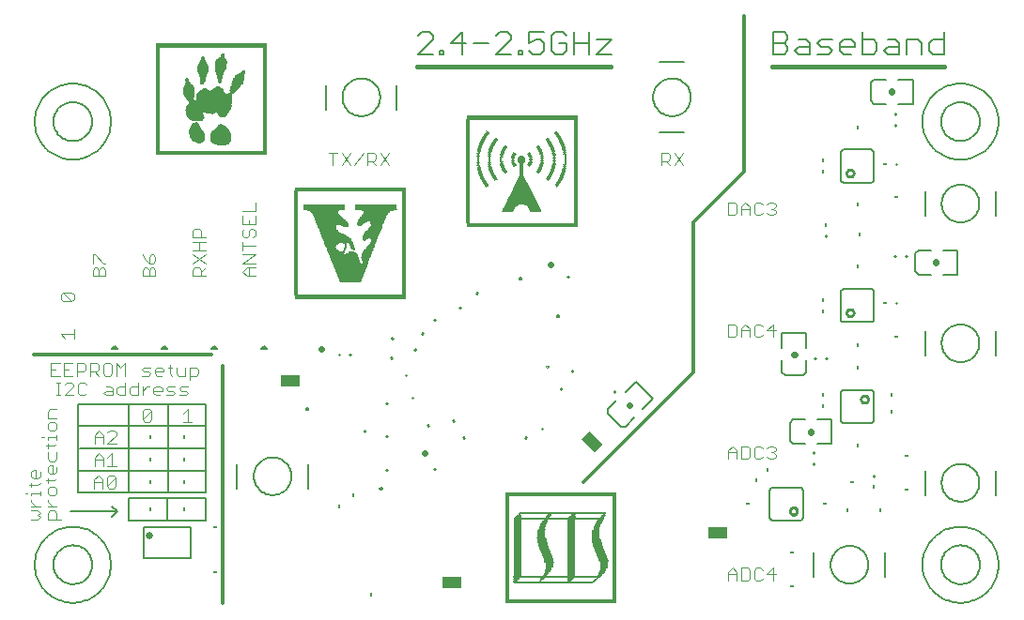
<source format=gto>
G75*
G70*
%OFA0B0*%
%FSLAX24Y24*%
%IPPOS*%
%LPD*%
%AMOC8*
5,1,8,0,0,1.08239X$1,22.5*
%
%ADD10C,0.0040*%
%ADD11C,0.0080*%
%ADD12C,0.0120*%
%ADD13C,0.0070*%
%ADD14C,0.0160*%
%ADD15C,0.0060*%
%ADD16C,0.0098*%
%ADD17R,0.0098X0.0118*%
%ADD18C,0.0220*%
%ADD19C,0.0256*%
%ADD20C,0.0100*%
%ADD21R,0.0118X0.0098*%
%ADD22R,0.0680X0.0400*%
%ADD23R,0.3937X0.0011*%
%ADD24R,0.3937X0.0011*%
%ADD25R,0.0120X0.0011*%
%ADD26R,0.0120X0.0011*%
%ADD27R,0.0120X0.0011*%
%ADD28R,0.0120X0.0011*%
%ADD29R,0.2832X0.0011*%
%ADD30R,0.2843X0.0011*%
%ADD31R,0.2854X0.0011*%
%ADD32R,0.2865X0.0011*%
%ADD33R,0.0087X0.0011*%
%ADD34R,0.0077X0.0011*%
%ADD35R,0.0098X0.0011*%
%ADD36R,0.0087X0.0011*%
%ADD37R,0.0109X0.0011*%
%ADD38R,0.0131X0.0011*%
%ADD39R,0.0098X0.0011*%
%ADD40R,0.0088X0.0011*%
%ADD41R,0.0142X0.0011*%
%ADD42R,0.0131X0.0011*%
%ADD43R,0.0153X0.0011*%
%ADD44R,0.0164X0.0011*%
%ADD45R,0.0175X0.0011*%
%ADD46R,0.0186X0.0011*%
%ADD47R,0.0109X0.0011*%
%ADD48R,0.0197X0.0011*%
%ADD49R,0.0109X0.0011*%
%ADD50R,0.0208X0.0011*%
%ADD51R,0.0219X0.0011*%
%ADD52R,0.0230X0.0011*%
%ADD53R,0.0230X0.0011*%
%ADD54R,0.0241X0.0011*%
%ADD55R,0.0109X0.0011*%
%ADD56R,0.0241X0.0011*%
%ADD57R,0.0131X0.0011*%
%ADD58R,0.0252X0.0011*%
%ADD59R,0.3062X0.0011*%
%ADD60R,0.3073X0.0011*%
%ADD61R,0.3084X0.0011*%
%ADD62R,0.3106X0.0011*%
%ADD63R,0.0273X0.0011*%
%ADD64R,0.0252X0.0011*%
%ADD65R,0.0273X0.0011*%
%ADD66R,0.0142X0.0011*%
%ADD67R,0.0175X0.0011*%
%ADD68R,0.0175X0.0011*%
%ADD69R,0.0186X0.0011*%
%ADD70R,0.0164X0.0011*%
%ADD71R,0.0153X0.0011*%
%ADD72R,0.0186X0.0011*%
%ADD73R,0.0197X0.0011*%
%ADD74R,0.0219X0.0011*%
%ADD75R,0.0219X0.0011*%
%ADD76R,0.0230X0.0011*%
%ADD77R,0.0251X0.0011*%
%ADD78R,0.0262X0.0011*%
%ADD79R,0.0251X0.0011*%
%ADD80R,0.0262X0.0011*%
%ADD81R,0.0262X0.0011*%
%ADD82R,0.0284X0.0011*%
%ADD83R,0.0295X0.0011*%
%ADD84R,0.0273X0.0011*%
%ADD85R,0.0295X0.0011*%
%ADD86R,0.0273X0.0011*%
%ADD87R,0.0306X0.0011*%
%ADD88R,0.0306X0.0011*%
%ADD89R,0.0284X0.0011*%
%ADD90R,0.0317X0.0011*%
%ADD91R,0.0306X0.0011*%
%ADD92R,0.0328X0.0011*%
%ADD93R,0.0328X0.0011*%
%ADD94R,0.0306X0.0011*%
%ADD95R,0.0339X0.0011*%
%ADD96R,0.0339X0.0011*%
%ADD97R,0.0317X0.0011*%
%ADD98R,0.0350X0.0011*%
%ADD99R,0.0328X0.0011*%
%ADD100R,0.0350X0.0011*%
%ADD101R,0.0361X0.0011*%
%ADD102R,0.0361X0.0011*%
%ADD103R,0.0350X0.0011*%
%ADD104R,0.0350X0.0011*%
%ADD105R,0.0339X0.0011*%
%ADD106R,0.0339X0.0011*%
%ADD107R,0.0328X0.0011*%
%ADD108R,0.0317X0.0011*%
%ADD109R,0.0262X0.0011*%
%ADD110R,0.0230X0.0011*%
%ADD111R,0.0219X0.0011*%
%ADD112R,0.0208X0.0011*%
%ADD113R,0.0186X0.0011*%
%ADD114R,0.0175X0.0011*%
%ADD115R,0.0164X0.0011*%
%ADD116R,0.0153X0.0011*%
%ADD117R,0.1258X0.0011*%
%ADD118R,0.3182X0.0011*%
%ADD119R,0.3182X0.0011*%
%ADD120R,0.3182X0.0011*%
%ADD121R,0.2165X0.0011*%
%ADD122R,0.0131X0.0011*%
%ADD123R,0.0164X0.0011*%
%ADD124R,0.0077X0.0011*%
%ADD125R,0.0066X0.0011*%
%ADD126R,0.0088X0.0011*%
%ADD127R,0.0077X0.0011*%
%ADD128R,0.3073X0.0011*%
%ADD129R,0.3051X0.0011*%
%ADD130R,0.0744X0.0011*%
%ADD131R,0.0755X0.0011*%
%ADD132R,0.0766X0.0011*%
%ADD133R,0.0776X0.0011*%
%ADD134R,0.0787X0.0011*%
%ADD135R,0.0798X0.0011*%
%ADD136R,0.0798X0.0011*%
%ADD137R,0.0809X0.0011*%
%ADD138R,0.0820X0.0011*%
%ADD139R,0.0842X0.0011*%
%ADD140R,0.0842X0.0011*%
%ADD141R,0.0853X0.0011*%
%ADD142R,0.0864X0.0011*%
%ADD143R,0.0886X0.0011*%
%ADD144R,0.0886X0.0011*%
%ADD145R,0.0897X0.0011*%
%ADD146R,0.0908X0.0011*%
%ADD147R,0.0908X0.0011*%
%ADD148R,0.0930X0.0011*%
%ADD149R,0.0941X0.0011*%
%ADD150R,0.0951X0.0011*%
%ADD151R,0.0951X0.0011*%
%ADD152R,0.0962X0.0011*%
%ADD153R,0.0973X0.0011*%
%ADD154R,0.0995X0.0011*%
%ADD155R,0.0995X0.0011*%
%ADD156R,0.1006X0.0011*%
%ADD157R,0.1017X0.0011*%
%ADD158R,0.1039X0.0011*%
%ADD159R,0.1039X0.0011*%
%ADD160R,0.1050X0.0011*%
%ADD161R,0.1061X0.0011*%
%ADD162R,0.1061X0.0011*%
%ADD163R,0.1083X0.0011*%
%ADD164R,0.1094X0.0011*%
%ADD165R,0.1105X0.0011*%
%ADD166R,0.1105X0.0011*%
%ADD167R,0.1126X0.0011*%
%ADD168R,0.1137X0.0011*%
%ADD169R,0.1148X0.0011*%
%ADD170R,0.1148X0.0011*%
%ADD171R,0.1159X0.0011*%
%ADD172R,0.1170X0.0011*%
%ADD173R,0.1181X0.0011*%
%ADD174R,0.1192X0.0011*%
%ADD175R,0.1192X0.0011*%
%ADD176R,0.1203X0.0011*%
%ADD177R,0.1214X0.0011*%
%ADD178R,0.1214X0.0011*%
%ADD179R,0.1236X0.0011*%
%ADD180R,0.0984X0.0011*%
%ADD181R,0.0984X0.0011*%
%ADD182R,0.0208X0.0011*%
%ADD183R,0.0995X0.0011*%
%ADD184R,0.0995X0.0011*%
%ADD185R,0.1006X0.0011*%
%ADD186R,0.1006X0.0011*%
%ADD187R,0.1006X0.0011*%
%ADD188R,0.0547X0.0011*%
%ADD189R,0.0437X0.0011*%
%ADD190R,0.0536X0.0011*%
%ADD191R,0.0405X0.0011*%
%ADD192R,0.0536X0.0011*%
%ADD193R,0.0372X0.0011*%
%ADD194R,0.0547X0.0011*%
%ADD195R,0.0569X0.0011*%
%ADD196R,0.0481X0.0011*%
%ADD197R,0.0066X0.0011*%
%ADD198R,0.0459X0.0011*%
%ADD199R,0.0066X0.0011*%
%ADD200R,0.0437X0.0011*%
%ADD201R,0.0394X0.0011*%
%ADD202R,0.0383X0.0011*%
%ADD203R,0.0372X0.0011*%
%ADD204R,0.0066X0.0011*%
%ADD205R,0.0317X0.0011*%
%ADD206R,0.0011X0.0011*%
%ADD207R,0.0055X0.0011*%
%ADD208R,0.0295X0.0011*%
%ADD209R,0.0295X0.0011*%
%ADD210R,0.0142X0.0011*%
%ADD211R,0.0055X0.0011*%
%ADD212R,0.0241X0.0011*%
%ADD213R,0.0383X0.0011*%
%ADD214R,0.0416X0.0011*%
%ADD215R,0.0426X0.0011*%
%ADD216R,0.0448X0.0011*%
%ADD217R,0.0459X0.0011*%
%ADD218R,0.0470X0.0011*%
%ADD219R,0.0492X0.0011*%
%ADD220R,0.0503X0.0011*%
%ADD221R,0.0197X0.0011*%
%ADD222R,0.0197X0.0011*%
%ADD223R,0.0055X0.0011*%
%ADD224R,0.0241X0.0011*%
%ADD225R,0.0962X0.0011*%
%ADD226R,0.0536X0.0011*%
%ADD227R,0.0962X0.0011*%
%ADD228R,0.0951X0.0011*%
%ADD229R,0.0558X0.0011*%
%ADD230R,0.0930X0.0011*%
%ADD231R,0.0897X0.0011*%
%ADD232R,0.0875X0.0011*%
%ADD233R,0.0842X0.0011*%
%ADD234R,0.0558X0.0011*%
%ADD235R,0.0820X0.0011*%
%ADD236R,0.0755X0.0011*%
%ADD237R,0.0733X0.0011*%
%ADD238R,0.0525X0.0011*%
%ADD239R,0.0722X0.0011*%
%ADD240R,0.0525X0.0011*%
%ADD241R,0.0700X0.0011*%
%ADD242R,0.0689X0.0011*%
%ADD243R,0.0514X0.0011*%
%ADD244R,0.0678X0.0011*%
%ADD245R,0.0514X0.0011*%
%ADD246R,0.0656X0.0011*%
%ADD247R,0.0503X0.0011*%
%ADD248R,0.0656X0.0011*%
%ADD249R,0.0645X0.0011*%
%ADD250R,0.0634X0.0011*%
%ADD251R,0.0481X0.0011*%
%ADD252R,0.0634X0.0011*%
%ADD253R,0.0623X0.0011*%
%ADD254R,0.0470X0.0011*%
%ADD255R,0.0623X0.0011*%
%ADD256R,0.0470X0.0011*%
%ADD257R,0.0623X0.0011*%
%ADD258R,0.0612X0.0011*%
%ADD259R,0.0612X0.0011*%
%ADD260R,0.0623X0.0011*%
%ADD261R,0.0437X0.0011*%
%ADD262R,0.0427X0.0011*%
%ADD263R,0.0416X0.0011*%
%ADD264R,0.0416X0.0011*%
%ADD265R,0.0667X0.0011*%
%ADD266R,0.0689X0.0011*%
%ADD267R,0.0711X0.0011*%
%ADD268R,0.1105X0.0011*%
%ADD269R,0.1105X0.0011*%
%ADD270R,0.0426X0.0011*%
%ADD271R,0.1094X0.0011*%
%ADD272R,0.0481X0.0011*%
%ADD273R,0.1083X0.0011*%
%ADD274R,0.0492X0.0011*%
%ADD275R,0.1072X0.0011*%
%ADD276R,0.1050X0.0011*%
%ADD277R,0.0941X0.0011*%
%ADD278R,0.1039X0.0011*%
%ADD279R,0.1028X0.0011*%
%ADD280R,0.0919X0.0011*%
%ADD281R,0.1028X0.0011*%
%ADD282R,0.0919X0.0011*%
%ADD283R,0.0919X0.0011*%
%ADD284R,0.0908X0.0011*%
%ADD285R,0.0897X0.0011*%
%ADD286R,0.0940X0.0011*%
%ADD287R,0.0875X0.0011*%
%ADD288R,0.0886X0.0011*%
%ADD289R,0.0919X0.0011*%
%ADD290R,0.0875X0.0011*%
%ADD291R,0.0930X0.0011*%
%ADD292R,0.0973X0.0011*%
%ADD293R,0.1017X0.0011*%
%ADD294R,0.1061X0.0011*%
%ADD295R,0.1126X0.0011*%
%ADD296R,0.1290X0.0011*%
%ADD297R,0.1345X0.0011*%
%ADD298R,0.1498X0.0011*%
%ADD299R,0.1498X0.0011*%
%ADD300R,0.1498X0.0011*%
%ADD301R,0.1498X0.0011*%
%ADD302R,0.0416X0.0011*%
%ADD303R,0.0558X0.0011*%
%ADD304R,0.0591X0.0011*%
%ADD305R,0.0612X0.0011*%
%ADD306R,0.0634X0.0011*%
%ADD307R,0.0667X0.0011*%
%ADD308R,0.0361X0.0011*%
%ADD309R,0.0700X0.0011*%
%ADD310R,0.0722X0.0011*%
%ADD311R,0.0733X0.0011*%
%ADD312R,0.0755X0.0011*%
%ADD313R,0.0459X0.0011*%
%ADD314R,0.0766X0.0011*%
%ADD315R,0.0766X0.0011*%
%ADD316R,0.0503X0.0011*%
%ADD317R,0.0525X0.0011*%
%ADD318R,0.0514X0.0011*%
%ADD319R,0.0580X0.0011*%
%ADD320R,0.0547X0.0011*%
%ADD321R,0.0405X0.0011*%
%ADD322R,0.0405X0.0011*%
%ADD323R,0.0372X0.0011*%
%ADD324R,0.0558X0.0011*%
%ADD325R,0.0591X0.0011*%
%ADD326R,0.0601X0.0011*%
%ADD327R,0.0601X0.0011*%
%ADD328R,0.1072X0.0011*%
%ADD329R,0.0405X0.0011*%
%ADD330R,0.1531X0.0011*%
%ADD331R,0.1542X0.0011*%
%ADD332R,0.1553X0.0011*%
%ADD333R,0.1553X0.0011*%
%ADD334R,0.1564X0.0011*%
%ADD335R,0.1575X0.0011*%
%ADD336R,0.1564X0.0011*%
%ADD337R,0.1575X0.0011*%
%ADD338R,0.1564X0.0011*%
%ADD339R,0.1542X0.0011*%
%ADD340R,0.1520X0.0011*%
%ADD341R,0.1531X0.0011*%
%ADD342R,0.1531X0.0011*%
%ADD343R,0.1301X0.0011*%
%ADD344R,0.1280X0.0011*%
%ADD345R,0.1280X0.0011*%
%ADD346R,0.1269X0.0011*%
%ADD347R,0.1269X0.0011*%
%ADD348R,0.1258X0.0011*%
%ADD349R,0.1258X0.0011*%
%ADD350R,0.1247X0.0011*%
%ADD351R,0.1225X0.0011*%
%ADD352R,0.1028X0.0011*%
%ADD353R,0.0864X0.0011*%
%ADD354R,0.0831X0.0011*%
%ADD355R,0.0448X0.0011*%
%ADD356R,0.0394X0.0011*%
%ADD357R,0.0383X0.0011*%
%ADD358R,0.0033X0.0011*%
%ADD359R,0.0284X0.0011*%
%ADD360R,0.0033X0.0011*%
%ADD361R,0.0372X0.0011*%
%ADD362R,0.0077X0.0011*%
%ADD363R,0.0361X0.0011*%
%ADD364R,0.0142X0.0011*%
%ADD365R,0.3926X0.0011*%
%ADD366R,0.0120X0.0011*%
%ADD367R,0.0120X0.0011*%
%ADD368R,0.0382X0.0011*%
%ADD369R,0.0414X0.0011*%
%ADD370R,0.0393X0.0011*%
%ADD371R,0.0404X0.0011*%
%ADD372R,0.0382X0.0011*%
%ADD373R,0.0371X0.0011*%
%ADD374R,0.0382X0.0011*%
%ADD375R,0.0393X0.0011*%
%ADD376R,0.0131X0.0011*%
%ADD377R,0.0142X0.0011*%
%ADD378R,0.0120X0.0011*%
%ADD379R,0.0131X0.0011*%
%ADD380R,0.0131X0.0011*%
%ADD381R,0.0142X0.0011*%
%ADD382R,0.0153X0.0011*%
%ADD383R,0.0153X0.0011*%
%ADD384R,0.0164X0.0011*%
%ADD385R,0.0153X0.0011*%
%ADD386R,0.0175X0.0011*%
%ADD387R,0.0164X0.0011*%
%ADD388R,0.0174X0.0011*%
%ADD389R,0.0174X0.0011*%
%ADD390R,0.0196X0.0011*%
%ADD391R,0.0185X0.0011*%
%ADD392R,0.0218X0.0011*%
%ADD393R,0.0229X0.0011*%
%ADD394R,0.0142X0.0011*%
%ADD395R,0.0589X0.0011*%
%ADD396R,0.0567X0.0011*%
%ADD397R,0.0185X0.0011*%
%ADD398R,0.0534X0.0011*%
%ADD399R,0.0513X0.0011*%
%ADD400R,0.0196X0.0011*%
%ADD401R,0.0480X0.0011*%
%ADD402R,0.0207X0.0011*%
%ADD403R,0.0436X0.0011*%
%ADD404R,0.0229X0.0011*%
%ADD405R,0.0240X0.0011*%
%ADD406R,0.0349X0.0011*%
%ADD407R,0.0273X0.0011*%
%ADD408R,0.0294X0.0011*%
%ADD409R,0.0284X0.0011*%
%ADD410R,0.0305X0.0011*%
%ADD411R,0.0774X0.0011*%
%ADD412R,0.0752X0.0011*%
%ADD413R,0.0742X0.0011*%
%ADD414R,0.0731X0.0011*%
%ADD415R,0.0720X0.0011*%
%ADD416R,0.0709X0.0011*%
%ADD417R,0.0698X0.0011*%
%ADD418R,0.0687X0.0011*%
%ADD419R,0.0676X0.0011*%
%ADD420R,0.0665X0.0011*%
%ADD421R,0.0654X0.0011*%
%ADD422R,0.0643X0.0011*%
%ADD423R,0.0633X0.0011*%
%ADD424R,0.0622X0.0011*%
%ADD425R,0.0611X0.0011*%
%ADD426R,0.0600X0.0011*%
%ADD427R,0.0578X0.0011*%
%ADD428R,0.0556X0.0011*%
%ADD429R,0.0545X0.0011*%
%ADD430R,0.0534X0.0011*%
%ADD431R,0.0523X0.0011*%
%ADD432R,0.0502X0.0011*%
%ADD433R,0.0491X0.0011*%
%ADD434R,0.0469X0.0011*%
%ADD435R,0.0458X0.0011*%
%ADD436R,0.0447X0.0011*%
%ADD437R,0.0425X0.0011*%
%ADD438R,0.0403X0.0011*%
%ADD439R,0.0393X0.0011*%
%ADD440R,0.0371X0.0011*%
%ADD441R,0.0360X0.0011*%
%ADD442R,0.0338X0.0011*%
%ADD443R,0.0327X0.0011*%
%ADD444R,0.0316X0.0011*%
%ADD445R,0.0305X0.0011*%
%ADD446R,0.0294X0.0011*%
%ADD447R,0.0022X0.0011*%
%ADD448R,0.0033X0.0011*%
%ADD449R,0.0011X0.0011*%
%ADD450R,0.0262X0.0011*%
%ADD451R,0.0055X0.0011*%
%ADD452R,0.0044X0.0011*%
%ADD453R,0.0251X0.0011*%
%ADD454R,0.0087X0.0011*%
%ADD455R,0.0065X0.0011*%
%ADD456R,0.0109X0.0011*%
%ADD457R,0.0076X0.0011*%
%ADD458R,0.0218X0.0011*%
%ADD459R,0.0109X0.0011*%
%ADD460R,0.0098X0.0011*%
%ADD461R,0.0087X0.0011*%
%ADD462R,0.0055X0.0011*%
%ADD463R,0.0011X0.0011*%
%ADD464R,0.0033X0.0011*%
%ADD465R,0.0022X0.0011*%
%ADD466R,0.0076X0.0011*%
%ADD467R,0.0098X0.0011*%
%ADD468R,0.0109X0.0011*%
%ADD469R,0.0229X0.0011*%
%ADD470R,0.0164X0.0011*%
%ADD471R,0.0011X0.0011*%
%ADD472R,0.0044X0.0011*%
%ADD473R,0.0076X0.0011*%
%ADD474R,0.0098X0.0011*%
%ADD475R,0.0054X0.0011*%
%ADD476R,0.0022X0.0011*%
%ADD477R,0.0033X0.0011*%
%ADD478R,0.0087X0.0011*%
%ADD479R,0.0065X0.0011*%
%ADD480C,0.0050*%
%ADD481R,0.0400X0.0680*%
D10*
X000650Y003733D02*
X000880Y003733D01*
X000957Y003810D01*
X000880Y003886D01*
X000957Y003963D01*
X000880Y004040D01*
X000650Y004040D01*
X000650Y004193D02*
X000957Y004193D01*
X000803Y004193D02*
X000650Y004347D01*
X000650Y004424D01*
X000650Y004577D02*
X000650Y004654D01*
X000957Y004654D01*
X000957Y004577D02*
X000957Y004731D01*
X000880Y004961D02*
X000573Y004961D01*
X000650Y004884D02*
X000650Y005037D01*
X000727Y005191D02*
X000650Y005268D01*
X000650Y005421D01*
X000727Y005498D01*
X000803Y005498D01*
X000803Y005191D01*
X000727Y005191D02*
X000880Y005191D01*
X000957Y005268D01*
X000957Y005421D01*
X001240Y005421D02*
X001317Y005344D01*
X001471Y005344D01*
X001547Y005421D01*
X001547Y005575D01*
X001394Y005651D02*
X001394Y005344D01*
X001240Y005421D02*
X001240Y005575D01*
X001317Y005651D01*
X001394Y005651D01*
X001317Y005805D02*
X001471Y005805D01*
X001547Y005881D01*
X001547Y006112D01*
X001471Y006342D02*
X001164Y006342D01*
X001240Y006265D02*
X001240Y006419D01*
X001240Y006572D02*
X001240Y006649D01*
X001547Y006649D01*
X001547Y006572D02*
X001547Y006726D01*
X001471Y006879D02*
X001547Y006956D01*
X001547Y007109D01*
X001471Y007186D01*
X001317Y007186D01*
X001240Y007109D01*
X001240Y006956D01*
X001317Y006879D01*
X001471Y006879D01*
X001087Y006649D02*
X001010Y006649D01*
X001471Y006342D02*
X001547Y006419D01*
X001240Y006112D02*
X001240Y005881D01*
X001317Y005805D01*
X001240Y005191D02*
X001240Y005037D01*
X001164Y005114D02*
X001471Y005114D01*
X001547Y005191D01*
X001471Y004884D02*
X001317Y004884D01*
X001240Y004807D01*
X001240Y004654D01*
X001317Y004577D01*
X001471Y004577D01*
X001547Y004654D01*
X001547Y004807D01*
X001471Y004884D01*
X001240Y004424D02*
X001240Y004347D01*
X001394Y004193D01*
X001547Y004193D02*
X001240Y004193D01*
X001317Y004040D02*
X001471Y004040D01*
X001547Y003963D01*
X001547Y003733D01*
X001701Y003733D02*
X001240Y003733D01*
X001240Y003963D01*
X001317Y004040D01*
X000496Y004654D02*
X000420Y004654D01*
X000880Y004961D02*
X000957Y005037D01*
X002867Y005066D02*
X003174Y005066D01*
X003174Y005142D02*
X003174Y004835D01*
X003327Y004912D02*
X003634Y005219D01*
X003634Y004912D01*
X003557Y004835D01*
X003404Y004835D01*
X003327Y004912D01*
X003327Y005219D01*
X003404Y005296D01*
X003557Y005296D01*
X003634Y005219D01*
X003654Y005623D02*
X003347Y005623D01*
X003500Y005623D02*
X003500Y006083D01*
X003347Y005930D01*
X003193Y005930D02*
X003193Y005623D01*
X003193Y005853D02*
X002887Y005853D01*
X002887Y005930D02*
X003040Y006083D01*
X003193Y005930D01*
X002887Y005930D02*
X002887Y005623D01*
X003020Y005296D02*
X003174Y005142D01*
X003020Y005296D02*
X002867Y005142D01*
X002867Y004835D01*
X002887Y006430D02*
X002887Y006737D01*
X003040Y006890D01*
X003193Y006737D01*
X003193Y006430D01*
X003347Y006430D02*
X003654Y006737D01*
X003654Y006814D01*
X003577Y006890D01*
X003424Y006890D01*
X003347Y006814D01*
X003193Y006660D02*
X002887Y006660D01*
X003347Y006430D02*
X003654Y006430D01*
X004599Y007274D02*
X004906Y007581D01*
X004906Y007274D01*
X004829Y007198D01*
X004676Y007198D01*
X004599Y007274D01*
X004599Y007581D01*
X004676Y007658D01*
X004829Y007658D01*
X004906Y007581D01*
X005058Y008142D02*
X004981Y008219D01*
X004981Y008373D01*
X005058Y008449D01*
X005211Y008449D01*
X005288Y008373D01*
X005288Y008296D01*
X004981Y008296D01*
X005058Y008142D02*
X005211Y008142D01*
X005442Y008142D02*
X005672Y008142D01*
X005749Y008219D01*
X005672Y008296D01*
X005518Y008296D01*
X005442Y008373D01*
X005518Y008449D01*
X005749Y008449D01*
X005902Y008373D02*
X005979Y008449D01*
X006209Y008449D01*
X006132Y008296D02*
X006209Y008219D01*
X006132Y008142D01*
X005902Y008142D01*
X005979Y008296D02*
X005902Y008373D01*
X005979Y008296D02*
X006132Y008296D01*
X006262Y008678D02*
X006262Y009138D01*
X006492Y009138D01*
X006569Y009062D01*
X006569Y008908D01*
X006492Y008831D01*
X006262Y008831D01*
X006108Y008831D02*
X006108Y009138D01*
X005802Y009138D02*
X005802Y008908D01*
X005878Y008831D01*
X006108Y008831D01*
X005648Y008831D02*
X005571Y008908D01*
X005571Y009215D01*
X005495Y009138D02*
X005648Y009138D01*
X005341Y009062D02*
X005341Y008985D01*
X005034Y008985D01*
X005034Y009062D02*
X005111Y009138D01*
X005264Y009138D01*
X005341Y009062D01*
X005264Y008831D02*
X005111Y008831D01*
X005034Y008908D01*
X005034Y009062D01*
X004881Y009138D02*
X004651Y009138D01*
X004574Y009062D01*
X004651Y008985D01*
X004804Y008985D01*
X004881Y008908D01*
X004804Y008831D01*
X004574Y008831D01*
X004444Y008603D02*
X004444Y008142D01*
X004214Y008142D01*
X004137Y008219D01*
X004137Y008373D01*
X004214Y008449D01*
X004444Y008449D01*
X004598Y008449D02*
X004598Y008142D01*
X004598Y008296D02*
X004751Y008449D01*
X004828Y008449D01*
X003984Y008449D02*
X003753Y008449D01*
X003677Y008373D01*
X003677Y008219D01*
X003753Y008142D01*
X003984Y008142D01*
X003984Y008603D01*
X003960Y008831D02*
X003960Y009292D01*
X003807Y009138D01*
X003653Y009292D01*
X003653Y008831D01*
X003500Y008908D02*
X003500Y009215D01*
X003423Y009292D01*
X003269Y009292D01*
X003193Y009215D01*
X003193Y008908D01*
X003269Y008831D01*
X003423Y008831D01*
X003500Y008908D01*
X003039Y008831D02*
X002886Y008985D01*
X002962Y008985D02*
X002732Y008985D01*
X002732Y008831D02*
X002732Y009292D01*
X002962Y009292D01*
X003039Y009215D01*
X003039Y009062D01*
X002962Y008985D01*
X002579Y009062D02*
X002579Y009215D01*
X002502Y009292D01*
X002272Y009292D01*
X002272Y008831D01*
X002118Y008831D02*
X001811Y008831D01*
X001811Y009292D01*
X002118Y009292D01*
X001965Y009062D02*
X001811Y009062D01*
X001658Y009292D02*
X001351Y009292D01*
X001351Y008831D01*
X001658Y008831D01*
X001682Y008603D02*
X001528Y008603D01*
X001605Y008603D02*
X001605Y008142D01*
X001528Y008142D02*
X001682Y008142D01*
X001835Y008142D02*
X002142Y008449D01*
X002142Y008526D01*
X002065Y008603D01*
X001912Y008603D01*
X001835Y008526D01*
X002296Y008526D02*
X002296Y008219D01*
X002372Y008142D01*
X002526Y008142D01*
X002603Y008219D01*
X003216Y008219D02*
X003293Y008296D01*
X003523Y008296D01*
X003523Y008373D02*
X003523Y008142D01*
X003293Y008142D01*
X003216Y008219D01*
X003293Y008449D02*
X003447Y008449D01*
X003523Y008373D01*
X002603Y008526D02*
X002526Y008603D01*
X002372Y008603D01*
X002296Y008526D01*
X002142Y008142D02*
X001835Y008142D01*
X001547Y007646D02*
X001317Y007646D01*
X001240Y007570D01*
X001240Y007339D01*
X001547Y007339D01*
X001505Y009062D02*
X001351Y009062D01*
X002272Y008985D02*
X002502Y008985D01*
X002579Y009062D01*
X002158Y010170D02*
X002158Y010477D01*
X002158Y010323D02*
X001697Y010323D01*
X001851Y010170D01*
X001774Y011489D02*
X001697Y011566D01*
X001697Y011719D01*
X001774Y011796D01*
X002081Y011489D01*
X002158Y011566D01*
X002158Y011719D01*
X002081Y011796D01*
X001774Y011796D01*
X001774Y011489D02*
X002081Y011489D01*
X002819Y012375D02*
X002819Y012605D01*
X002896Y012682D01*
X002973Y012682D01*
X003049Y012605D01*
X003049Y012375D01*
X002819Y012375D02*
X003280Y012375D01*
X003280Y012605D01*
X003203Y012682D01*
X003126Y012682D01*
X003049Y012605D01*
X003203Y012835D02*
X003280Y012835D01*
X003203Y012835D02*
X002896Y013142D01*
X002819Y013142D01*
X002819Y012835D01*
X004591Y012605D02*
X004591Y012375D01*
X005051Y012375D01*
X005051Y012605D01*
X004975Y012682D01*
X004898Y012682D01*
X004821Y012605D01*
X004821Y012375D01*
X004821Y012605D02*
X004744Y012682D01*
X004668Y012682D01*
X004591Y012605D01*
X004821Y012835D02*
X004821Y013065D01*
X004898Y013142D01*
X004975Y013142D01*
X005051Y013065D01*
X005051Y012912D01*
X004975Y012835D01*
X004821Y012835D01*
X004668Y012989D01*
X004591Y013142D01*
X006363Y013142D02*
X006823Y012835D01*
X006823Y012682D02*
X006669Y012528D01*
X006669Y012605D02*
X006669Y012375D01*
X006823Y012375D02*
X006363Y012375D01*
X006363Y012605D01*
X006439Y012682D01*
X006593Y012682D01*
X006669Y012605D01*
X006363Y012835D02*
X006823Y013142D01*
X006823Y013296D02*
X006363Y013296D01*
X006593Y013296D02*
X006593Y013602D01*
X006669Y013756D02*
X006669Y013986D01*
X006593Y014063D01*
X006439Y014063D01*
X006363Y013986D01*
X006363Y013756D01*
X006823Y013756D01*
X006823Y013602D02*
X006363Y013602D01*
X008134Y013602D02*
X008134Y013296D01*
X008134Y013449D02*
X008595Y013449D01*
X008518Y013756D02*
X008595Y013833D01*
X008595Y013986D01*
X008518Y014063D01*
X008441Y014063D01*
X008364Y013986D01*
X008364Y013833D01*
X008288Y013756D01*
X008211Y013756D01*
X008134Y013833D01*
X008134Y013986D01*
X008211Y014063D01*
X008134Y014216D02*
X008595Y014216D01*
X008595Y014523D01*
X008595Y014677D02*
X008134Y014677D01*
X008134Y014523D02*
X008134Y014216D01*
X008364Y014216D02*
X008364Y014370D01*
X008595Y014677D02*
X008595Y014984D01*
X008595Y013142D02*
X008134Y013142D01*
X008134Y012835D02*
X008595Y013142D01*
X008595Y012835D02*
X008134Y012835D01*
X008288Y012682D02*
X008595Y012682D01*
X008364Y012682D02*
X008364Y012375D01*
X008288Y012375D02*
X008595Y012375D01*
X008288Y012375D02*
X008134Y012528D01*
X008288Y012682D01*
X011347Y016312D02*
X011347Y016772D01*
X011194Y016772D02*
X011501Y016772D01*
X011654Y016772D02*
X011961Y016312D01*
X012114Y016312D02*
X012421Y016772D01*
X012575Y016772D02*
X012805Y016772D01*
X012882Y016695D01*
X012882Y016542D01*
X012805Y016465D01*
X012575Y016465D01*
X012728Y016465D02*
X012882Y016312D01*
X013035Y016312D02*
X013342Y016772D01*
X013035Y016772D02*
X013342Y016312D01*
X012575Y016312D02*
X012575Y016772D01*
X011961Y016772D02*
X011654Y016312D01*
X023005Y016312D02*
X023005Y016772D01*
X023235Y016772D01*
X023312Y016695D01*
X023312Y016542D01*
X023235Y016465D01*
X023005Y016465D01*
X023158Y016465D02*
X023312Y016312D01*
X023465Y016312D02*
X023772Y016772D01*
X023465Y016772D02*
X023772Y016312D01*
X025367Y015000D02*
X025597Y015000D01*
X025674Y014924D01*
X025674Y014617D01*
X025597Y014540D01*
X025367Y014540D01*
X025367Y015000D01*
X025827Y014847D02*
X025981Y015000D01*
X026134Y014847D01*
X026134Y014540D01*
X026288Y014617D02*
X026364Y014540D01*
X026518Y014540D01*
X026595Y014617D01*
X026748Y014617D02*
X026825Y014540D01*
X026978Y014540D01*
X027055Y014617D01*
X027055Y014694D01*
X026978Y014770D01*
X026901Y014770D01*
X026978Y014770D02*
X027055Y014847D01*
X027055Y014924D01*
X026978Y015000D01*
X026825Y015000D01*
X026748Y014924D01*
X026595Y014924D02*
X026518Y015000D01*
X026364Y015000D01*
X026288Y014924D01*
X026288Y014617D01*
X026134Y014770D02*
X025827Y014770D01*
X025827Y014847D02*
X025827Y014540D01*
X025981Y010670D02*
X026134Y010516D01*
X026134Y010209D01*
X026288Y010286D02*
X026364Y010209D01*
X026518Y010209D01*
X026595Y010286D01*
X026748Y010440D02*
X027055Y010440D01*
X026978Y010670D02*
X026978Y010209D01*
X026748Y010440D02*
X026978Y010670D01*
X026595Y010593D02*
X026518Y010670D01*
X026364Y010670D01*
X026288Y010593D01*
X026288Y010286D01*
X026134Y010440D02*
X025827Y010440D01*
X025827Y010516D02*
X025981Y010670D01*
X025827Y010516D02*
X025827Y010209D01*
X025674Y010286D02*
X025674Y010593D01*
X025597Y010670D01*
X025367Y010670D01*
X025367Y010209D01*
X025597Y010209D01*
X025674Y010286D01*
X025827Y006339D02*
X026057Y006339D01*
X026134Y006262D01*
X026134Y005955D01*
X026057Y005879D01*
X025827Y005879D01*
X025827Y006339D01*
X025674Y006186D02*
X025674Y005879D01*
X025674Y006109D02*
X025367Y006109D01*
X025367Y006186D02*
X025520Y006339D01*
X025674Y006186D01*
X025367Y006186D02*
X025367Y005879D01*
X026288Y005955D02*
X026364Y005879D01*
X026518Y005879D01*
X026595Y005955D01*
X026748Y005955D02*
X026825Y005879D01*
X026978Y005879D01*
X027055Y005955D01*
X027055Y006032D01*
X026978Y006109D01*
X026901Y006109D01*
X026978Y006109D02*
X027055Y006186D01*
X027055Y006262D01*
X026978Y006339D01*
X026825Y006339D01*
X026748Y006262D01*
X026595Y006262D02*
X026518Y006339D01*
X026364Y006339D01*
X026288Y006262D01*
X026288Y005955D01*
X026364Y002008D02*
X026288Y001932D01*
X026288Y001625D01*
X026364Y001548D01*
X026518Y001548D01*
X026595Y001625D01*
X026748Y001778D02*
X027055Y001778D01*
X026978Y001548D02*
X026978Y002008D01*
X026748Y001778D01*
X026595Y001932D02*
X026518Y002008D01*
X026364Y002008D01*
X026134Y001932D02*
X026057Y002008D01*
X025827Y002008D01*
X025827Y001548D01*
X026057Y001548D01*
X026134Y001625D01*
X026134Y001932D01*
X025674Y001855D02*
X025674Y001548D01*
X025674Y001778D02*
X025367Y001778D01*
X025367Y001855D02*
X025367Y001548D01*
X025367Y001855D02*
X025520Y002008D01*
X025674Y001855D01*
X018910Y009166D02*
X018912Y009178D01*
X018917Y009189D01*
X018926Y009198D01*
X018937Y009203D01*
X018949Y009205D01*
X018961Y009203D01*
X018972Y009198D01*
X018981Y009189D01*
X018986Y009178D01*
X018988Y009166D01*
X018986Y009154D01*
X018981Y009143D01*
X018972Y009134D01*
X018961Y009129D01*
X018949Y009127D01*
X018937Y009129D01*
X018926Y009134D01*
X018917Y009143D01*
X018912Y009154D01*
X018910Y009166D01*
X006343Y007198D02*
X006036Y007198D01*
X006190Y007198D02*
X006190Y007658D01*
X006036Y007504D01*
D11*
X001430Y002119D02*
X001432Y002171D01*
X001438Y002223D01*
X001448Y002274D01*
X001461Y002324D01*
X001479Y002374D01*
X001500Y002421D01*
X001524Y002467D01*
X001553Y002511D01*
X001584Y002553D01*
X001618Y002592D01*
X001655Y002629D01*
X001695Y002662D01*
X001738Y002693D01*
X001782Y002720D01*
X001828Y002744D01*
X001877Y002764D01*
X001926Y002780D01*
X001977Y002793D01*
X002028Y002802D01*
X002080Y002807D01*
X002132Y002808D01*
X002184Y002805D01*
X002236Y002798D01*
X002287Y002787D01*
X002337Y002773D01*
X002386Y002754D01*
X002433Y002732D01*
X002478Y002707D01*
X002522Y002678D01*
X002563Y002646D01*
X002602Y002611D01*
X002637Y002573D01*
X002670Y002532D01*
X002700Y002490D01*
X002726Y002445D01*
X002749Y002398D01*
X002768Y002349D01*
X002784Y002299D01*
X002796Y002249D01*
X002804Y002197D01*
X002808Y002145D01*
X002808Y002093D01*
X002804Y002041D01*
X002796Y001989D01*
X002784Y001939D01*
X002768Y001889D01*
X002749Y001840D01*
X002726Y001793D01*
X002700Y001748D01*
X002670Y001706D01*
X002637Y001665D01*
X002602Y001627D01*
X002563Y001592D01*
X002522Y001560D01*
X002478Y001531D01*
X002433Y001506D01*
X002386Y001484D01*
X002337Y001465D01*
X002287Y001451D01*
X002236Y001440D01*
X002184Y001433D01*
X002132Y001430D01*
X002080Y001431D01*
X002028Y001436D01*
X001977Y001445D01*
X001926Y001458D01*
X001877Y001474D01*
X001828Y001494D01*
X001782Y001518D01*
X001738Y001545D01*
X001695Y001576D01*
X001655Y001609D01*
X001618Y001646D01*
X001584Y001685D01*
X001553Y001727D01*
X001524Y001771D01*
X001500Y001817D01*
X001479Y001864D01*
X001461Y001914D01*
X001448Y001964D01*
X001438Y002015D01*
X001432Y002067D01*
X001430Y002119D01*
X002040Y004008D02*
X003693Y004008D01*
X003496Y003811D01*
X003693Y004008D02*
X003496Y004205D01*
X004087Y004481D02*
X004087Y003693D01*
X006843Y003693D01*
X006843Y004481D01*
X004087Y004481D01*
X004087Y004678D02*
X004087Y007827D01*
X002315Y007827D01*
X002315Y007040D01*
X006843Y007040D01*
X006843Y007827D01*
X004087Y007827D01*
X005485Y007807D02*
X005485Y004697D01*
X005465Y004441D02*
X005465Y003713D01*
X006311Y003457D02*
X004619Y003457D01*
X004619Y002355D01*
X006311Y002355D01*
X006311Y003457D01*
X006843Y004678D02*
X006843Y005465D01*
X002335Y005465D01*
X002355Y006252D02*
X006843Y006252D01*
X006843Y007040D01*
X006843Y006252D02*
X006843Y005465D01*
X007945Y005701D02*
X007945Y004835D01*
X006843Y004678D02*
X004087Y004678D01*
X002315Y004678D01*
X002315Y007040D01*
X008536Y005268D02*
X008538Y005319D01*
X008544Y005370D01*
X008554Y005420D01*
X008567Y005470D01*
X008585Y005518D01*
X008605Y005565D01*
X008630Y005610D01*
X008658Y005653D01*
X008689Y005694D01*
X008723Y005732D01*
X008760Y005767D01*
X008799Y005800D01*
X008841Y005830D01*
X008885Y005856D01*
X008931Y005878D01*
X008979Y005898D01*
X009028Y005913D01*
X009078Y005925D01*
X009128Y005933D01*
X009179Y005937D01*
X009231Y005937D01*
X009282Y005933D01*
X009332Y005925D01*
X009382Y005913D01*
X009431Y005898D01*
X009479Y005878D01*
X009525Y005856D01*
X009569Y005830D01*
X009611Y005800D01*
X009650Y005767D01*
X009687Y005732D01*
X009721Y005694D01*
X009752Y005653D01*
X009780Y005610D01*
X009805Y005565D01*
X009825Y005518D01*
X009843Y005470D01*
X009856Y005420D01*
X009866Y005370D01*
X009872Y005319D01*
X009874Y005268D01*
X009872Y005217D01*
X009866Y005166D01*
X009856Y005116D01*
X009843Y005066D01*
X009825Y005018D01*
X009805Y004971D01*
X009780Y004926D01*
X009752Y004883D01*
X009721Y004842D01*
X009687Y004804D01*
X009650Y004769D01*
X009611Y004736D01*
X009569Y004706D01*
X009525Y004680D01*
X009479Y004658D01*
X009431Y004638D01*
X009382Y004623D01*
X009332Y004611D01*
X009282Y004603D01*
X009231Y004599D01*
X009179Y004599D01*
X009128Y004603D01*
X009078Y004611D01*
X009028Y004623D01*
X008979Y004638D01*
X008931Y004658D01*
X008885Y004680D01*
X008841Y004706D01*
X008799Y004736D01*
X008760Y004769D01*
X008723Y004804D01*
X008689Y004842D01*
X008658Y004883D01*
X008630Y004926D01*
X008605Y004971D01*
X008585Y005018D01*
X008567Y005066D01*
X008554Y005116D01*
X008544Y005166D01*
X008538Y005217D01*
X008536Y005268D01*
X010465Y005701D02*
X010465Y004835D01*
X013012Y004822D02*
X013014Y004834D01*
X013019Y004845D01*
X013028Y004854D01*
X013039Y004859D01*
X013051Y004861D01*
X013063Y004859D01*
X013074Y004854D01*
X013083Y004845D01*
X013088Y004834D01*
X013090Y004822D01*
X013088Y004810D01*
X013083Y004799D01*
X013074Y004790D01*
X013063Y004785D01*
X013051Y004783D01*
X013039Y004785D01*
X013028Y004790D01*
X013019Y004799D01*
X013014Y004810D01*
X013012Y004822D01*
X010387Y007650D02*
X010389Y007662D01*
X010394Y007673D01*
X010403Y007682D01*
X010414Y007687D01*
X010426Y007689D01*
X010438Y007687D01*
X010449Y007682D01*
X010458Y007673D01*
X010463Y007662D01*
X010465Y007650D01*
X010463Y007638D01*
X010458Y007627D01*
X010449Y007618D01*
X010438Y007613D01*
X010426Y007611D01*
X010414Y007613D01*
X010403Y007618D01*
X010394Y007627D01*
X010389Y007638D01*
X010387Y007650D01*
X017957Y012286D02*
X017959Y012298D01*
X017964Y012309D01*
X017973Y012318D01*
X017984Y012323D01*
X017996Y012325D01*
X018008Y012323D01*
X018019Y012318D01*
X018028Y012309D01*
X018033Y012298D01*
X018035Y012286D01*
X018033Y012274D01*
X018028Y012263D01*
X018019Y012254D01*
X018008Y012249D01*
X017996Y012247D01*
X017984Y012249D01*
X017973Y012254D01*
X017964Y012263D01*
X017959Y012274D01*
X017957Y012286D01*
X019296Y010948D02*
X019298Y010960D01*
X019303Y010971D01*
X019312Y010980D01*
X019323Y010985D01*
X019335Y010987D01*
X019347Y010985D01*
X019358Y010980D01*
X019367Y010971D01*
X019372Y010960D01*
X019374Y010948D01*
X019372Y010936D01*
X019367Y010925D01*
X019358Y010916D01*
X019347Y010911D01*
X019335Y010909D01*
X019323Y010911D01*
X019312Y010916D01*
X019303Y010925D01*
X019298Y010936D01*
X019296Y010948D01*
X021723Y008261D02*
X022085Y008623D01*
X022698Y008011D01*
X022336Y007649D01*
X022030Y007342D02*
X021723Y007036D01*
X021556Y007036D01*
X021111Y007482D01*
X021111Y007649D01*
X021417Y007955D01*
X027276Y008969D02*
X027394Y008851D01*
X028024Y008851D01*
X028142Y008969D01*
X028142Y009402D01*
X028142Y009835D02*
X028142Y010347D01*
X027276Y010347D01*
X027276Y009835D01*
X027276Y009402D02*
X027276Y008969D01*
X027670Y007276D02*
X027552Y007158D01*
X027552Y006528D01*
X027670Y006410D01*
X028103Y006410D01*
X028536Y006410D02*
X029048Y006410D01*
X029048Y007276D01*
X028536Y007276D01*
X028103Y007276D02*
X027670Y007276D01*
X032355Y005465D02*
X032355Y004599D01*
X032946Y005032D02*
X032948Y005083D01*
X032954Y005134D01*
X032964Y005184D01*
X032977Y005234D01*
X032995Y005282D01*
X033015Y005329D01*
X033040Y005374D01*
X033068Y005417D01*
X033099Y005458D01*
X033133Y005496D01*
X033170Y005531D01*
X033209Y005564D01*
X033251Y005594D01*
X033295Y005620D01*
X033341Y005642D01*
X033389Y005662D01*
X033438Y005677D01*
X033488Y005689D01*
X033538Y005697D01*
X033589Y005701D01*
X033641Y005701D01*
X033692Y005697D01*
X033742Y005689D01*
X033792Y005677D01*
X033841Y005662D01*
X033889Y005642D01*
X033935Y005620D01*
X033979Y005594D01*
X034021Y005564D01*
X034060Y005531D01*
X034097Y005496D01*
X034131Y005458D01*
X034162Y005417D01*
X034190Y005374D01*
X034215Y005329D01*
X034235Y005282D01*
X034253Y005234D01*
X034266Y005184D01*
X034276Y005134D01*
X034282Y005083D01*
X034284Y005032D01*
X034282Y004981D01*
X034276Y004930D01*
X034266Y004880D01*
X034253Y004830D01*
X034235Y004782D01*
X034215Y004735D01*
X034190Y004690D01*
X034162Y004647D01*
X034131Y004606D01*
X034097Y004568D01*
X034060Y004533D01*
X034021Y004500D01*
X033979Y004470D01*
X033935Y004444D01*
X033889Y004422D01*
X033841Y004402D01*
X033792Y004387D01*
X033742Y004375D01*
X033692Y004367D01*
X033641Y004363D01*
X033589Y004363D01*
X033538Y004367D01*
X033488Y004375D01*
X033438Y004387D01*
X033389Y004402D01*
X033341Y004422D01*
X033295Y004444D01*
X033251Y004470D01*
X033209Y004500D01*
X033170Y004533D01*
X033133Y004568D01*
X033099Y004606D01*
X033068Y004647D01*
X033040Y004690D01*
X033015Y004735D01*
X032995Y004782D01*
X032977Y004830D01*
X032964Y004880D01*
X032954Y004930D01*
X032948Y004981D01*
X032946Y005032D01*
X034874Y005465D02*
X034874Y004599D01*
X032926Y002119D02*
X032928Y002171D01*
X032934Y002223D01*
X032944Y002274D01*
X032957Y002324D01*
X032975Y002374D01*
X032996Y002421D01*
X033020Y002467D01*
X033049Y002511D01*
X033080Y002553D01*
X033114Y002592D01*
X033151Y002629D01*
X033191Y002662D01*
X033234Y002693D01*
X033278Y002720D01*
X033324Y002744D01*
X033373Y002764D01*
X033422Y002780D01*
X033473Y002793D01*
X033524Y002802D01*
X033576Y002807D01*
X033628Y002808D01*
X033680Y002805D01*
X033732Y002798D01*
X033783Y002787D01*
X033833Y002773D01*
X033882Y002754D01*
X033929Y002732D01*
X033974Y002707D01*
X034018Y002678D01*
X034059Y002646D01*
X034098Y002611D01*
X034133Y002573D01*
X034166Y002532D01*
X034196Y002490D01*
X034222Y002445D01*
X034245Y002398D01*
X034264Y002349D01*
X034280Y002299D01*
X034292Y002249D01*
X034300Y002197D01*
X034304Y002145D01*
X034304Y002093D01*
X034300Y002041D01*
X034292Y001989D01*
X034280Y001939D01*
X034264Y001889D01*
X034245Y001840D01*
X034222Y001793D01*
X034196Y001748D01*
X034166Y001706D01*
X034133Y001665D01*
X034098Y001627D01*
X034059Y001592D01*
X034018Y001560D01*
X033974Y001531D01*
X033929Y001506D01*
X033882Y001484D01*
X033833Y001465D01*
X033783Y001451D01*
X033732Y001440D01*
X033680Y001433D01*
X033628Y001430D01*
X033576Y001431D01*
X033524Y001436D01*
X033473Y001445D01*
X033422Y001458D01*
X033373Y001474D01*
X033324Y001494D01*
X033278Y001518D01*
X033234Y001545D01*
X033191Y001576D01*
X033151Y001609D01*
X033114Y001646D01*
X033080Y001685D01*
X033049Y001727D01*
X033020Y001771D01*
X032996Y001817D01*
X032975Y001864D01*
X032957Y001914D01*
X032944Y001964D01*
X032934Y002015D01*
X032928Y002067D01*
X032926Y002119D01*
X030937Y002552D02*
X030937Y001685D01*
X029009Y002119D02*
X029011Y002170D01*
X029017Y002221D01*
X029027Y002271D01*
X029040Y002321D01*
X029058Y002369D01*
X029078Y002416D01*
X029103Y002461D01*
X029131Y002504D01*
X029162Y002545D01*
X029196Y002583D01*
X029233Y002618D01*
X029272Y002651D01*
X029314Y002681D01*
X029358Y002707D01*
X029404Y002729D01*
X029452Y002749D01*
X029501Y002764D01*
X029551Y002776D01*
X029601Y002784D01*
X029652Y002788D01*
X029704Y002788D01*
X029755Y002784D01*
X029805Y002776D01*
X029855Y002764D01*
X029904Y002749D01*
X029952Y002729D01*
X029998Y002707D01*
X030042Y002681D01*
X030084Y002651D01*
X030123Y002618D01*
X030160Y002583D01*
X030194Y002545D01*
X030225Y002504D01*
X030253Y002461D01*
X030278Y002416D01*
X030298Y002369D01*
X030316Y002321D01*
X030329Y002271D01*
X030339Y002221D01*
X030345Y002170D01*
X030347Y002119D01*
X030345Y002068D01*
X030339Y002017D01*
X030329Y001967D01*
X030316Y001917D01*
X030298Y001869D01*
X030278Y001822D01*
X030253Y001777D01*
X030225Y001734D01*
X030194Y001693D01*
X030160Y001655D01*
X030123Y001620D01*
X030084Y001587D01*
X030042Y001557D01*
X029998Y001531D01*
X029952Y001509D01*
X029904Y001489D01*
X029855Y001474D01*
X029805Y001462D01*
X029755Y001454D01*
X029704Y001450D01*
X029652Y001450D01*
X029601Y001454D01*
X029551Y001462D01*
X029501Y001474D01*
X029452Y001489D01*
X029404Y001509D01*
X029358Y001531D01*
X029314Y001557D01*
X029272Y001587D01*
X029233Y001620D01*
X029196Y001655D01*
X029162Y001693D01*
X029131Y001734D01*
X029103Y001777D01*
X029078Y001822D01*
X029058Y001869D01*
X029040Y001917D01*
X029027Y001967D01*
X029017Y002017D01*
X029011Y002068D01*
X029009Y002119D01*
X028418Y002552D02*
X028418Y001685D01*
X032355Y009559D02*
X032355Y010426D01*
X032946Y009993D02*
X032948Y010044D01*
X032954Y010095D01*
X032964Y010145D01*
X032977Y010195D01*
X032995Y010243D01*
X033015Y010290D01*
X033040Y010335D01*
X033068Y010378D01*
X033099Y010419D01*
X033133Y010457D01*
X033170Y010492D01*
X033209Y010525D01*
X033251Y010555D01*
X033295Y010581D01*
X033341Y010603D01*
X033389Y010623D01*
X033438Y010638D01*
X033488Y010650D01*
X033538Y010658D01*
X033589Y010662D01*
X033641Y010662D01*
X033692Y010658D01*
X033742Y010650D01*
X033792Y010638D01*
X033841Y010623D01*
X033889Y010603D01*
X033935Y010581D01*
X033979Y010555D01*
X034021Y010525D01*
X034060Y010492D01*
X034097Y010457D01*
X034131Y010419D01*
X034162Y010378D01*
X034190Y010335D01*
X034215Y010290D01*
X034235Y010243D01*
X034253Y010195D01*
X034266Y010145D01*
X034276Y010095D01*
X034282Y010044D01*
X034284Y009993D01*
X034282Y009942D01*
X034276Y009891D01*
X034266Y009841D01*
X034253Y009791D01*
X034235Y009743D01*
X034215Y009696D01*
X034190Y009651D01*
X034162Y009608D01*
X034131Y009567D01*
X034097Y009529D01*
X034060Y009494D01*
X034021Y009461D01*
X033979Y009431D01*
X033935Y009405D01*
X033889Y009383D01*
X033841Y009363D01*
X033792Y009348D01*
X033742Y009336D01*
X033692Y009328D01*
X033641Y009324D01*
X033589Y009324D01*
X033538Y009328D01*
X033488Y009336D01*
X033438Y009348D01*
X033389Y009363D01*
X033341Y009383D01*
X033295Y009405D01*
X033251Y009431D01*
X033209Y009461D01*
X033170Y009494D01*
X033133Y009529D01*
X033099Y009567D01*
X033068Y009608D01*
X033040Y009651D01*
X033015Y009696D01*
X032995Y009743D01*
X032977Y009791D01*
X032964Y009841D01*
X032954Y009891D01*
X032948Y009942D01*
X032946Y009993D01*
X034874Y010426D02*
X034874Y009559D01*
X033496Y012433D02*
X032985Y012433D01*
X032552Y012433D02*
X032119Y012433D01*
X032000Y012552D01*
X032000Y013181D01*
X032119Y013300D01*
X032552Y013300D01*
X032985Y013300D02*
X033496Y013300D01*
X033496Y012433D01*
X032355Y014520D02*
X032355Y015386D01*
X032946Y014953D02*
X032948Y015004D01*
X032954Y015055D01*
X032964Y015105D01*
X032977Y015155D01*
X032995Y015203D01*
X033015Y015250D01*
X033040Y015295D01*
X033068Y015338D01*
X033099Y015379D01*
X033133Y015417D01*
X033170Y015452D01*
X033209Y015485D01*
X033251Y015515D01*
X033295Y015541D01*
X033341Y015563D01*
X033389Y015583D01*
X033438Y015598D01*
X033488Y015610D01*
X033538Y015618D01*
X033589Y015622D01*
X033641Y015622D01*
X033692Y015618D01*
X033742Y015610D01*
X033792Y015598D01*
X033841Y015583D01*
X033889Y015563D01*
X033935Y015541D01*
X033979Y015515D01*
X034021Y015485D01*
X034060Y015452D01*
X034097Y015417D01*
X034131Y015379D01*
X034162Y015338D01*
X034190Y015295D01*
X034215Y015250D01*
X034235Y015203D01*
X034253Y015155D01*
X034266Y015105D01*
X034276Y015055D01*
X034282Y015004D01*
X034284Y014953D01*
X034282Y014902D01*
X034276Y014851D01*
X034266Y014801D01*
X034253Y014751D01*
X034235Y014703D01*
X034215Y014656D01*
X034190Y014611D01*
X034162Y014568D01*
X034131Y014527D01*
X034097Y014489D01*
X034060Y014454D01*
X034021Y014421D01*
X033979Y014391D01*
X033935Y014365D01*
X033889Y014343D01*
X033841Y014323D01*
X033792Y014308D01*
X033742Y014296D01*
X033692Y014288D01*
X033641Y014284D01*
X033589Y014284D01*
X033538Y014288D01*
X033488Y014296D01*
X033438Y014308D01*
X033389Y014323D01*
X033341Y014343D01*
X033295Y014365D01*
X033251Y014391D01*
X033209Y014421D01*
X033170Y014454D01*
X033133Y014489D01*
X033099Y014527D01*
X033068Y014568D01*
X033040Y014611D01*
X033015Y014656D01*
X032995Y014703D01*
X032977Y014751D01*
X032964Y014801D01*
X032954Y014851D01*
X032948Y014902D01*
X032946Y014953D01*
X034874Y015386D02*
X034874Y014520D01*
X032926Y017867D02*
X032928Y017919D01*
X032934Y017971D01*
X032944Y018022D01*
X032957Y018072D01*
X032975Y018122D01*
X032996Y018169D01*
X033020Y018215D01*
X033049Y018259D01*
X033080Y018301D01*
X033114Y018340D01*
X033151Y018377D01*
X033191Y018410D01*
X033234Y018441D01*
X033278Y018468D01*
X033324Y018492D01*
X033373Y018512D01*
X033422Y018528D01*
X033473Y018541D01*
X033524Y018550D01*
X033576Y018555D01*
X033628Y018556D01*
X033680Y018553D01*
X033732Y018546D01*
X033783Y018535D01*
X033833Y018521D01*
X033882Y018502D01*
X033929Y018480D01*
X033974Y018455D01*
X034018Y018426D01*
X034059Y018394D01*
X034098Y018359D01*
X034133Y018321D01*
X034166Y018280D01*
X034196Y018238D01*
X034222Y018193D01*
X034245Y018146D01*
X034264Y018097D01*
X034280Y018047D01*
X034292Y017997D01*
X034300Y017945D01*
X034304Y017893D01*
X034304Y017841D01*
X034300Y017789D01*
X034292Y017737D01*
X034280Y017687D01*
X034264Y017637D01*
X034245Y017588D01*
X034222Y017541D01*
X034196Y017496D01*
X034166Y017454D01*
X034133Y017413D01*
X034098Y017375D01*
X034059Y017340D01*
X034018Y017308D01*
X033974Y017279D01*
X033929Y017254D01*
X033882Y017232D01*
X033833Y017213D01*
X033783Y017199D01*
X033732Y017188D01*
X033680Y017181D01*
X033628Y017178D01*
X033576Y017179D01*
X033524Y017184D01*
X033473Y017193D01*
X033422Y017206D01*
X033373Y017222D01*
X033324Y017242D01*
X033278Y017266D01*
X033234Y017293D01*
X033191Y017324D01*
X033151Y017357D01*
X033114Y017394D01*
X033080Y017433D01*
X033049Y017475D01*
X033020Y017519D01*
X032996Y017565D01*
X032975Y017612D01*
X032957Y017662D01*
X032944Y017712D01*
X032934Y017763D01*
X032928Y017815D01*
X032926Y017867D01*
X031922Y018496D02*
X031410Y018496D01*
X030977Y018496D02*
X030544Y018496D01*
X030426Y018615D01*
X030426Y019244D01*
X030544Y019363D01*
X030977Y019363D01*
X031410Y019363D02*
X031922Y019363D01*
X031922Y018496D01*
X023811Y017473D02*
X022945Y017473D01*
X022709Y018733D02*
X022711Y018784D01*
X022717Y018835D01*
X022727Y018885D01*
X022740Y018935D01*
X022758Y018983D01*
X022778Y019030D01*
X022803Y019075D01*
X022831Y019118D01*
X022862Y019159D01*
X022896Y019197D01*
X022933Y019232D01*
X022972Y019265D01*
X023014Y019295D01*
X023058Y019321D01*
X023104Y019343D01*
X023152Y019363D01*
X023201Y019378D01*
X023251Y019390D01*
X023301Y019398D01*
X023352Y019402D01*
X023404Y019402D01*
X023455Y019398D01*
X023505Y019390D01*
X023555Y019378D01*
X023604Y019363D01*
X023652Y019343D01*
X023698Y019321D01*
X023742Y019295D01*
X023784Y019265D01*
X023823Y019232D01*
X023860Y019197D01*
X023894Y019159D01*
X023925Y019118D01*
X023953Y019075D01*
X023978Y019030D01*
X023998Y018983D01*
X024016Y018935D01*
X024029Y018885D01*
X024039Y018835D01*
X024045Y018784D01*
X024047Y018733D01*
X024045Y018682D01*
X024039Y018631D01*
X024029Y018581D01*
X024016Y018531D01*
X023998Y018483D01*
X023978Y018436D01*
X023953Y018391D01*
X023925Y018348D01*
X023894Y018307D01*
X023860Y018269D01*
X023823Y018234D01*
X023784Y018201D01*
X023742Y018171D01*
X023698Y018145D01*
X023652Y018123D01*
X023604Y018103D01*
X023555Y018088D01*
X023505Y018076D01*
X023455Y018068D01*
X023404Y018064D01*
X023352Y018064D01*
X023301Y018068D01*
X023251Y018076D01*
X023201Y018088D01*
X023152Y018103D01*
X023104Y018123D01*
X023058Y018145D01*
X023014Y018171D01*
X022972Y018201D01*
X022933Y018234D01*
X022896Y018269D01*
X022862Y018307D01*
X022831Y018348D01*
X022803Y018391D01*
X022778Y018436D01*
X022758Y018483D01*
X022740Y018531D01*
X022727Y018581D01*
X022717Y018631D01*
X022711Y018682D01*
X022709Y018733D01*
X022945Y019993D02*
X023811Y019993D01*
X013615Y019166D02*
X013615Y018300D01*
X011686Y018733D02*
X011688Y018784D01*
X011694Y018835D01*
X011704Y018885D01*
X011717Y018935D01*
X011735Y018983D01*
X011755Y019030D01*
X011780Y019075D01*
X011808Y019118D01*
X011839Y019159D01*
X011873Y019197D01*
X011910Y019232D01*
X011949Y019265D01*
X011991Y019295D01*
X012035Y019321D01*
X012081Y019343D01*
X012129Y019363D01*
X012178Y019378D01*
X012228Y019390D01*
X012278Y019398D01*
X012329Y019402D01*
X012381Y019402D01*
X012432Y019398D01*
X012482Y019390D01*
X012532Y019378D01*
X012581Y019363D01*
X012629Y019343D01*
X012675Y019321D01*
X012719Y019295D01*
X012761Y019265D01*
X012800Y019232D01*
X012837Y019197D01*
X012871Y019159D01*
X012902Y019118D01*
X012930Y019075D01*
X012955Y019030D01*
X012975Y018983D01*
X012993Y018935D01*
X013006Y018885D01*
X013016Y018835D01*
X013022Y018784D01*
X013024Y018733D01*
X013022Y018682D01*
X013016Y018631D01*
X013006Y018581D01*
X012993Y018531D01*
X012975Y018483D01*
X012955Y018436D01*
X012930Y018391D01*
X012902Y018348D01*
X012871Y018307D01*
X012837Y018269D01*
X012800Y018234D01*
X012761Y018201D01*
X012719Y018171D01*
X012675Y018145D01*
X012629Y018123D01*
X012581Y018103D01*
X012532Y018088D01*
X012482Y018076D01*
X012432Y018068D01*
X012381Y018064D01*
X012329Y018064D01*
X012278Y018068D01*
X012228Y018076D01*
X012178Y018088D01*
X012129Y018103D01*
X012081Y018123D01*
X012035Y018145D01*
X011991Y018171D01*
X011949Y018201D01*
X011910Y018234D01*
X011873Y018269D01*
X011839Y018307D01*
X011808Y018348D01*
X011780Y018391D01*
X011755Y018436D01*
X011735Y018483D01*
X011717Y018531D01*
X011704Y018581D01*
X011694Y018631D01*
X011688Y018682D01*
X011686Y018733D01*
X011095Y018300D02*
X011095Y019166D01*
X001430Y017867D02*
X001432Y017919D01*
X001438Y017971D01*
X001448Y018022D01*
X001461Y018072D01*
X001479Y018122D01*
X001500Y018169D01*
X001524Y018215D01*
X001553Y018259D01*
X001584Y018301D01*
X001618Y018340D01*
X001655Y018377D01*
X001695Y018410D01*
X001738Y018441D01*
X001782Y018468D01*
X001828Y018492D01*
X001877Y018512D01*
X001926Y018528D01*
X001977Y018541D01*
X002028Y018550D01*
X002080Y018555D01*
X002132Y018556D01*
X002184Y018553D01*
X002236Y018546D01*
X002287Y018535D01*
X002337Y018521D01*
X002386Y018502D01*
X002433Y018480D01*
X002478Y018455D01*
X002522Y018426D01*
X002563Y018394D01*
X002602Y018359D01*
X002637Y018321D01*
X002670Y018280D01*
X002700Y018238D01*
X002726Y018193D01*
X002749Y018146D01*
X002768Y018097D01*
X002784Y018047D01*
X002796Y017997D01*
X002804Y017945D01*
X002808Y017893D01*
X002808Y017841D01*
X002804Y017789D01*
X002796Y017737D01*
X002784Y017687D01*
X002768Y017637D01*
X002749Y017588D01*
X002726Y017541D01*
X002700Y017496D01*
X002670Y017454D01*
X002637Y017413D01*
X002602Y017375D01*
X002563Y017340D01*
X002522Y017308D01*
X002478Y017279D01*
X002433Y017254D01*
X002386Y017232D01*
X002337Y017213D01*
X002287Y017199D01*
X002236Y017188D01*
X002184Y017181D01*
X002132Y017178D01*
X002080Y017179D01*
X002028Y017184D01*
X001977Y017193D01*
X001926Y017206D01*
X001877Y017222D01*
X001828Y017242D01*
X001782Y017266D01*
X001738Y017293D01*
X001695Y017324D01*
X001655Y017357D01*
X001618Y017394D01*
X001584Y017433D01*
X001553Y017475D01*
X001524Y017519D01*
X001500Y017565D01*
X001479Y017612D01*
X001461Y017662D01*
X001448Y017712D01*
X001438Y017763D01*
X001432Y017815D01*
X001430Y017867D01*
D12*
X000741Y009599D02*
X007040Y009599D01*
X007433Y009205D02*
X007433Y000741D01*
X020229Y005071D02*
X024126Y008969D01*
X024126Y014284D01*
X025937Y016095D01*
X025937Y021607D01*
D13*
X026957Y021054D02*
X027352Y021054D01*
X027484Y020923D01*
X027484Y020791D01*
X027352Y020659D01*
X026957Y020659D01*
X027352Y020659D02*
X027484Y020527D01*
X027484Y020396D01*
X027352Y020264D01*
X026957Y020264D01*
X026957Y021054D01*
X027880Y020791D02*
X028144Y020791D01*
X028276Y020659D01*
X028276Y020264D01*
X027880Y020264D01*
X027749Y020396D01*
X027880Y020527D01*
X028276Y020527D01*
X028540Y020659D02*
X028672Y020791D01*
X029068Y020791D01*
X028936Y020527D02*
X028672Y020527D01*
X028540Y020659D01*
X028540Y020264D02*
X028936Y020264D01*
X029068Y020396D01*
X028936Y020527D01*
X029332Y020527D02*
X029859Y020527D01*
X029859Y020659D01*
X029728Y020791D01*
X029464Y020791D01*
X029332Y020659D01*
X029332Y020396D01*
X029464Y020264D01*
X029728Y020264D01*
X030124Y020264D02*
X030519Y020264D01*
X030651Y020396D01*
X030651Y020659D01*
X030519Y020791D01*
X030124Y020791D01*
X030124Y021054D02*
X030124Y020264D01*
X030916Y020396D02*
X031048Y020264D01*
X031443Y020264D01*
X031443Y020659D01*
X031311Y020791D01*
X031048Y020791D01*
X031048Y020527D02*
X031443Y020527D01*
X031708Y020264D02*
X031708Y020791D01*
X032103Y020791D01*
X032235Y020659D01*
X032235Y020264D01*
X032500Y020396D02*
X032500Y020659D01*
X032632Y020791D01*
X033027Y020791D01*
X033027Y021054D02*
X033027Y020264D01*
X032632Y020264D01*
X032500Y020396D01*
X031048Y020527D02*
X030916Y020396D01*
X021220Y020264D02*
X020693Y020264D01*
X021220Y020791D01*
X020693Y020791D01*
X020428Y020659D02*
X019901Y020659D01*
X019637Y020659D02*
X019637Y020396D01*
X019505Y020264D01*
X019241Y020264D01*
X019109Y020396D01*
X019109Y020923D01*
X019241Y021054D01*
X019505Y021054D01*
X019637Y020923D01*
X019637Y020659D02*
X019373Y020659D01*
X018845Y020659D02*
X018845Y020396D01*
X018713Y020264D01*
X018449Y020264D01*
X018318Y020396D01*
X018318Y020659D02*
X018581Y020791D01*
X018713Y020791D01*
X018845Y020659D01*
X018845Y021054D02*
X018318Y021054D01*
X018318Y020659D01*
X018053Y020396D02*
X018053Y020264D01*
X017922Y020264D01*
X017922Y020396D01*
X018053Y020396D01*
X017657Y020264D02*
X017130Y020264D01*
X017657Y020791D01*
X017657Y020923D01*
X017525Y021054D01*
X017262Y021054D01*
X017130Y020923D01*
X016865Y020659D02*
X016338Y020659D01*
X016073Y020659D02*
X015546Y020659D01*
X015941Y021054D01*
X015941Y020264D01*
X015282Y020264D02*
X015150Y020264D01*
X015150Y020396D01*
X015282Y020396D01*
X015282Y020264D01*
X014885Y020264D02*
X014358Y020264D01*
X014885Y020791D01*
X014885Y020923D01*
X014754Y021054D01*
X014490Y021054D01*
X014358Y020923D01*
X019901Y021054D02*
X019901Y020264D01*
X020428Y020264D02*
X020428Y021054D01*
D14*
X021213Y019835D02*
X014323Y019835D01*
X026922Y019835D02*
X033024Y019835D01*
D15*
X032265Y017867D02*
X032267Y017940D01*
X032273Y018013D01*
X032283Y018085D01*
X032297Y018157D01*
X032314Y018228D01*
X032336Y018298D01*
X032361Y018367D01*
X032390Y018434D01*
X032422Y018499D01*
X032458Y018563D01*
X032498Y018625D01*
X032540Y018684D01*
X032586Y018741D01*
X032635Y018795D01*
X032687Y018847D01*
X032741Y018896D01*
X032798Y018942D01*
X032857Y018984D01*
X032919Y019024D01*
X032983Y019060D01*
X033048Y019092D01*
X033115Y019121D01*
X033184Y019146D01*
X033254Y019168D01*
X033325Y019185D01*
X033397Y019199D01*
X033469Y019209D01*
X033542Y019215D01*
X033615Y019217D01*
X033688Y019215D01*
X033761Y019209D01*
X033833Y019199D01*
X033905Y019185D01*
X033976Y019168D01*
X034046Y019146D01*
X034115Y019121D01*
X034182Y019092D01*
X034247Y019060D01*
X034311Y019024D01*
X034373Y018984D01*
X034432Y018942D01*
X034489Y018896D01*
X034543Y018847D01*
X034595Y018795D01*
X034644Y018741D01*
X034690Y018684D01*
X034732Y018625D01*
X034772Y018563D01*
X034808Y018499D01*
X034840Y018434D01*
X034869Y018367D01*
X034894Y018298D01*
X034916Y018228D01*
X034933Y018157D01*
X034947Y018085D01*
X034957Y018013D01*
X034963Y017940D01*
X034965Y017867D01*
X034963Y017794D01*
X034957Y017721D01*
X034947Y017649D01*
X034933Y017577D01*
X034916Y017506D01*
X034894Y017436D01*
X034869Y017367D01*
X034840Y017300D01*
X034808Y017235D01*
X034772Y017171D01*
X034732Y017109D01*
X034690Y017050D01*
X034644Y016993D01*
X034595Y016939D01*
X034543Y016887D01*
X034489Y016838D01*
X034432Y016792D01*
X034373Y016750D01*
X034311Y016710D01*
X034247Y016674D01*
X034182Y016642D01*
X034115Y016613D01*
X034046Y016588D01*
X033976Y016566D01*
X033905Y016549D01*
X033833Y016535D01*
X033761Y016525D01*
X033688Y016519D01*
X033615Y016517D01*
X033542Y016519D01*
X033469Y016525D01*
X033397Y016535D01*
X033325Y016549D01*
X033254Y016566D01*
X033184Y016588D01*
X033115Y016613D01*
X033048Y016642D01*
X032983Y016674D01*
X032919Y016710D01*
X032857Y016750D01*
X032798Y016792D01*
X032741Y016838D01*
X032687Y016887D01*
X032635Y016939D01*
X032586Y016993D01*
X032540Y017050D01*
X032498Y017109D01*
X032458Y017171D01*
X032422Y017235D01*
X032390Y017300D01*
X032361Y017367D01*
X032336Y017436D01*
X032314Y017506D01*
X032297Y017577D01*
X032283Y017649D01*
X032273Y017721D01*
X032267Y017794D01*
X032265Y017867D01*
X030536Y016776D02*
X030536Y015804D01*
X030535Y015804D02*
X030534Y015787D01*
X030529Y015770D01*
X030522Y015755D01*
X030512Y015741D01*
X030500Y015729D01*
X030486Y015719D01*
X030471Y015712D01*
X030454Y015707D01*
X030437Y015706D01*
X030441Y015705D02*
X029473Y015705D01*
X029469Y015706D02*
X029452Y015707D01*
X029435Y015712D01*
X029420Y015719D01*
X029406Y015729D01*
X029394Y015741D01*
X029384Y015755D01*
X029377Y015770D01*
X029372Y015787D01*
X029371Y015804D01*
X029370Y015807D02*
X029370Y016776D01*
X029371Y016776D02*
X029372Y016793D01*
X029377Y016810D01*
X029384Y016825D01*
X029394Y016839D01*
X029406Y016851D01*
X029420Y016861D01*
X029435Y016868D01*
X029452Y016873D01*
X029469Y016874D01*
X029473Y016874D02*
X030441Y016874D01*
X030437Y016874D02*
X030454Y016873D01*
X030471Y016868D01*
X030486Y016861D01*
X030500Y016851D01*
X030512Y016839D01*
X030522Y016825D01*
X030529Y016810D01*
X030534Y016793D01*
X030535Y016776D01*
X030441Y011914D02*
X029473Y011914D01*
X029469Y011913D02*
X029452Y011912D01*
X029435Y011907D01*
X029420Y011900D01*
X029406Y011890D01*
X029394Y011878D01*
X029384Y011864D01*
X029377Y011849D01*
X029372Y011832D01*
X029371Y011815D01*
X029370Y011815D02*
X029370Y010847D01*
X029371Y010843D02*
X029372Y010826D01*
X029377Y010809D01*
X029384Y010794D01*
X029394Y010780D01*
X029406Y010768D01*
X029420Y010758D01*
X029435Y010751D01*
X029452Y010746D01*
X029469Y010745D01*
X029473Y010744D02*
X030441Y010744D01*
X030437Y010745D02*
X030454Y010746D01*
X030471Y010751D01*
X030486Y010758D01*
X030500Y010768D01*
X030512Y010780D01*
X030522Y010794D01*
X030529Y010809D01*
X030534Y010826D01*
X030535Y010843D01*
X030536Y010843D02*
X030536Y011815D01*
X030535Y011815D02*
X030534Y011832D01*
X030529Y011849D01*
X030522Y011864D01*
X030512Y011878D01*
X030500Y011890D01*
X030486Y011900D01*
X030471Y011907D01*
X030454Y011912D01*
X030437Y011913D01*
X030433Y008335D02*
X029465Y008335D01*
X029469Y008335D02*
X029452Y008334D01*
X029435Y008329D01*
X029420Y008322D01*
X029406Y008312D01*
X029394Y008300D01*
X029384Y008286D01*
X029377Y008271D01*
X029372Y008254D01*
X029371Y008237D01*
X029370Y008237D02*
X029370Y007264D01*
X029371Y007264D02*
X029372Y007247D01*
X029377Y007230D01*
X029384Y007215D01*
X029394Y007201D01*
X029406Y007189D01*
X029420Y007179D01*
X029435Y007172D01*
X029452Y007167D01*
X029469Y007166D01*
X029465Y007166D02*
X030433Y007166D01*
X030437Y007166D02*
X030454Y007167D01*
X030471Y007172D01*
X030486Y007179D01*
X030500Y007189D01*
X030512Y007201D01*
X030522Y007215D01*
X030529Y007230D01*
X030534Y007247D01*
X030535Y007264D01*
X030536Y007264D02*
X030536Y008233D01*
X030535Y008237D02*
X030534Y008254D01*
X030529Y008271D01*
X030522Y008286D01*
X030512Y008300D01*
X030500Y008312D01*
X030486Y008322D01*
X030471Y008329D01*
X030454Y008334D01*
X030437Y008335D01*
X027922Y004867D02*
X026949Y004867D01*
X026949Y004866D02*
X026932Y004865D01*
X026915Y004860D01*
X026900Y004853D01*
X026886Y004843D01*
X026874Y004831D01*
X026864Y004817D01*
X026857Y004802D01*
X026852Y004785D01*
X026851Y004768D01*
X026851Y004772D02*
X026851Y003804D01*
X026851Y003800D02*
X026852Y003783D01*
X026857Y003766D01*
X026864Y003751D01*
X026874Y003737D01*
X026886Y003725D01*
X026900Y003715D01*
X026915Y003708D01*
X026932Y003703D01*
X026949Y003702D01*
X026949Y003701D02*
X027918Y003701D01*
X027922Y003702D02*
X027939Y003703D01*
X027956Y003708D01*
X027971Y003715D01*
X027985Y003725D01*
X027997Y003737D01*
X028007Y003751D01*
X028014Y003766D01*
X028019Y003783D01*
X028020Y003800D01*
X028020Y003804D02*
X028020Y004772D01*
X028020Y004768D02*
X028019Y004785D01*
X028014Y004802D01*
X028007Y004817D01*
X027997Y004831D01*
X027985Y004843D01*
X027971Y004853D01*
X027956Y004860D01*
X027939Y004865D01*
X027922Y004866D01*
X032265Y002119D02*
X032267Y002192D01*
X032273Y002265D01*
X032283Y002337D01*
X032297Y002409D01*
X032314Y002480D01*
X032336Y002550D01*
X032361Y002619D01*
X032390Y002686D01*
X032422Y002751D01*
X032458Y002815D01*
X032498Y002877D01*
X032540Y002936D01*
X032586Y002993D01*
X032635Y003047D01*
X032687Y003099D01*
X032741Y003148D01*
X032798Y003194D01*
X032857Y003236D01*
X032919Y003276D01*
X032983Y003312D01*
X033048Y003344D01*
X033115Y003373D01*
X033184Y003398D01*
X033254Y003420D01*
X033325Y003437D01*
X033397Y003451D01*
X033469Y003461D01*
X033542Y003467D01*
X033615Y003469D01*
X033688Y003467D01*
X033761Y003461D01*
X033833Y003451D01*
X033905Y003437D01*
X033976Y003420D01*
X034046Y003398D01*
X034115Y003373D01*
X034182Y003344D01*
X034247Y003312D01*
X034311Y003276D01*
X034373Y003236D01*
X034432Y003194D01*
X034489Y003148D01*
X034543Y003099D01*
X034595Y003047D01*
X034644Y002993D01*
X034690Y002936D01*
X034732Y002877D01*
X034772Y002815D01*
X034808Y002751D01*
X034840Y002686D01*
X034869Y002619D01*
X034894Y002550D01*
X034916Y002480D01*
X034933Y002409D01*
X034947Y002337D01*
X034957Y002265D01*
X034963Y002192D01*
X034965Y002119D01*
X034963Y002046D01*
X034957Y001973D01*
X034947Y001901D01*
X034933Y001829D01*
X034916Y001758D01*
X034894Y001688D01*
X034869Y001619D01*
X034840Y001552D01*
X034808Y001487D01*
X034772Y001423D01*
X034732Y001361D01*
X034690Y001302D01*
X034644Y001245D01*
X034595Y001191D01*
X034543Y001139D01*
X034489Y001090D01*
X034432Y001044D01*
X034373Y001002D01*
X034311Y000962D01*
X034247Y000926D01*
X034182Y000894D01*
X034115Y000865D01*
X034046Y000840D01*
X033976Y000818D01*
X033905Y000801D01*
X033833Y000787D01*
X033761Y000777D01*
X033688Y000771D01*
X033615Y000769D01*
X033542Y000771D01*
X033469Y000777D01*
X033397Y000787D01*
X033325Y000801D01*
X033254Y000818D01*
X033184Y000840D01*
X033115Y000865D01*
X033048Y000894D01*
X032983Y000926D01*
X032919Y000962D01*
X032857Y001002D01*
X032798Y001044D01*
X032741Y001090D01*
X032687Y001139D01*
X032635Y001191D01*
X032586Y001245D01*
X032540Y001302D01*
X032498Y001361D01*
X032458Y001423D01*
X032422Y001487D01*
X032390Y001552D01*
X032361Y001619D01*
X032336Y001688D01*
X032314Y001758D01*
X032297Y001829D01*
X032283Y001901D01*
X032273Y001973D01*
X032267Y002046D01*
X032265Y002119D01*
X000769Y002119D02*
X000771Y002192D01*
X000777Y002265D01*
X000787Y002337D01*
X000801Y002409D01*
X000818Y002480D01*
X000840Y002550D01*
X000865Y002619D01*
X000894Y002686D01*
X000926Y002751D01*
X000962Y002815D01*
X001002Y002877D01*
X001044Y002936D01*
X001090Y002993D01*
X001139Y003047D01*
X001191Y003099D01*
X001245Y003148D01*
X001302Y003194D01*
X001361Y003236D01*
X001423Y003276D01*
X001487Y003312D01*
X001552Y003344D01*
X001619Y003373D01*
X001688Y003398D01*
X001758Y003420D01*
X001829Y003437D01*
X001901Y003451D01*
X001973Y003461D01*
X002046Y003467D01*
X002119Y003469D01*
X002192Y003467D01*
X002265Y003461D01*
X002337Y003451D01*
X002409Y003437D01*
X002480Y003420D01*
X002550Y003398D01*
X002619Y003373D01*
X002686Y003344D01*
X002751Y003312D01*
X002815Y003276D01*
X002877Y003236D01*
X002936Y003194D01*
X002993Y003148D01*
X003047Y003099D01*
X003099Y003047D01*
X003148Y002993D01*
X003194Y002936D01*
X003236Y002877D01*
X003276Y002815D01*
X003312Y002751D01*
X003344Y002686D01*
X003373Y002619D01*
X003398Y002550D01*
X003420Y002480D01*
X003437Y002409D01*
X003451Y002337D01*
X003461Y002265D01*
X003467Y002192D01*
X003469Y002119D01*
X003467Y002046D01*
X003461Y001973D01*
X003451Y001901D01*
X003437Y001829D01*
X003420Y001758D01*
X003398Y001688D01*
X003373Y001619D01*
X003344Y001552D01*
X003312Y001487D01*
X003276Y001423D01*
X003236Y001361D01*
X003194Y001302D01*
X003148Y001245D01*
X003099Y001191D01*
X003047Y001139D01*
X002993Y001090D01*
X002936Y001044D01*
X002877Y001002D01*
X002815Y000962D01*
X002751Y000926D01*
X002686Y000894D01*
X002619Y000865D01*
X002550Y000840D01*
X002480Y000818D01*
X002409Y000801D01*
X002337Y000787D01*
X002265Y000777D01*
X002192Y000771D01*
X002119Y000769D01*
X002046Y000771D01*
X001973Y000777D01*
X001901Y000787D01*
X001829Y000801D01*
X001758Y000818D01*
X001688Y000840D01*
X001619Y000865D01*
X001552Y000894D01*
X001487Y000926D01*
X001423Y000962D01*
X001361Y001002D01*
X001302Y001044D01*
X001245Y001090D01*
X001191Y001139D01*
X001139Y001191D01*
X001090Y001245D01*
X001044Y001302D01*
X001002Y001361D01*
X000962Y001423D01*
X000926Y001487D01*
X000894Y001552D01*
X000865Y001619D01*
X000840Y001688D01*
X000818Y001758D01*
X000801Y001829D01*
X000787Y001901D01*
X000777Y001973D01*
X000771Y002046D01*
X000769Y002119D01*
X000769Y017867D02*
X000771Y017940D01*
X000777Y018013D01*
X000787Y018085D01*
X000801Y018157D01*
X000818Y018228D01*
X000840Y018298D01*
X000865Y018367D01*
X000894Y018434D01*
X000926Y018499D01*
X000962Y018563D01*
X001002Y018625D01*
X001044Y018684D01*
X001090Y018741D01*
X001139Y018795D01*
X001191Y018847D01*
X001245Y018896D01*
X001302Y018942D01*
X001361Y018984D01*
X001423Y019024D01*
X001487Y019060D01*
X001552Y019092D01*
X001619Y019121D01*
X001688Y019146D01*
X001758Y019168D01*
X001829Y019185D01*
X001901Y019199D01*
X001973Y019209D01*
X002046Y019215D01*
X002119Y019217D01*
X002192Y019215D01*
X002265Y019209D01*
X002337Y019199D01*
X002409Y019185D01*
X002480Y019168D01*
X002550Y019146D01*
X002619Y019121D01*
X002686Y019092D01*
X002751Y019060D01*
X002815Y019024D01*
X002877Y018984D01*
X002936Y018942D01*
X002993Y018896D01*
X003047Y018847D01*
X003099Y018795D01*
X003148Y018741D01*
X003194Y018684D01*
X003236Y018625D01*
X003276Y018563D01*
X003312Y018499D01*
X003344Y018434D01*
X003373Y018367D01*
X003398Y018298D01*
X003420Y018228D01*
X003437Y018157D01*
X003451Y018085D01*
X003461Y018013D01*
X003467Y017940D01*
X003469Y017867D01*
X003467Y017794D01*
X003461Y017721D01*
X003451Y017649D01*
X003437Y017577D01*
X003420Y017506D01*
X003398Y017436D01*
X003373Y017367D01*
X003344Y017300D01*
X003312Y017235D01*
X003276Y017171D01*
X003236Y017109D01*
X003194Y017050D01*
X003148Y016993D01*
X003099Y016939D01*
X003047Y016887D01*
X002993Y016838D01*
X002936Y016792D01*
X002877Y016750D01*
X002815Y016710D01*
X002751Y016674D01*
X002686Y016642D01*
X002619Y016613D01*
X002550Y016588D01*
X002480Y016566D01*
X002409Y016549D01*
X002337Y016535D01*
X002265Y016525D01*
X002192Y016519D01*
X002119Y016517D01*
X002046Y016519D01*
X001973Y016525D01*
X001901Y016535D01*
X001829Y016549D01*
X001758Y016566D01*
X001688Y016588D01*
X001619Y016613D01*
X001552Y016642D01*
X001487Y016674D01*
X001423Y016710D01*
X001361Y016750D01*
X001302Y016792D01*
X001245Y016838D01*
X001191Y016887D01*
X001139Y016939D01*
X001090Y016993D01*
X001044Y017050D01*
X001002Y017109D01*
X000962Y017171D01*
X000926Y017235D01*
X000894Y017300D01*
X000865Y017367D01*
X000840Y017436D01*
X000818Y017506D01*
X000801Y017577D01*
X000787Y017649D01*
X000777Y017721D01*
X000771Y017794D01*
X000769Y017867D01*
D16*
X011555Y009599D02*
X011579Y009599D01*
X011949Y009599D02*
X011973Y009599D01*
X013409Y009489D02*
X013426Y009472D01*
X013921Y008859D02*
X013938Y008842D01*
X014157Y008072D02*
X014174Y008055D01*
X013272Y007867D02*
X013248Y007867D01*
X014708Y007088D02*
X014725Y007071D01*
X015614Y007245D02*
X015631Y007228D01*
X015968Y006655D02*
X015985Y006638D01*
X014945Y005533D02*
X014962Y005516D01*
X013272Y005504D02*
X013248Y005504D01*
X013248Y006685D02*
X013272Y006685D01*
X012473Y006870D02*
X012473Y006894D01*
X014512Y010338D02*
X014529Y010355D01*
X014945Y010811D02*
X014962Y010828D01*
X015850Y011244D02*
X015867Y011261D01*
X016441Y011756D02*
X016458Y011773D01*
X019666Y012355D02*
X019690Y012355D01*
X019844Y009017D02*
X019827Y009000D01*
X019450Y008387D02*
X019433Y008370D01*
X021323Y008288D02*
X021340Y008271D01*
X018781Y006970D02*
X018764Y006953D01*
X018190Y006655D02*
X018173Y006638D01*
X028418Y006107D02*
X028418Y006083D01*
X028418Y005713D02*
X028418Y005689D01*
X030544Y005280D02*
X030544Y005256D01*
X028863Y009441D02*
X028839Y009441D01*
X028469Y009441D02*
X028445Y009441D01*
X031319Y011410D02*
X031343Y011410D01*
X031304Y013103D02*
X031280Y013103D01*
X031673Y013103D02*
X031697Y013103D01*
X028851Y013799D02*
X028851Y013823D01*
X031319Y016370D02*
X031343Y016370D01*
X031292Y017736D02*
X031292Y017760D01*
X031292Y018130D02*
X031292Y018154D01*
D17*
X029953Y017670D03*
X028733Y016489D03*
X028733Y016095D03*
X029953Y014914D03*
X028851Y014205D03*
X030032Y013851D03*
X029953Y012709D03*
X028733Y011528D03*
X028733Y011134D03*
X029953Y009914D03*
X029953Y009126D03*
X028733Y008142D03*
X028733Y007748D03*
X029953Y006370D03*
X031174Y007552D03*
X031174Y008142D03*
X026764Y005504D03*
X026370Y005111D03*
X029599Y004048D03*
X030544Y004874D03*
X030780Y004048D03*
G36*
X014277Y009680D02*
X014208Y009749D01*
X014291Y009832D01*
X014360Y009763D01*
X014277Y009680D01*
G37*
G36*
X013381Y010157D02*
X013450Y010226D01*
X013533Y010143D01*
X013464Y010074D01*
X013381Y010157D01*
G37*
X006056Y006646D03*
X006056Y005859D03*
X004874Y005859D03*
X004874Y006646D03*
X004874Y005071D03*
X006056Y005071D03*
X006056Y004087D03*
X004874Y004087D03*
X011567Y004205D03*
X012079Y004599D03*
X012709Y001056D03*
D18*
X014607Y006086D02*
X014590Y006103D01*
X010949Y009796D02*
X010925Y009796D01*
X019055Y012788D02*
X019079Y012788D01*
X021854Y007796D02*
X021871Y007779D01*
X027697Y009599D02*
X027721Y009599D01*
X028300Y006855D02*
X028300Y006831D01*
X032748Y012855D02*
X032748Y012879D01*
X031174Y018918D02*
X031174Y018942D01*
D19*
X004825Y003162D03*
D20*
X027561Y004028D02*
X027563Y004050D01*
X027569Y004072D01*
X027578Y004092D01*
X027591Y004110D01*
X027607Y004126D01*
X027625Y004139D01*
X027645Y004148D01*
X027667Y004154D01*
X027689Y004156D01*
X027711Y004154D01*
X027733Y004148D01*
X027753Y004139D01*
X027771Y004126D01*
X027787Y004110D01*
X027800Y004092D01*
X027809Y004072D01*
X027815Y004050D01*
X027817Y004028D01*
X027815Y004006D01*
X027809Y003984D01*
X027800Y003964D01*
X027787Y003946D01*
X027771Y003930D01*
X027753Y003917D01*
X027733Y003908D01*
X027711Y003902D01*
X027689Y003900D01*
X027667Y003902D01*
X027645Y003908D01*
X027625Y003917D01*
X027607Y003930D01*
X027591Y003946D01*
X027578Y003964D01*
X027569Y003984D01*
X027563Y004006D01*
X027561Y004028D01*
X030081Y008004D02*
X030083Y008026D01*
X030089Y008048D01*
X030098Y008068D01*
X030111Y008086D01*
X030127Y008102D01*
X030145Y008115D01*
X030165Y008124D01*
X030187Y008130D01*
X030209Y008132D01*
X030231Y008130D01*
X030253Y008124D01*
X030273Y008115D01*
X030291Y008102D01*
X030307Y008086D01*
X030320Y008068D01*
X030329Y008048D01*
X030335Y008026D01*
X030337Y008004D01*
X030335Y007982D01*
X030329Y007960D01*
X030320Y007940D01*
X030307Y007922D01*
X030291Y007906D01*
X030273Y007893D01*
X030253Y007884D01*
X030231Y007878D01*
X030209Y007876D01*
X030187Y007878D01*
X030165Y007884D01*
X030145Y007893D01*
X030127Y007906D01*
X030111Y007922D01*
X030098Y007940D01*
X030089Y007960D01*
X030083Y007982D01*
X030081Y008004D01*
X029569Y011075D02*
X029571Y011097D01*
X029577Y011119D01*
X029586Y011139D01*
X029599Y011157D01*
X029615Y011173D01*
X029633Y011186D01*
X029653Y011195D01*
X029675Y011201D01*
X029697Y011203D01*
X029719Y011201D01*
X029741Y011195D01*
X029761Y011186D01*
X029779Y011173D01*
X029795Y011157D01*
X029808Y011139D01*
X029817Y011119D01*
X029823Y011097D01*
X029825Y011075D01*
X029823Y011053D01*
X029817Y011031D01*
X029808Y011011D01*
X029795Y010993D01*
X029779Y010977D01*
X029761Y010964D01*
X029741Y010955D01*
X029719Y010949D01*
X029697Y010947D01*
X029675Y010949D01*
X029653Y010955D01*
X029633Y010964D01*
X029615Y010977D01*
X029599Y010993D01*
X029586Y011011D01*
X029577Y011031D01*
X029571Y011053D01*
X029569Y011075D01*
X029569Y016036D02*
X029571Y016058D01*
X029577Y016080D01*
X029586Y016100D01*
X029599Y016118D01*
X029615Y016134D01*
X029633Y016147D01*
X029653Y016156D01*
X029675Y016162D01*
X029697Y016164D01*
X029719Y016162D01*
X029741Y016156D01*
X029761Y016147D01*
X029779Y016134D01*
X029795Y016118D01*
X029808Y016100D01*
X029817Y016080D01*
X029823Y016058D01*
X029825Y016036D01*
X029823Y016014D01*
X029817Y015992D01*
X029808Y015972D01*
X029795Y015954D01*
X029779Y015938D01*
X029761Y015925D01*
X029741Y015916D01*
X029719Y015910D01*
X029697Y015908D01*
X029675Y015910D01*
X029653Y015916D01*
X029633Y015925D01*
X029615Y015938D01*
X029599Y015954D01*
X029586Y015972D01*
X029577Y015992D01*
X029571Y016014D01*
X029569Y016036D01*
D21*
X030937Y016370D03*
X031331Y015189D03*
X030937Y011410D03*
X031331Y010229D03*
X031685Y005977D03*
X031685Y004796D03*
X029756Y005071D03*
X028811Y004284D03*
X026056Y004284D03*
X027650Y002552D03*
X027650Y001351D03*
X007158Y001843D03*
X007158Y003457D03*
D22*
X009835Y008654D03*
X015583Y001489D03*
X024993Y003260D03*
D23*
X019436Y004568D03*
X019436Y004579D03*
X019436Y004590D03*
X019436Y004601D03*
X019436Y004623D03*
X019436Y004634D03*
X019436Y004645D03*
X019436Y004667D03*
X019436Y000850D03*
X019436Y000839D03*
X019436Y000828D03*
X019436Y000806D03*
X019436Y000795D03*
X019436Y000784D03*
X019436Y000773D03*
X019436Y000751D03*
X019436Y000741D03*
X011956Y011567D03*
X011956Y011578D03*
X011956Y011600D03*
X011956Y011611D03*
X011956Y011622D03*
X011956Y011633D03*
X011956Y011655D03*
X011956Y011666D03*
X011956Y011677D03*
X011956Y015395D03*
X011956Y015406D03*
X011956Y015417D03*
X011956Y015428D03*
X011956Y015450D03*
X011956Y015461D03*
X011956Y015472D03*
X011956Y015493D03*
X007034Y016685D03*
X007034Y016696D03*
X007034Y016718D03*
X007034Y016729D03*
X007034Y016740D03*
X007034Y016751D03*
X007034Y016773D03*
X007034Y016784D03*
X007034Y016795D03*
X007034Y020513D03*
X007034Y020524D03*
X007034Y020535D03*
X007034Y020557D03*
X007034Y020568D03*
X007034Y020579D03*
X007034Y020590D03*
X007034Y020611D03*
D24*
X007034Y020601D03*
X007034Y020546D03*
X007034Y020502D03*
X007034Y016762D03*
X007034Y016707D03*
X011956Y015482D03*
X011956Y015439D03*
X011956Y015384D03*
X011956Y011644D03*
X011956Y011589D03*
X019436Y004656D03*
X019436Y004612D03*
X019436Y004557D03*
X019436Y000817D03*
X019436Y000762D03*
D25*
X019737Y001550D03*
X017528Y001550D03*
X017528Y001506D03*
X017528Y001462D03*
X017528Y001408D03*
X017528Y001364D03*
X017528Y001309D03*
X017528Y001265D03*
X017528Y001211D03*
X017528Y001167D03*
X017528Y001112D03*
X017528Y001069D03*
X017528Y001014D03*
X017528Y000959D03*
X017528Y000916D03*
X017528Y000861D03*
X017528Y001605D03*
X017528Y001648D03*
X017528Y001703D03*
X017528Y001747D03*
X017528Y001801D03*
X017528Y001845D03*
X017528Y001900D03*
X017528Y001944D03*
X017528Y001998D03*
X017528Y002053D03*
X017528Y002097D03*
X017528Y002151D03*
X017528Y002195D03*
X017528Y002250D03*
X017528Y002293D03*
X017528Y002348D03*
X017528Y002392D03*
X017528Y002447D03*
X017528Y002490D03*
X017528Y002545D03*
X017528Y002589D03*
X017528Y002643D03*
X017528Y002687D03*
X017528Y002742D03*
X017528Y002786D03*
X017528Y002840D03*
X017528Y002884D03*
X017528Y002939D03*
X017528Y002982D03*
X017528Y003037D03*
X017528Y003081D03*
X017528Y003136D03*
X017528Y003179D03*
X017528Y003234D03*
X017528Y003278D03*
X017528Y003332D03*
X017528Y003376D03*
X017528Y003431D03*
X017528Y003475D03*
X017528Y003529D03*
X017528Y003573D03*
X017528Y003628D03*
X017528Y003671D03*
X017528Y003726D03*
X017528Y003770D03*
X017528Y003825D03*
X017528Y003868D03*
X017528Y003923D03*
X017528Y003967D03*
X017528Y004021D03*
X017528Y004065D03*
X017528Y004120D03*
X017528Y004164D03*
X017528Y004218D03*
X017528Y004262D03*
X017528Y004317D03*
X017528Y004360D03*
X017528Y004415D03*
X017528Y004459D03*
X017528Y004514D03*
X018993Y003825D03*
X020929Y003825D03*
X010047Y011688D03*
X010047Y011742D03*
X010047Y011786D03*
X010047Y011841D03*
X010047Y011895D03*
X010047Y011939D03*
X010047Y011994D03*
X010047Y012038D03*
X010047Y012092D03*
X010047Y012136D03*
X010047Y012191D03*
X010047Y012234D03*
X010047Y012289D03*
X010047Y012333D03*
X010047Y012377D03*
X010047Y012431D03*
X010047Y012475D03*
X010047Y012530D03*
X010047Y012573D03*
X010047Y012628D03*
X010047Y012672D03*
X010047Y012727D03*
X010047Y012770D03*
X010047Y012825D03*
X010047Y012880D03*
X010047Y012923D03*
X010047Y012978D03*
X010047Y013022D03*
X010047Y013077D03*
X010047Y013120D03*
X010047Y013175D03*
X010047Y013219D03*
X010047Y013273D03*
X010047Y013317D03*
X010047Y013372D03*
X010047Y013416D03*
X010047Y013470D03*
X010047Y013514D03*
X010047Y013569D03*
X010047Y013612D03*
X010047Y013667D03*
X010047Y013711D03*
X010047Y013765D03*
X010047Y013809D03*
X010047Y013864D03*
X010047Y013908D03*
X010047Y013962D03*
X010047Y014006D03*
X010047Y014061D03*
X010047Y014105D03*
X010047Y014159D03*
X010047Y014203D03*
X010047Y014258D03*
X010047Y014301D03*
X010047Y014356D03*
X010047Y014400D03*
X010047Y014454D03*
X010047Y014498D03*
X010047Y014553D03*
X010047Y014597D03*
X010047Y014651D03*
X010047Y014695D03*
X010047Y014750D03*
X010047Y014793D03*
X010047Y014848D03*
X010047Y014892D03*
X010047Y014947D03*
X010047Y014990D03*
X010047Y015045D03*
X010047Y015089D03*
X010047Y015143D03*
X010047Y015187D03*
X010047Y015242D03*
X010047Y015286D03*
X010047Y015340D03*
X012070Y013317D03*
X006602Y017101D03*
X005126Y017101D03*
X005126Y017057D03*
X005126Y017003D03*
X005126Y016959D03*
X005126Y016904D03*
X005126Y016860D03*
X005126Y016806D03*
X005126Y017156D03*
X005126Y017199D03*
X005126Y017254D03*
X005126Y017298D03*
X005126Y017353D03*
X005126Y017396D03*
X005126Y017451D03*
X005126Y017495D03*
X005126Y017549D03*
X005126Y017593D03*
X005126Y017648D03*
X005126Y017692D03*
X005126Y017746D03*
X005126Y017790D03*
X005126Y017845D03*
X005126Y017888D03*
X005126Y017943D03*
X005126Y017987D03*
X005126Y018042D03*
X005126Y018085D03*
X005126Y018140D03*
X005126Y018184D03*
X005126Y018238D03*
X005126Y018282D03*
X005126Y018337D03*
X005126Y018381D03*
X005126Y018435D03*
X005126Y018479D03*
X005126Y018534D03*
X005126Y018577D03*
X005126Y018632D03*
X005126Y018676D03*
X005126Y018730D03*
X005126Y018774D03*
X005126Y018829D03*
X005126Y018873D03*
X005126Y018927D03*
X005126Y018971D03*
X005126Y019026D03*
X005126Y019070D03*
X005126Y019124D03*
X005126Y019168D03*
X005126Y019223D03*
X005126Y019266D03*
X005126Y019321D03*
X005126Y019365D03*
X005126Y019419D03*
X005126Y019463D03*
X005126Y019518D03*
X005126Y019562D03*
X005126Y019616D03*
X005126Y019660D03*
X005126Y019715D03*
X005126Y019758D03*
X005126Y019813D03*
X005126Y019857D03*
X005126Y019912D03*
X005126Y019955D03*
X005126Y020010D03*
X005126Y020054D03*
X005126Y020108D03*
X005126Y020152D03*
X005126Y020207D03*
X005126Y020251D03*
X005126Y020305D03*
X005126Y020349D03*
X005126Y020404D03*
X005126Y020447D03*
D26*
X006723Y020108D03*
X006176Y019321D03*
X007073Y018140D03*
X008943Y018140D03*
X008943Y018184D03*
X008943Y018238D03*
X008943Y018282D03*
X008943Y018337D03*
X008943Y018381D03*
X008943Y018435D03*
X008943Y018479D03*
X008943Y018534D03*
X008943Y018577D03*
X008943Y018632D03*
X008943Y018676D03*
X008943Y018730D03*
X008943Y018774D03*
X008943Y018829D03*
X008943Y018873D03*
X008943Y018927D03*
X008943Y018971D03*
X008943Y019026D03*
X008943Y019070D03*
X008943Y019124D03*
X008943Y019168D03*
X008943Y019223D03*
X008943Y019266D03*
X008943Y019321D03*
X008943Y019365D03*
X008943Y019419D03*
X008943Y019463D03*
X008943Y019518D03*
X008943Y019562D03*
X008943Y019616D03*
X008943Y019660D03*
X008943Y019715D03*
X008943Y019758D03*
X008943Y019813D03*
X008943Y019857D03*
X008943Y019912D03*
X008943Y019955D03*
X008943Y020010D03*
X008943Y020054D03*
X008943Y020108D03*
X008943Y020152D03*
X008943Y020207D03*
X008943Y020251D03*
X008943Y020305D03*
X008943Y020349D03*
X008943Y020404D03*
X008943Y020447D03*
X008943Y018085D03*
X008943Y018042D03*
X008943Y017987D03*
X008943Y017943D03*
X008943Y017888D03*
X008943Y017845D03*
X008943Y017790D03*
X008943Y017746D03*
X008943Y017692D03*
X008943Y017648D03*
X008943Y017593D03*
X008943Y017549D03*
X008943Y017495D03*
X008943Y017451D03*
X008943Y017396D03*
X008943Y017353D03*
X008943Y017298D03*
X008943Y017254D03*
X008943Y017199D03*
X008943Y017156D03*
X008943Y017101D03*
X008943Y017057D03*
X008943Y017003D03*
X008943Y016959D03*
X008943Y016904D03*
X008943Y016860D03*
X008943Y016806D03*
X013864Y015340D03*
X013864Y015286D03*
X013864Y015242D03*
X013864Y015187D03*
X013864Y015143D03*
X013864Y015089D03*
X013864Y015045D03*
X013864Y014990D03*
X013864Y014947D03*
X013864Y014892D03*
X013864Y014848D03*
X013864Y014793D03*
X013864Y014750D03*
X013864Y014695D03*
X013864Y014651D03*
X013864Y014597D03*
X013864Y014553D03*
X013864Y014498D03*
X013864Y014454D03*
X013864Y014400D03*
X013864Y014356D03*
X013864Y014301D03*
X013864Y014258D03*
X013864Y014203D03*
X013864Y014159D03*
X013864Y014105D03*
X013864Y014061D03*
X013864Y014006D03*
X013864Y013962D03*
X013864Y013908D03*
X013864Y013864D03*
X013864Y013809D03*
X013864Y013765D03*
X013864Y013711D03*
X013864Y013667D03*
X013864Y013612D03*
X013864Y013569D03*
X013864Y013514D03*
X013864Y013470D03*
X013864Y013416D03*
X013864Y013372D03*
X013864Y013317D03*
X013864Y013273D03*
X013864Y013219D03*
X013864Y013175D03*
X013864Y013120D03*
X013864Y013077D03*
X013864Y013022D03*
X013864Y012978D03*
X013864Y012923D03*
X013864Y012880D03*
X013864Y012825D03*
X013864Y012770D03*
X013864Y012727D03*
X013864Y012672D03*
X013864Y012628D03*
X013864Y012573D03*
X013864Y012530D03*
X013864Y012475D03*
X013864Y012431D03*
X013864Y012377D03*
X013864Y012333D03*
X013864Y012289D03*
X013864Y012234D03*
X013864Y012191D03*
X013864Y012136D03*
X013864Y012092D03*
X013864Y012038D03*
X013864Y011994D03*
X013864Y011939D03*
X013864Y011895D03*
X013864Y011841D03*
X013864Y011786D03*
X013864Y011742D03*
X013864Y011688D03*
X021344Y004514D03*
X021344Y004459D03*
X021344Y004415D03*
X021344Y004360D03*
X021344Y004317D03*
X021344Y004262D03*
X021344Y004218D03*
X021344Y004164D03*
X021344Y004120D03*
X021344Y004065D03*
X021344Y004021D03*
X021344Y003967D03*
X021344Y003923D03*
X021344Y003868D03*
X021344Y003825D03*
X021344Y003770D03*
X021344Y003726D03*
X021344Y003671D03*
X021344Y003628D03*
X021344Y003573D03*
X021344Y003529D03*
X021344Y003475D03*
X021344Y003431D03*
X021344Y003376D03*
X021344Y003332D03*
X021344Y003278D03*
X021344Y003234D03*
X021344Y003179D03*
X021344Y003136D03*
X021344Y003081D03*
X021344Y003037D03*
X021344Y002982D03*
X021344Y002939D03*
X021344Y002884D03*
X021344Y002840D03*
X021344Y002786D03*
X021344Y002742D03*
X021344Y002687D03*
X021344Y002643D03*
X021344Y002589D03*
X021344Y002545D03*
X021344Y002490D03*
X021344Y002447D03*
X021344Y002392D03*
X021344Y002348D03*
X021344Y002293D03*
X021344Y002250D03*
X021344Y002195D03*
X021344Y002151D03*
X021344Y002097D03*
X021344Y002053D03*
X021344Y001998D03*
X021344Y001944D03*
X021344Y001900D03*
X021344Y001845D03*
X021344Y001801D03*
X021344Y001747D03*
X021344Y001703D03*
X021344Y001648D03*
X021344Y001605D03*
X021344Y001550D03*
X021344Y001506D03*
X021344Y001462D03*
X021344Y001408D03*
X021344Y001364D03*
X021344Y001309D03*
X021344Y001265D03*
X021344Y001211D03*
X021344Y001167D03*
X021344Y001112D03*
X021344Y001069D03*
X021344Y001014D03*
X021344Y000959D03*
X021344Y000916D03*
X021344Y000861D03*
D27*
X018796Y001626D03*
X017823Y001539D03*
X017528Y001539D03*
X017528Y001528D03*
X017528Y001517D03*
X017528Y001495D03*
X017528Y001484D03*
X017528Y001473D03*
X017528Y001451D03*
X017528Y001440D03*
X017528Y001430D03*
X017528Y001419D03*
X017528Y001397D03*
X017528Y001386D03*
X017528Y001375D03*
X017528Y001353D03*
X017528Y001342D03*
X017528Y001331D03*
X017528Y001320D03*
X017528Y001298D03*
X017528Y001287D03*
X017528Y001276D03*
X017528Y001255D03*
X017528Y001244D03*
X017528Y001233D03*
X017528Y001222D03*
X017528Y001200D03*
X017528Y001189D03*
X017528Y001178D03*
X017528Y001156D03*
X017528Y001145D03*
X017528Y001134D03*
X017528Y001123D03*
X017528Y001101D03*
X017528Y001091D03*
X017528Y001080D03*
X017528Y001058D03*
X017528Y001047D03*
X017528Y001036D03*
X017528Y001025D03*
X017528Y001003D03*
X017528Y000992D03*
X017528Y000981D03*
X017528Y000970D03*
X017528Y000948D03*
X017528Y000937D03*
X017528Y000926D03*
X017528Y000905D03*
X017528Y000894D03*
X017528Y000883D03*
X017528Y000872D03*
X017528Y001561D03*
X017528Y001572D03*
X017528Y001583D03*
X017528Y001594D03*
X017528Y001615D03*
X017528Y001626D03*
X017528Y001637D03*
X017528Y001659D03*
X017528Y001670D03*
X017528Y001681D03*
X017528Y001692D03*
X017528Y001714D03*
X017528Y001725D03*
X017528Y001736D03*
X017528Y001758D03*
X017528Y001769D03*
X017528Y001779D03*
X017528Y001790D03*
X017528Y001812D03*
X017528Y001823D03*
X017528Y001834D03*
X017528Y001856D03*
X017528Y001867D03*
X017528Y001878D03*
X017528Y001889D03*
X017528Y001911D03*
X017528Y001922D03*
X017528Y001933D03*
X017528Y001954D03*
X017528Y001965D03*
X017528Y001976D03*
X017528Y001987D03*
X017528Y002009D03*
X017528Y002020D03*
X017528Y002031D03*
X017528Y002042D03*
X017528Y002064D03*
X017528Y002075D03*
X017528Y002086D03*
X017528Y002108D03*
X017528Y002119D03*
X017528Y002129D03*
X017528Y002140D03*
X017528Y002162D03*
X017528Y002173D03*
X017528Y002184D03*
X017528Y002206D03*
X017528Y002217D03*
X017528Y002228D03*
X017528Y002239D03*
X017528Y002261D03*
X017528Y002272D03*
X017528Y002283D03*
X017528Y002304D03*
X017528Y002315D03*
X017528Y002326D03*
X017528Y002337D03*
X017528Y002359D03*
X017528Y002370D03*
X017528Y002381D03*
X017528Y002403D03*
X017528Y002414D03*
X017528Y002425D03*
X017528Y002436D03*
X017528Y002458D03*
X017528Y002468D03*
X017528Y002479D03*
X017528Y002501D03*
X017528Y002512D03*
X017528Y002523D03*
X017528Y002534D03*
X017528Y002556D03*
X017528Y002567D03*
X017528Y002578D03*
X017528Y002600D03*
X017528Y002611D03*
X017528Y002622D03*
X017528Y002633D03*
X017528Y002654D03*
X017528Y002665D03*
X017528Y002676D03*
X017528Y002698D03*
X017528Y002709D03*
X017528Y002720D03*
X017528Y002731D03*
X017528Y002753D03*
X017528Y002764D03*
X017528Y002775D03*
X017528Y002797D03*
X017528Y002807D03*
X017528Y002818D03*
X017528Y002829D03*
X017528Y002851D03*
X017528Y002862D03*
X017528Y002873D03*
X017528Y002895D03*
X017528Y002906D03*
X017528Y002917D03*
X017528Y002928D03*
X017528Y002950D03*
X017528Y002961D03*
X017528Y002972D03*
X017528Y002993D03*
X017528Y003004D03*
X017528Y003015D03*
X017528Y003026D03*
X017528Y003048D03*
X017528Y003059D03*
X017528Y003070D03*
X017528Y003092D03*
X017528Y003103D03*
X017528Y003114D03*
X017528Y003125D03*
X017528Y003146D03*
X017528Y003157D03*
X017528Y003168D03*
X017528Y003190D03*
X017528Y003201D03*
X017528Y003212D03*
X017528Y003223D03*
X017528Y003245D03*
X017528Y003256D03*
X017528Y003267D03*
X017528Y003289D03*
X017528Y003300D03*
X017528Y003311D03*
X017528Y003321D03*
X017528Y003343D03*
X017528Y003354D03*
X017528Y003365D03*
X017528Y003387D03*
X017528Y003398D03*
X017528Y003409D03*
X017528Y003420D03*
X017528Y003442D03*
X017528Y003453D03*
X017528Y003464D03*
X017528Y003486D03*
X017528Y003496D03*
X017528Y003507D03*
X017528Y003518D03*
X017528Y003540D03*
X017528Y003551D03*
X017528Y003562D03*
X017528Y003584D03*
X017528Y003595D03*
X017528Y003606D03*
X017528Y003617D03*
X017528Y003639D03*
X017528Y003650D03*
X017528Y003661D03*
X017528Y003682D03*
X017528Y003693D03*
X017528Y003704D03*
X017528Y003715D03*
X017528Y003737D03*
X017528Y003748D03*
X017528Y003759D03*
X017528Y003781D03*
X017528Y003792D03*
X017528Y003803D03*
X017528Y003814D03*
X017528Y003835D03*
X017528Y003846D03*
X017528Y003857D03*
X017528Y003879D03*
X017528Y003890D03*
X017528Y003901D03*
X017528Y003912D03*
X017528Y003934D03*
X017528Y003945D03*
X017528Y003956D03*
X017528Y003978D03*
X017528Y003989D03*
X017528Y004000D03*
X017528Y004010D03*
X017528Y004032D03*
X017528Y004043D03*
X017528Y004054D03*
X017528Y004076D03*
X017528Y004087D03*
X017528Y004098D03*
X017528Y004109D03*
X017528Y004131D03*
X017528Y004142D03*
X017528Y004153D03*
X017528Y004174D03*
X017528Y004185D03*
X017528Y004196D03*
X017528Y004207D03*
X017528Y004229D03*
X017528Y004240D03*
X017528Y004251D03*
X017528Y004273D03*
X017528Y004284D03*
X017528Y004295D03*
X017528Y004306D03*
X017528Y004328D03*
X017528Y004339D03*
X017528Y004349D03*
X017528Y004371D03*
X017528Y004382D03*
X017528Y004393D03*
X017528Y004404D03*
X017528Y004426D03*
X017528Y004437D03*
X017528Y004448D03*
X017528Y004470D03*
X017528Y004481D03*
X017528Y004492D03*
X017528Y004503D03*
X017528Y004524D03*
X017528Y004535D03*
X017528Y004546D03*
X017954Y003857D03*
X010047Y011699D03*
X010047Y011709D03*
X010047Y011720D03*
X010047Y011731D03*
X010047Y011753D03*
X010047Y011764D03*
X010047Y011775D03*
X010047Y011797D03*
X010047Y011808D03*
X010047Y011819D03*
X010047Y011830D03*
X010047Y011852D03*
X010047Y011863D03*
X010047Y011874D03*
X010047Y011884D03*
X010047Y011906D03*
X010047Y011917D03*
X010047Y011928D03*
X010047Y011950D03*
X010047Y011961D03*
X010047Y011972D03*
X010047Y011983D03*
X010047Y012005D03*
X010047Y012016D03*
X010047Y012027D03*
X010047Y012049D03*
X010047Y012059D03*
X010047Y012070D03*
X010047Y012081D03*
X010047Y012103D03*
X010047Y012114D03*
X010047Y012125D03*
X010047Y012147D03*
X010047Y012158D03*
X010047Y012169D03*
X010047Y012180D03*
X010047Y012202D03*
X010047Y012213D03*
X010047Y012224D03*
X010047Y012245D03*
X010047Y012256D03*
X010047Y012267D03*
X010047Y012278D03*
X010047Y012300D03*
X010047Y012311D03*
X010047Y012322D03*
X010047Y012344D03*
X010047Y012355D03*
X010047Y012366D03*
X010047Y012388D03*
X010047Y012398D03*
X010047Y012409D03*
X010047Y012420D03*
X010047Y012442D03*
X010047Y012453D03*
X010047Y012464D03*
X010047Y012486D03*
X010047Y012497D03*
X010047Y012508D03*
X010047Y012519D03*
X010047Y012541D03*
X010047Y012552D03*
X010047Y012563D03*
X010047Y012584D03*
X010047Y012595D03*
X010047Y012606D03*
X010047Y012617D03*
X010047Y012639D03*
X010047Y012650D03*
X010047Y012661D03*
X010047Y012683D03*
X010047Y012694D03*
X010047Y012705D03*
X010047Y012716D03*
X010047Y012737D03*
X010047Y012748D03*
X010047Y012759D03*
X010047Y012781D03*
X010047Y012792D03*
X010047Y012803D03*
X010047Y012814D03*
X010047Y012836D03*
X010047Y012847D03*
X010047Y012858D03*
X010047Y012869D03*
X010047Y012891D03*
X010047Y012902D03*
X010047Y012912D03*
X010047Y012934D03*
X010047Y012945D03*
X010047Y012956D03*
X010047Y012967D03*
X010047Y012989D03*
X010047Y013000D03*
X010047Y013011D03*
X010047Y013033D03*
X010047Y013044D03*
X010047Y013055D03*
X010047Y013066D03*
X010047Y013087D03*
X010047Y013098D03*
X010047Y013109D03*
X010047Y013131D03*
X010047Y013142D03*
X010047Y013153D03*
X010047Y013164D03*
X010047Y013186D03*
X010047Y013197D03*
X010047Y013208D03*
X010047Y013230D03*
X010047Y013241D03*
X010047Y013251D03*
X010047Y013262D03*
X010047Y013284D03*
X010047Y013295D03*
X010047Y013306D03*
X010047Y013328D03*
X010047Y013339D03*
X010047Y013350D03*
X010047Y013361D03*
X010047Y013383D03*
X010047Y013394D03*
X010047Y013405D03*
X010047Y013426D03*
X010047Y013437D03*
X010047Y013448D03*
X010047Y013459D03*
X010047Y013481D03*
X010047Y013492D03*
X010047Y013503D03*
X010047Y013525D03*
X010047Y013536D03*
X010047Y013547D03*
X010047Y013558D03*
X010047Y013580D03*
X010047Y013591D03*
X010047Y013601D03*
X010047Y013623D03*
X010047Y013634D03*
X010047Y013645D03*
X010047Y013656D03*
X010047Y013678D03*
X010047Y013689D03*
X010047Y013700D03*
X010047Y013722D03*
X010047Y013733D03*
X010047Y013744D03*
X010047Y013755D03*
X010047Y013776D03*
X010047Y013787D03*
X010047Y013798D03*
X010047Y013820D03*
X010047Y013831D03*
X010047Y013842D03*
X010047Y013853D03*
X010047Y013875D03*
X010047Y013886D03*
X010047Y013897D03*
X010047Y013919D03*
X010047Y013930D03*
X010047Y013940D03*
X010047Y013951D03*
X010047Y013973D03*
X010047Y013984D03*
X010047Y013995D03*
X010047Y014017D03*
X010047Y014028D03*
X010047Y014039D03*
X010047Y014050D03*
X010047Y014072D03*
X010047Y014083D03*
X010047Y014094D03*
X010047Y014115D03*
X010047Y014126D03*
X010047Y014137D03*
X010047Y014148D03*
X010047Y014170D03*
X010047Y014181D03*
X010047Y014192D03*
X010047Y014214D03*
X010047Y014225D03*
X010047Y014236D03*
X010047Y014247D03*
X010047Y014269D03*
X010047Y014279D03*
X010047Y014290D03*
X010047Y014312D03*
X010047Y014323D03*
X010047Y014334D03*
X010047Y014345D03*
X010047Y014367D03*
X010047Y014378D03*
X010047Y014389D03*
X010047Y014411D03*
X010047Y014422D03*
X010047Y014433D03*
X010047Y014444D03*
X010047Y014465D03*
X010047Y014476D03*
X010047Y014487D03*
X010047Y014509D03*
X010047Y014520D03*
X010047Y014531D03*
X010047Y014542D03*
X010047Y014564D03*
X010047Y014575D03*
X010047Y014586D03*
X010047Y014608D03*
X010047Y014619D03*
X010047Y014629D03*
X010047Y014640D03*
X010047Y014662D03*
X010047Y014673D03*
X010047Y014684D03*
X010047Y014706D03*
X010047Y014717D03*
X010047Y014728D03*
X010047Y014739D03*
X010047Y014761D03*
X010047Y014772D03*
X010047Y014783D03*
X010047Y014804D03*
X010047Y014815D03*
X010047Y014826D03*
X010047Y014837D03*
X010047Y014859D03*
X010047Y014870D03*
X010047Y014881D03*
X010047Y014903D03*
X010047Y014914D03*
X010047Y014925D03*
X010047Y014936D03*
X010047Y014958D03*
X010047Y014968D03*
X010047Y014979D03*
X010047Y015001D03*
X010047Y015012D03*
X010047Y015023D03*
X010047Y015034D03*
X010047Y015056D03*
X010047Y015067D03*
X010047Y015078D03*
X010047Y015100D03*
X010047Y015111D03*
X010047Y015122D03*
X010047Y015133D03*
X010047Y015154D03*
X010047Y015165D03*
X010047Y015176D03*
X010047Y015198D03*
X010047Y015209D03*
X010047Y015220D03*
X010047Y015231D03*
X010047Y015253D03*
X010047Y015264D03*
X010047Y015275D03*
X010047Y015297D03*
X010047Y015307D03*
X010047Y015318D03*
X010047Y015329D03*
X010047Y015351D03*
X010047Y015362D03*
X010047Y015373D03*
X012464Y013656D03*
X005126Y016817D03*
X005126Y016828D03*
X005126Y016839D03*
X005126Y016849D03*
X005126Y016871D03*
X005126Y016882D03*
X005126Y016893D03*
X005126Y016915D03*
X005126Y016926D03*
X005126Y016937D03*
X005126Y016948D03*
X005126Y016970D03*
X005126Y016981D03*
X005126Y016992D03*
X005126Y017014D03*
X005126Y017024D03*
X005126Y017035D03*
X005126Y017046D03*
X005126Y017068D03*
X005126Y017079D03*
X005126Y017090D03*
X005126Y017112D03*
X005126Y017123D03*
X005126Y017134D03*
X005126Y017145D03*
X005126Y017167D03*
X005126Y017178D03*
X005126Y017189D03*
X005126Y017210D03*
X005126Y017221D03*
X005126Y017232D03*
X005126Y017243D03*
X005126Y017265D03*
X005126Y017276D03*
X005126Y017287D03*
X005126Y017309D03*
X005126Y017320D03*
X005126Y017331D03*
X005126Y017342D03*
X005126Y017363D03*
X005126Y017374D03*
X005126Y017385D03*
X005126Y017407D03*
X005126Y017418D03*
X005126Y017429D03*
X005126Y017440D03*
X005126Y017462D03*
X005126Y017473D03*
X005126Y017484D03*
X005126Y017506D03*
X005126Y017517D03*
X005126Y017528D03*
X005126Y017538D03*
X005126Y017560D03*
X005126Y017571D03*
X005126Y017582D03*
X005126Y017604D03*
X005126Y017615D03*
X005126Y017626D03*
X005126Y017637D03*
X005126Y017659D03*
X005126Y017670D03*
X005126Y017681D03*
X005126Y017702D03*
X005126Y017713D03*
X005126Y017724D03*
X005126Y017735D03*
X005126Y017757D03*
X005126Y017768D03*
X005126Y017779D03*
X005126Y017801D03*
X005126Y017812D03*
X005126Y017823D03*
X005126Y017834D03*
X005126Y017856D03*
X005126Y017867D03*
X005126Y017877D03*
X005126Y017899D03*
X005126Y017910D03*
X005126Y017921D03*
X005126Y017932D03*
X005126Y017954D03*
X005126Y017965D03*
X005126Y017976D03*
X005126Y017998D03*
X005126Y018009D03*
X005126Y018020D03*
X005126Y018031D03*
X005126Y018052D03*
X005126Y018063D03*
X005126Y018074D03*
X005126Y018096D03*
X005126Y018107D03*
X005126Y018118D03*
X005126Y018129D03*
X005126Y018151D03*
X005126Y018162D03*
X005126Y018173D03*
X005126Y018195D03*
X005126Y018206D03*
X005126Y018216D03*
X005126Y018227D03*
X005126Y018249D03*
X005126Y018260D03*
X005126Y018271D03*
X005126Y018293D03*
X005126Y018304D03*
X005126Y018315D03*
X005126Y018326D03*
X005126Y018348D03*
X005126Y018359D03*
X005126Y018370D03*
X005126Y018391D03*
X005126Y018402D03*
X005126Y018413D03*
X005126Y018424D03*
X005126Y018446D03*
X005126Y018457D03*
X005126Y018468D03*
X005126Y018490D03*
X005126Y018501D03*
X005126Y018512D03*
X005126Y018523D03*
X005126Y018545D03*
X005126Y018556D03*
X005126Y018566D03*
X005126Y018588D03*
X005126Y018599D03*
X005126Y018610D03*
X005126Y018621D03*
X005126Y018643D03*
X005126Y018654D03*
X005126Y018665D03*
X005126Y018687D03*
X005126Y018698D03*
X005126Y018709D03*
X005126Y018720D03*
X005126Y018741D03*
X005126Y018752D03*
X005126Y018763D03*
X005126Y018785D03*
X005126Y018796D03*
X005126Y018807D03*
X005126Y018818D03*
X005126Y018840D03*
X005126Y018851D03*
X005126Y018862D03*
X005126Y018884D03*
X005126Y018895D03*
X005126Y018905D03*
X005126Y018916D03*
X005126Y018938D03*
X005126Y018949D03*
X005126Y018960D03*
X005126Y018982D03*
X005126Y018993D03*
X005126Y019004D03*
X005126Y019015D03*
X005126Y019037D03*
X005126Y019048D03*
X005126Y019059D03*
X005126Y019080D03*
X005126Y019091D03*
X005126Y019102D03*
X005126Y019113D03*
X005126Y019135D03*
X005126Y019146D03*
X005126Y019157D03*
X005126Y019179D03*
X005126Y019190D03*
X005126Y019201D03*
X005126Y019212D03*
X005126Y019234D03*
X005126Y019244D03*
X005126Y019255D03*
X005126Y019277D03*
X005126Y019288D03*
X005126Y019299D03*
X005126Y019310D03*
X005126Y019332D03*
X005126Y019343D03*
X005126Y019354D03*
X005126Y019376D03*
X005126Y019387D03*
X005126Y019398D03*
X005126Y019409D03*
X005126Y019430D03*
X005126Y019441D03*
X005126Y019452D03*
X005126Y019474D03*
X005126Y019485D03*
X005126Y019496D03*
X005126Y019507D03*
X005126Y019529D03*
X005126Y019540D03*
X005126Y019551D03*
X005126Y019573D03*
X005126Y019584D03*
X005126Y019594D03*
X005126Y019605D03*
X005126Y019627D03*
X005126Y019638D03*
X005126Y019649D03*
X005126Y019671D03*
X005126Y019682D03*
X005126Y019693D03*
X005126Y019704D03*
X005126Y019726D03*
X005126Y019737D03*
X005126Y019748D03*
X005126Y019769D03*
X005126Y019780D03*
X005126Y019791D03*
X005126Y019802D03*
X005126Y019824D03*
X005126Y019835D03*
X005126Y019846D03*
X005126Y019868D03*
X005126Y019879D03*
X005126Y019890D03*
X005126Y019901D03*
X005126Y019923D03*
X005126Y019933D03*
X005126Y019944D03*
X005126Y019966D03*
X005126Y019977D03*
X005126Y019988D03*
X005126Y019999D03*
X005126Y020021D03*
X005126Y020032D03*
X005126Y020043D03*
X005126Y020065D03*
X005126Y020076D03*
X005126Y020087D03*
X005126Y020098D03*
X005126Y020119D03*
X005126Y020130D03*
X005126Y020141D03*
X005126Y020163D03*
X005126Y020174D03*
X005126Y020185D03*
X005126Y020196D03*
X005126Y020218D03*
X005126Y020229D03*
X005126Y020240D03*
X005126Y020262D03*
X005126Y020272D03*
X005126Y020283D03*
X005126Y020294D03*
X005126Y020316D03*
X005126Y020327D03*
X005126Y020338D03*
X005126Y020360D03*
X005126Y020371D03*
X005126Y020382D03*
X005126Y020393D03*
X005126Y020415D03*
X005126Y020426D03*
X005126Y020437D03*
X005126Y020458D03*
X005126Y020469D03*
X005126Y020480D03*
X005126Y020491D03*
X007433Y020185D03*
X007433Y020174D03*
X007324Y019310D03*
X007324Y019299D03*
X007324Y019288D03*
X006788Y019015D03*
D28*
X006712Y019212D03*
X006176Y019299D03*
X006176Y019310D03*
X006723Y020098D03*
X008155Y019605D03*
X008943Y019605D03*
X008943Y019594D03*
X008943Y019584D03*
X008943Y019573D03*
X008943Y019551D03*
X008943Y019540D03*
X008943Y019529D03*
X008943Y019507D03*
X008943Y019496D03*
X008943Y019485D03*
X008943Y019474D03*
X008943Y019452D03*
X008943Y019441D03*
X008943Y019430D03*
X008943Y019409D03*
X008943Y019398D03*
X008943Y019387D03*
X008943Y019376D03*
X008943Y019354D03*
X008943Y019343D03*
X008943Y019332D03*
X008943Y019310D03*
X008943Y019299D03*
X008943Y019288D03*
X008943Y019277D03*
X008943Y019255D03*
X008943Y019244D03*
X008943Y019234D03*
X008943Y019212D03*
X008943Y019201D03*
X008943Y019190D03*
X008943Y019179D03*
X008943Y019157D03*
X008943Y019146D03*
X008943Y019135D03*
X008943Y019113D03*
X008943Y019102D03*
X008943Y019091D03*
X008943Y019080D03*
X008943Y019059D03*
X008943Y019048D03*
X008943Y019037D03*
X008943Y019015D03*
X008943Y019004D03*
X008943Y018993D03*
X008943Y018982D03*
X008943Y018960D03*
X008943Y018949D03*
X008943Y018938D03*
X008943Y018916D03*
X008943Y018905D03*
X008943Y018895D03*
X008943Y018884D03*
X008943Y018862D03*
X008943Y018851D03*
X008943Y018840D03*
X008943Y018818D03*
X008943Y018807D03*
X008943Y018796D03*
X008943Y018785D03*
X008943Y018763D03*
X008943Y018752D03*
X008943Y018741D03*
X008943Y018720D03*
X008943Y018709D03*
X008943Y018698D03*
X008943Y018687D03*
X008943Y018665D03*
X008943Y018654D03*
X008943Y018643D03*
X008943Y018621D03*
X008943Y018610D03*
X008943Y018599D03*
X008943Y018588D03*
X008943Y018566D03*
X008943Y018556D03*
X008943Y018545D03*
X008943Y018523D03*
X008943Y018512D03*
X008943Y018501D03*
X008943Y018490D03*
X008943Y018468D03*
X008943Y018457D03*
X008943Y018446D03*
X008943Y018424D03*
X008943Y018413D03*
X008943Y018402D03*
X008943Y018391D03*
X008943Y018370D03*
X008943Y018359D03*
X008943Y018348D03*
X008943Y018326D03*
X008943Y018315D03*
X008943Y018304D03*
X008943Y018293D03*
X008943Y018271D03*
X008943Y018260D03*
X008943Y018249D03*
X008943Y018227D03*
X008943Y018216D03*
X008943Y018206D03*
X008943Y018195D03*
X008943Y018173D03*
X008943Y018162D03*
X008943Y018151D03*
X008943Y018129D03*
X008943Y018118D03*
X008943Y018107D03*
X008943Y018096D03*
X008943Y018074D03*
X008943Y018063D03*
X008943Y018052D03*
X008943Y018031D03*
X008943Y018020D03*
X008943Y018009D03*
X008943Y017998D03*
X008943Y017976D03*
X008943Y017965D03*
X008943Y017954D03*
X008943Y017932D03*
X008943Y017921D03*
X008943Y017910D03*
X008943Y017899D03*
X008943Y017877D03*
X008943Y017867D03*
X008943Y017856D03*
X008943Y017834D03*
X008943Y017823D03*
X008943Y017812D03*
X008943Y017801D03*
X008943Y017779D03*
X008943Y017768D03*
X008943Y017757D03*
X008943Y017735D03*
X008943Y017724D03*
X008943Y017713D03*
X008943Y017702D03*
X008943Y017681D03*
X008943Y017670D03*
X008943Y017659D03*
X008943Y017637D03*
X008943Y017626D03*
X008943Y017615D03*
X008943Y017604D03*
X008943Y017582D03*
X008943Y017571D03*
X008943Y017560D03*
X008943Y017538D03*
X008943Y017528D03*
X008943Y017517D03*
X008943Y017506D03*
X008943Y017484D03*
X008943Y017473D03*
X008943Y017462D03*
X008943Y017440D03*
X008943Y017429D03*
X008943Y017418D03*
X008943Y017407D03*
X008943Y017385D03*
X008943Y017374D03*
X008943Y017363D03*
X008943Y017342D03*
X008943Y017331D03*
X008943Y017320D03*
X008943Y017309D03*
X008943Y017287D03*
X008943Y017276D03*
X008943Y017265D03*
X008943Y017243D03*
X008943Y017232D03*
X008943Y017221D03*
X008943Y017210D03*
X008943Y017189D03*
X008943Y017178D03*
X008943Y017167D03*
X008943Y017145D03*
X008943Y017134D03*
X008943Y017123D03*
X008943Y017112D03*
X008943Y017090D03*
X008943Y017079D03*
X008943Y017068D03*
X008943Y017046D03*
X008943Y017035D03*
X008943Y017024D03*
X008943Y017014D03*
X008943Y016992D03*
X008943Y016981D03*
X008943Y016970D03*
X008943Y016948D03*
X008943Y016937D03*
X008943Y016926D03*
X008943Y016915D03*
X008943Y016893D03*
X008943Y016882D03*
X008943Y016871D03*
X008943Y016849D03*
X008943Y016839D03*
X008943Y016828D03*
X008943Y016817D03*
X007696Y018851D03*
X008943Y019627D03*
X008943Y019638D03*
X008943Y019649D03*
X008943Y019671D03*
X008943Y019682D03*
X008943Y019693D03*
X008943Y019704D03*
X008943Y019726D03*
X008943Y019737D03*
X008943Y019748D03*
X008943Y019769D03*
X008943Y019780D03*
X008943Y019791D03*
X008943Y019802D03*
X008943Y019824D03*
X008943Y019835D03*
X008943Y019846D03*
X008943Y019868D03*
X008943Y019879D03*
X008943Y019890D03*
X008943Y019901D03*
X008943Y019923D03*
X008943Y019933D03*
X008943Y019944D03*
X008943Y019966D03*
X008943Y019977D03*
X008943Y019988D03*
X008943Y019999D03*
X008943Y020021D03*
X008943Y020032D03*
X008943Y020043D03*
X008943Y020065D03*
X008943Y020076D03*
X008943Y020087D03*
X008943Y020098D03*
X008943Y020119D03*
X008943Y020130D03*
X008943Y020141D03*
X008943Y020163D03*
X008943Y020174D03*
X008943Y020185D03*
X008943Y020196D03*
X008943Y020218D03*
X008943Y020229D03*
X008943Y020240D03*
X008943Y020262D03*
X008943Y020272D03*
X008943Y020283D03*
X008943Y020294D03*
X008943Y020316D03*
X008943Y020327D03*
X008943Y020338D03*
X008943Y020360D03*
X008943Y020371D03*
X008943Y020382D03*
X008943Y020393D03*
X008943Y020415D03*
X008943Y020426D03*
X008943Y020437D03*
X008943Y020458D03*
X008943Y020469D03*
X008943Y020480D03*
X008943Y020491D03*
X013864Y015373D03*
X013864Y015362D03*
X013864Y015351D03*
X013864Y015329D03*
X013864Y015318D03*
X013864Y015307D03*
X013864Y015297D03*
X013864Y015275D03*
X013864Y015264D03*
X013864Y015253D03*
X013864Y015231D03*
X013864Y015220D03*
X013864Y015209D03*
X013864Y015198D03*
X013864Y015176D03*
X013864Y015165D03*
X013864Y015154D03*
X013864Y015133D03*
X013864Y015122D03*
X013864Y015111D03*
X013864Y015100D03*
X013864Y015078D03*
X013864Y015067D03*
X013864Y015056D03*
X013864Y015034D03*
X013864Y015023D03*
X013864Y015012D03*
X013864Y015001D03*
X013864Y014979D03*
X013864Y014968D03*
X013864Y014958D03*
X013864Y014936D03*
X013864Y014925D03*
X013864Y014914D03*
X013864Y014903D03*
X013864Y014881D03*
X013864Y014870D03*
X013864Y014859D03*
X013864Y014837D03*
X013864Y014826D03*
X013864Y014815D03*
X013864Y014804D03*
X013864Y014783D03*
X013864Y014772D03*
X013864Y014761D03*
X013864Y014739D03*
X013864Y014728D03*
X013864Y014717D03*
X013864Y014706D03*
X013864Y014684D03*
X013864Y014673D03*
X013864Y014662D03*
X013864Y014640D03*
X013864Y014629D03*
X013864Y014619D03*
X013864Y014608D03*
X013864Y014586D03*
X013864Y014575D03*
X013864Y014564D03*
X013864Y014542D03*
X013864Y014531D03*
X013864Y014520D03*
X013864Y014509D03*
X013864Y014487D03*
X013864Y014476D03*
X013864Y014465D03*
X013864Y014444D03*
X013864Y014433D03*
X013864Y014422D03*
X013864Y014411D03*
X013864Y014389D03*
X013864Y014378D03*
X013864Y014367D03*
X013864Y014345D03*
X013864Y014334D03*
X013864Y014323D03*
X013864Y014312D03*
X013864Y014290D03*
X013864Y014279D03*
X013864Y014269D03*
X013864Y014247D03*
X013864Y014236D03*
X013864Y014225D03*
X013864Y014214D03*
X013864Y014192D03*
X013864Y014181D03*
X013864Y014170D03*
X013864Y014148D03*
X013864Y014137D03*
X013864Y014126D03*
X013864Y014115D03*
X013864Y014094D03*
X013864Y014083D03*
X013864Y014072D03*
X013864Y014050D03*
X013864Y014039D03*
X013864Y014028D03*
X013864Y014017D03*
X013864Y013995D03*
X013864Y013984D03*
X013864Y013973D03*
X013864Y013951D03*
X013864Y013940D03*
X013864Y013930D03*
X013864Y013919D03*
X013864Y013897D03*
X013864Y013886D03*
X013864Y013875D03*
X013864Y013853D03*
X013864Y013842D03*
X013864Y013831D03*
X013864Y013820D03*
X013864Y013798D03*
X013864Y013787D03*
X013864Y013776D03*
X013864Y013755D03*
X013864Y013744D03*
X013864Y013733D03*
X013864Y013722D03*
X013864Y013700D03*
X013864Y013689D03*
X013864Y013678D03*
X013864Y013656D03*
X013864Y013645D03*
X013864Y013634D03*
X013864Y013623D03*
X013864Y013601D03*
X013864Y013591D03*
X013864Y013580D03*
X013864Y013558D03*
X013864Y013547D03*
X013864Y013536D03*
X013864Y013525D03*
X013864Y013503D03*
X013864Y013492D03*
X013864Y013481D03*
X013864Y013459D03*
X013864Y013448D03*
X013864Y013437D03*
X013864Y013426D03*
X013864Y013405D03*
X013864Y013394D03*
X013864Y013383D03*
X013864Y013361D03*
X013864Y013350D03*
X013864Y013339D03*
X013864Y013328D03*
X013864Y013306D03*
X013864Y013295D03*
X013864Y013284D03*
X013864Y013262D03*
X013864Y013251D03*
X013864Y013241D03*
X013864Y013230D03*
X013864Y013208D03*
X013864Y013197D03*
X013864Y013186D03*
X013864Y013164D03*
X013864Y013153D03*
X013864Y013142D03*
X013864Y013131D03*
X013864Y013109D03*
X013864Y013098D03*
X013864Y013087D03*
X013864Y013066D03*
X013864Y013055D03*
X013864Y013044D03*
X013864Y013033D03*
X013864Y013011D03*
X013864Y013000D03*
X013864Y012989D03*
X013864Y012967D03*
X013864Y012956D03*
X013864Y012945D03*
X013864Y012934D03*
X013864Y012912D03*
X013864Y012902D03*
X013864Y012891D03*
X013864Y012869D03*
X013864Y012858D03*
X013864Y012847D03*
X013864Y012836D03*
X013864Y012814D03*
X013864Y012803D03*
X013864Y012792D03*
X013864Y012781D03*
X013864Y012759D03*
X013864Y012748D03*
X013864Y012737D03*
X013864Y012716D03*
X013864Y012705D03*
X013864Y012694D03*
X013864Y012683D03*
X013864Y012661D03*
X013864Y012650D03*
X013864Y012639D03*
X013864Y012617D03*
X013864Y012606D03*
X013864Y012595D03*
X013864Y012584D03*
X013864Y012563D03*
X013864Y012552D03*
X013864Y012541D03*
X013864Y012519D03*
X013864Y012508D03*
X013864Y012497D03*
X013864Y012486D03*
X013864Y012464D03*
X013864Y012453D03*
X013864Y012442D03*
X013864Y012420D03*
X013864Y012409D03*
X013864Y012398D03*
X013864Y012388D03*
X013864Y012366D03*
X013864Y012355D03*
X013864Y012344D03*
X013864Y012322D03*
X013864Y012311D03*
X013864Y012300D03*
X013864Y012278D03*
X013864Y012267D03*
X013864Y012256D03*
X013864Y012245D03*
X013864Y012224D03*
X013864Y012213D03*
X013864Y012202D03*
X013864Y012180D03*
X013864Y012169D03*
X013864Y012158D03*
X013864Y012147D03*
X013864Y012125D03*
X013864Y012114D03*
X013864Y012103D03*
X013864Y012081D03*
X013864Y012070D03*
X013864Y012059D03*
X013864Y012049D03*
X013864Y012027D03*
X013864Y012016D03*
X013864Y012005D03*
X013864Y011983D03*
X013864Y011972D03*
X013864Y011961D03*
X013864Y011950D03*
X013864Y011928D03*
X013864Y011917D03*
X013864Y011906D03*
X013864Y011884D03*
X013864Y011874D03*
X013864Y011863D03*
X013864Y011852D03*
X013864Y011830D03*
X013864Y011819D03*
X013864Y011808D03*
X013864Y011797D03*
X013864Y011775D03*
X013864Y011764D03*
X013864Y011753D03*
X013864Y011731D03*
X013864Y011720D03*
X013864Y011709D03*
X013864Y011699D03*
X021344Y004546D03*
X021344Y004535D03*
X021344Y004524D03*
X021344Y004503D03*
X021344Y004492D03*
X021344Y004481D03*
X021344Y004470D03*
X021344Y004448D03*
X021344Y004437D03*
X021344Y004426D03*
X021344Y004404D03*
X021344Y004393D03*
X021344Y004382D03*
X021344Y004371D03*
X021344Y004349D03*
X021344Y004339D03*
X021344Y004328D03*
X021344Y004306D03*
X021344Y004295D03*
X021344Y004284D03*
X021344Y004273D03*
X021344Y004251D03*
X021344Y004240D03*
X021344Y004229D03*
X021344Y004207D03*
X021344Y004196D03*
X021344Y004185D03*
X021344Y004174D03*
X021344Y004153D03*
X021344Y004142D03*
X021344Y004131D03*
X021344Y004109D03*
X021344Y004098D03*
X021344Y004087D03*
X021344Y004076D03*
X021344Y004054D03*
X021344Y004043D03*
X021344Y004032D03*
X021344Y004010D03*
X021344Y004000D03*
X021344Y003989D03*
X021344Y003978D03*
X021344Y003956D03*
X021344Y003945D03*
X021344Y003934D03*
X021344Y003912D03*
X021344Y003901D03*
X021344Y003890D03*
X021344Y003879D03*
X021344Y003857D03*
X021344Y003846D03*
X021344Y003835D03*
X021344Y003814D03*
X021344Y003803D03*
X021344Y003792D03*
X021344Y003781D03*
X021344Y003759D03*
X021344Y003748D03*
X021344Y003737D03*
X021344Y003715D03*
X021344Y003704D03*
X021344Y003693D03*
X021344Y003682D03*
X021344Y003661D03*
X021344Y003650D03*
X021344Y003639D03*
X021344Y003617D03*
X021344Y003606D03*
X021344Y003595D03*
X021344Y003584D03*
X021344Y003562D03*
X021344Y003551D03*
X021344Y003540D03*
X021344Y003518D03*
X021344Y003507D03*
X021344Y003496D03*
X021344Y003486D03*
X021344Y003464D03*
X021344Y003453D03*
X021344Y003442D03*
X021344Y003420D03*
X021344Y003409D03*
X021344Y003398D03*
X021344Y003387D03*
X021344Y003365D03*
X021344Y003354D03*
X021344Y003343D03*
X021344Y003321D03*
X021344Y003311D03*
X021344Y003300D03*
X021344Y003289D03*
X021344Y003267D03*
X021344Y003256D03*
X021344Y003245D03*
X021344Y003223D03*
X021344Y003212D03*
X021344Y003201D03*
X021344Y003190D03*
X021344Y003168D03*
X021344Y003157D03*
X021344Y003146D03*
X021344Y003125D03*
X021344Y003114D03*
X021344Y003103D03*
X021344Y003092D03*
X021344Y003070D03*
X021344Y003059D03*
X021344Y003048D03*
X021344Y003026D03*
X021344Y003015D03*
X021344Y003004D03*
X021344Y002993D03*
X021344Y002972D03*
X021344Y002961D03*
X021344Y002950D03*
X021344Y002928D03*
X021344Y002917D03*
X021344Y002906D03*
X021344Y002895D03*
X021344Y002873D03*
X021344Y002862D03*
X021344Y002851D03*
X021344Y002829D03*
X021344Y002818D03*
X021344Y002807D03*
X021344Y002797D03*
X021344Y002775D03*
X021344Y002764D03*
X021344Y002753D03*
X021344Y002731D03*
X021344Y002720D03*
X021344Y002709D03*
X021344Y002698D03*
X021344Y002676D03*
X021344Y002665D03*
X021344Y002654D03*
X021344Y002633D03*
X021344Y002622D03*
X021344Y002611D03*
X021344Y002600D03*
X021344Y002578D03*
X021344Y002567D03*
X021344Y002556D03*
X021344Y002534D03*
X021344Y002523D03*
X021344Y002512D03*
X021344Y002501D03*
X021344Y002479D03*
X021344Y002468D03*
X021344Y002458D03*
X021344Y002436D03*
X021344Y002425D03*
X021344Y002414D03*
X021344Y002403D03*
X021344Y002381D03*
X021344Y002370D03*
X021344Y002359D03*
X021344Y002337D03*
X021344Y002326D03*
X021344Y002315D03*
X021344Y002304D03*
X021344Y002283D03*
X021344Y002272D03*
X021344Y002261D03*
X021344Y002239D03*
X021344Y002228D03*
X021344Y002217D03*
X021344Y002206D03*
X021344Y002184D03*
X021344Y002173D03*
X021344Y002162D03*
X021344Y002140D03*
X021344Y002129D03*
X021344Y002119D03*
X021344Y002108D03*
X021344Y002086D03*
X021344Y002075D03*
X021344Y002064D03*
X021344Y002042D03*
X021344Y002031D03*
X021344Y002020D03*
X021344Y002009D03*
X021344Y001987D03*
X021344Y001976D03*
X021344Y001965D03*
X021344Y001954D03*
X021344Y001933D03*
X021344Y001922D03*
X021344Y001911D03*
X021344Y001889D03*
X021344Y001878D03*
X021344Y001867D03*
X021344Y001856D03*
X021344Y001834D03*
X021344Y001823D03*
X021344Y001812D03*
X021344Y001790D03*
X021344Y001779D03*
X021344Y001769D03*
X021344Y001758D03*
X021344Y001736D03*
X021344Y001725D03*
X021344Y001714D03*
X021344Y001692D03*
X021344Y001681D03*
X021344Y001670D03*
X021344Y001659D03*
X021344Y001637D03*
X021344Y001626D03*
X021344Y001615D03*
X021344Y001594D03*
X021344Y001583D03*
X021344Y001572D03*
X021344Y001561D03*
X021344Y001539D03*
X021344Y001528D03*
X021344Y001517D03*
X021344Y001495D03*
X021344Y001484D03*
X021344Y001473D03*
X021344Y001451D03*
X021344Y001440D03*
X021344Y001430D03*
X021344Y001419D03*
X021344Y001397D03*
X021344Y001386D03*
X021344Y001375D03*
X021344Y001353D03*
X021344Y001342D03*
X021344Y001331D03*
X021344Y001320D03*
X021344Y001298D03*
X021344Y001287D03*
X021344Y001276D03*
X021344Y001255D03*
X021344Y001244D03*
X021344Y001233D03*
X021344Y001222D03*
X021344Y001200D03*
X021344Y001189D03*
X021344Y001178D03*
X021344Y001156D03*
X021344Y001145D03*
X021344Y001134D03*
X021344Y001123D03*
X021344Y001101D03*
X021344Y001091D03*
X021344Y001080D03*
X021344Y001058D03*
X021344Y001047D03*
X021344Y001036D03*
X021344Y001025D03*
X021344Y001003D03*
X021344Y000992D03*
X021344Y000981D03*
X021344Y000970D03*
X021344Y000948D03*
X021344Y000937D03*
X021344Y000926D03*
X021344Y000905D03*
X021344Y000894D03*
X021344Y000883D03*
X021344Y000872D03*
X020940Y003835D03*
X018982Y003814D03*
D29*
X019179Y001462D03*
D30*
X019184Y001473D03*
D31*
X019190Y001484D03*
D32*
X019195Y001495D03*
D33*
X017806Y001506D03*
D34*
X018687Y001506D03*
X019715Y001506D03*
X020601Y001506D03*
X007455Y020251D03*
D35*
X007444Y020229D03*
X007444Y020218D03*
X008166Y019627D03*
X007313Y019255D03*
X006165Y019354D03*
X007433Y018020D03*
X011830Y014115D03*
X012464Y013645D03*
X012092Y013306D03*
X011994Y013230D03*
X017965Y003879D03*
X019037Y003890D03*
X019048Y003901D03*
X019901Y003901D03*
X020743Y001637D03*
X020732Y001626D03*
X020721Y001615D03*
X020699Y001594D03*
X019726Y001528D03*
X018752Y001583D03*
X018741Y001572D03*
X018730Y001561D03*
X017812Y001517D03*
D36*
X018692Y001517D03*
X018703Y001528D03*
X018714Y001539D03*
X019720Y001517D03*
X020617Y001517D03*
X020628Y001528D03*
X020639Y001539D03*
X020661Y001561D03*
X020672Y001572D03*
X020683Y001583D03*
X020967Y003879D03*
X020978Y003890D03*
X019053Y003912D03*
X017970Y003890D03*
X011802Y013525D03*
X007253Y019091D03*
X007319Y019244D03*
X006706Y019190D03*
X006728Y020130D03*
X007450Y020240D03*
X008172Y019638D03*
D37*
X007319Y019277D03*
X006728Y020119D03*
X007439Y020196D03*
X006170Y019343D03*
X006170Y019332D03*
X019031Y003879D03*
X019009Y003846D03*
X018998Y003835D03*
X019895Y003890D03*
X020956Y003857D03*
X020759Y001659D03*
X019731Y001539D03*
X018758Y001594D03*
X017817Y001528D03*
D38*
X017828Y001550D03*
X018813Y001648D03*
X018889Y001747D03*
X011999Y013219D03*
X012032Y013416D03*
D39*
X007357Y017746D03*
X019026Y003868D03*
X020961Y003868D03*
X020710Y001605D03*
X018720Y001550D03*
D40*
X020650Y001550D03*
D41*
X020841Y001758D03*
X018916Y001779D03*
X018905Y001769D03*
X018884Y001736D03*
X017834Y001561D03*
X020885Y003759D03*
X017943Y003835D03*
X012049Y013361D03*
X012038Y013394D03*
X012027Y013426D03*
X012016Y013459D03*
X011983Y013525D03*
X011819Y014126D03*
X012300Y014181D03*
X007368Y017735D03*
X007685Y018840D03*
X007783Y018884D03*
X007258Y019080D03*
X006187Y019255D03*
D42*
X007330Y019332D03*
X007330Y019343D03*
X007428Y020163D03*
X012010Y013481D03*
X012054Y013350D03*
X012065Y013328D03*
X019884Y003879D03*
X020923Y003814D03*
X020825Y001736D03*
X020825Y001725D03*
X019742Y001561D03*
X018900Y001758D03*
X018802Y001637D03*
D43*
X018922Y001790D03*
X018933Y001812D03*
X018944Y001823D03*
X019753Y001572D03*
X020847Y001769D03*
X020858Y001779D03*
X017839Y001572D03*
X018911Y003704D03*
X018922Y003715D03*
X019873Y003857D03*
X011977Y013536D03*
X007789Y018895D03*
X007330Y019354D03*
X007330Y019376D03*
X006717Y019244D03*
X006717Y019234D03*
X006192Y019234D03*
X006192Y019244D03*
X006728Y020032D03*
X006728Y020043D03*
X007428Y020141D03*
X008139Y019584D03*
D44*
X008133Y019573D03*
X007794Y018905D03*
X006723Y019255D03*
X006734Y020021D03*
X012475Y013678D03*
X019868Y003846D03*
X018884Y003661D03*
X018873Y003639D03*
X018960Y001856D03*
X019758Y001583D03*
X020863Y001790D03*
X017845Y001583D03*
D45*
X017850Y001594D03*
X018966Y001867D03*
X018966Y001878D03*
X018977Y001889D03*
X019764Y001594D03*
X020890Y001834D03*
X020847Y003704D03*
X018878Y003650D03*
X007067Y018151D03*
X007745Y018862D03*
X007417Y020130D03*
D46*
X008122Y019562D03*
X007335Y019419D03*
X007663Y018829D03*
X012311Y014203D03*
X018840Y003573D03*
X018982Y001900D03*
X019769Y001605D03*
X017856Y001605D03*
D47*
X018769Y001605D03*
X017959Y003868D03*
X012295Y014159D03*
X007319Y019266D03*
X008161Y019616D03*
X007439Y020207D03*
D48*
X006728Y019988D03*
X006728Y019310D03*
X006728Y019299D03*
X006214Y019190D03*
X006794Y018993D03*
X008106Y019551D03*
X006466Y017779D03*
X006597Y017112D03*
X012316Y014214D03*
X012787Y013591D03*
X012787Y013580D03*
X012765Y013536D03*
X017916Y003792D03*
X018802Y003507D03*
X018802Y003496D03*
X018813Y003518D03*
X018823Y003551D03*
X020759Y003551D03*
X020781Y003595D03*
X020792Y003606D03*
X020792Y003617D03*
X020912Y001878D03*
X020901Y001856D03*
X019775Y001615D03*
X018987Y001922D03*
X017861Y001615D03*
D49*
X018780Y001615D03*
X019020Y003857D03*
X020945Y003846D03*
X006717Y019201D03*
D50*
X006734Y019332D03*
X006734Y019343D03*
X006734Y019354D03*
X007335Y019441D03*
X007335Y019452D03*
X006318Y018599D03*
X006537Y017877D03*
X007379Y017713D03*
X012497Y013700D03*
X012792Y013623D03*
X012792Y013601D03*
X012770Y013547D03*
X012759Y013525D03*
X012748Y013503D03*
X012737Y013481D03*
X012508Y012891D03*
X012508Y012869D03*
X019846Y003814D03*
X020732Y003496D03*
X020732Y003486D03*
X020743Y003507D03*
X020743Y003518D03*
X020765Y003562D03*
X020776Y003584D03*
X020721Y003464D03*
X020721Y003453D03*
X018796Y003486D03*
X018785Y003464D03*
X018785Y003453D03*
X017910Y003781D03*
X019004Y001965D03*
X019004Y001954D03*
X017867Y001626D03*
X020918Y001889D03*
X020929Y001911D03*
D51*
X020934Y001922D03*
X020934Y001933D03*
X019786Y001626D03*
X019009Y001976D03*
X019009Y001987D03*
X017872Y001637D03*
X020715Y003442D03*
X019841Y003803D03*
X012743Y013492D03*
X012798Y013634D03*
X012798Y013645D03*
X012798Y013656D03*
X006455Y017768D03*
X006313Y018610D03*
X006214Y019179D03*
X006739Y019376D03*
X006739Y019387D03*
X006739Y019398D03*
X007341Y019474D03*
X007341Y019485D03*
X007341Y019496D03*
D52*
X006744Y019430D03*
X006744Y019409D03*
X006799Y018982D03*
X006296Y018621D03*
X007390Y017702D03*
X012705Y013426D03*
X012508Y012912D03*
X012508Y012902D03*
X012016Y013197D03*
X019835Y003792D03*
X020677Y003289D03*
X020677Y003267D03*
X018752Y003343D03*
X019791Y001637D03*
D53*
X019015Y001998D03*
X017877Y001648D03*
X018763Y003376D03*
X020688Y003332D03*
X020961Y001998D03*
X011775Y014159D03*
X007346Y019518D03*
X007401Y020108D03*
D54*
X006225Y019168D03*
X006291Y018632D03*
X018747Y003332D03*
X020672Y003234D03*
X019797Y001648D03*
D55*
X020748Y001648D03*
D56*
X020956Y001987D03*
X020967Y002020D03*
X020967Y002031D03*
X020967Y002042D03*
X020672Y003223D03*
X020672Y003245D03*
X020672Y003256D03*
X020683Y003300D03*
X020683Y003311D03*
X019830Y003781D03*
X018758Y003365D03*
X018758Y003354D03*
X018747Y003321D03*
X018747Y003311D03*
X018747Y003300D03*
X019020Y002031D03*
X019020Y002020D03*
X017883Y001659D03*
X012710Y013437D03*
X006455Y017757D03*
X007439Y018052D03*
X007811Y018960D03*
X007340Y019529D03*
X007395Y020098D03*
D57*
X006728Y020087D03*
X006728Y020076D03*
X006728Y020065D03*
X006181Y019288D03*
X006181Y019277D03*
X008150Y019594D03*
X006477Y017801D03*
X012295Y014170D03*
X011999Y013503D03*
X011999Y013492D03*
X012021Y013448D03*
X012021Y013437D03*
X012032Y013405D03*
X012043Y013383D03*
X011781Y013536D03*
X017949Y003846D03*
X018966Y003792D03*
X018966Y003781D03*
X018977Y003803D03*
X020901Y003781D03*
X020912Y003792D03*
X020912Y003803D03*
X020814Y001714D03*
X018878Y001725D03*
X018867Y001714D03*
X018823Y001659D03*
D58*
X019026Y002042D03*
X019802Y001659D03*
X017888Y001714D03*
X017888Y001725D03*
X017888Y001736D03*
X017888Y001758D03*
X017888Y001769D03*
X017888Y001779D03*
X017888Y001790D03*
X017888Y001812D03*
X017888Y001823D03*
X017888Y001834D03*
X017888Y001856D03*
X017888Y001867D03*
X017888Y001878D03*
X017888Y001889D03*
X017888Y001911D03*
X017888Y001922D03*
X017888Y001933D03*
X017888Y001954D03*
X017888Y001965D03*
X017888Y001976D03*
X017888Y001987D03*
X017888Y002009D03*
X017888Y002020D03*
X017888Y002031D03*
X017888Y002042D03*
X017888Y002064D03*
X017888Y002075D03*
X017888Y002086D03*
X017888Y002108D03*
X017888Y002119D03*
X017888Y002129D03*
X017888Y002140D03*
X017888Y002162D03*
X017888Y002173D03*
X017888Y002184D03*
X017888Y002206D03*
X017888Y002217D03*
X017888Y002228D03*
X017888Y002239D03*
X017888Y002261D03*
X017888Y002272D03*
X017888Y002283D03*
X017888Y002304D03*
X017888Y002315D03*
X017888Y002326D03*
X017888Y002337D03*
X017888Y002359D03*
X017888Y002370D03*
X017888Y002381D03*
X017888Y002403D03*
X017888Y002414D03*
X017888Y002425D03*
X017888Y002436D03*
X017888Y002458D03*
X017888Y002468D03*
X017888Y002479D03*
X017888Y002501D03*
X017888Y002512D03*
X017888Y002523D03*
X017888Y002534D03*
X017888Y002556D03*
X017888Y002567D03*
X017888Y002578D03*
X017888Y002600D03*
X017888Y002611D03*
X017888Y002622D03*
X017888Y002633D03*
X017888Y002654D03*
X017888Y002665D03*
X017888Y002676D03*
X017888Y002698D03*
X017888Y002709D03*
X017888Y002720D03*
X017888Y002731D03*
X017888Y002753D03*
X017888Y002764D03*
X017888Y002775D03*
X017888Y002797D03*
X017888Y002807D03*
X017888Y002818D03*
X017888Y002829D03*
X017888Y002851D03*
X017888Y002862D03*
X017888Y002873D03*
X017888Y002895D03*
X017888Y002906D03*
X017888Y002917D03*
X017888Y002928D03*
X017888Y002950D03*
X017888Y002961D03*
X017888Y002972D03*
X017888Y002993D03*
X017888Y003004D03*
X017888Y003015D03*
X017888Y003026D03*
X017888Y003048D03*
X017888Y003059D03*
X017888Y003070D03*
X017888Y003092D03*
X017888Y003103D03*
X017888Y003114D03*
X017888Y003125D03*
X017888Y003146D03*
X017888Y003157D03*
X017888Y003168D03*
X017888Y003190D03*
X017888Y003201D03*
X017888Y003212D03*
X017888Y003223D03*
X017888Y003245D03*
X017888Y003256D03*
X017888Y003267D03*
X017888Y003289D03*
X017888Y003300D03*
X017888Y003311D03*
X017888Y003321D03*
X017888Y003343D03*
X017888Y003354D03*
X017888Y003365D03*
X017888Y003387D03*
X017888Y003398D03*
X017888Y003409D03*
X017888Y003420D03*
X017888Y003442D03*
X017888Y003453D03*
X017888Y003464D03*
X017888Y003486D03*
X017888Y003496D03*
X017888Y003507D03*
X017888Y003518D03*
X017888Y003540D03*
X017888Y003551D03*
X017888Y003562D03*
X017888Y003584D03*
X017888Y003595D03*
X017888Y003606D03*
X017888Y003617D03*
X017888Y003639D03*
X017888Y003650D03*
X017888Y003661D03*
X017888Y003682D03*
X017888Y003693D03*
X017888Y003704D03*
X017888Y003715D03*
X018741Y003289D03*
X018741Y003267D03*
X018741Y003256D03*
X018741Y003245D03*
X012508Y012934D03*
X012508Y012945D03*
X012683Y013394D03*
X012694Y013405D03*
X012803Y013689D03*
X012344Y014247D03*
X007258Y019037D03*
X007346Y019540D03*
X007346Y019551D03*
X006723Y019944D03*
X006230Y019157D03*
D59*
X019512Y003945D03*
X019501Y003934D03*
X019294Y001670D03*
D60*
X019299Y001681D03*
D61*
X019305Y001692D03*
D62*
X019316Y001703D03*
D63*
X019813Y001714D03*
X019813Y001725D03*
X019813Y001736D03*
X019813Y001758D03*
X019813Y001769D03*
X019813Y001779D03*
X019813Y001790D03*
X019813Y001812D03*
X019813Y001823D03*
X019813Y001834D03*
X019813Y001856D03*
X019813Y001867D03*
X019813Y001878D03*
X019813Y001889D03*
X019813Y001911D03*
X019813Y001922D03*
X019813Y001933D03*
X019813Y001954D03*
X019813Y001965D03*
X019813Y001976D03*
X019813Y001987D03*
X019813Y002009D03*
X019813Y002020D03*
X019813Y002031D03*
X019813Y002042D03*
X019813Y002064D03*
X019813Y002075D03*
X019813Y002086D03*
X019813Y002108D03*
X019813Y002119D03*
X019813Y002129D03*
X019813Y002140D03*
X019813Y002162D03*
X019813Y002173D03*
X019813Y002184D03*
X019813Y002206D03*
X019813Y002217D03*
X019813Y002228D03*
X019813Y002239D03*
X019813Y002261D03*
X019813Y002272D03*
X019813Y002283D03*
X019813Y002304D03*
X019813Y002315D03*
X019813Y002326D03*
X019813Y002337D03*
X019813Y002359D03*
X019813Y002370D03*
X019813Y002381D03*
X019813Y002403D03*
X019813Y002414D03*
X019813Y002425D03*
X019813Y002436D03*
X019813Y002458D03*
X019813Y002468D03*
X019813Y002479D03*
X019813Y002501D03*
X019813Y002512D03*
X019813Y002523D03*
X019813Y002534D03*
X019813Y002556D03*
X019813Y002567D03*
X019813Y002578D03*
X019813Y002600D03*
X019813Y002611D03*
X019813Y002622D03*
X019813Y002633D03*
X019813Y002654D03*
X019813Y002665D03*
X019813Y002676D03*
X019813Y002698D03*
X019813Y002709D03*
X019813Y002720D03*
X019813Y002731D03*
X019813Y002753D03*
X019813Y002764D03*
X019813Y002775D03*
X019813Y002797D03*
X019813Y002807D03*
X019813Y002818D03*
X019813Y002829D03*
X019813Y002851D03*
X019813Y002862D03*
X019813Y002873D03*
X019813Y002895D03*
X019813Y002906D03*
X019813Y002917D03*
X019813Y002928D03*
X019813Y002950D03*
X019813Y002961D03*
X019813Y002972D03*
X019813Y002993D03*
X019813Y003004D03*
X019813Y003015D03*
X019813Y003026D03*
X019813Y003048D03*
X019813Y003059D03*
X019813Y003070D03*
X019813Y003092D03*
X019813Y003103D03*
X019813Y003114D03*
X019813Y003125D03*
X019813Y003146D03*
X019813Y003157D03*
X019813Y003168D03*
X019813Y003190D03*
X019813Y003201D03*
X019813Y003212D03*
X019813Y003223D03*
X019813Y003245D03*
X019813Y003256D03*
X019813Y003267D03*
X019813Y003289D03*
X019813Y003300D03*
X019813Y003311D03*
X019813Y003321D03*
X019813Y003343D03*
X019813Y003354D03*
X019813Y003365D03*
X019813Y003387D03*
X019813Y003398D03*
X019813Y003409D03*
X019813Y003420D03*
X019813Y003442D03*
X019813Y003453D03*
X019813Y003464D03*
X019813Y003486D03*
X019813Y003496D03*
X019813Y003507D03*
X019813Y003518D03*
X019813Y003540D03*
X019813Y003551D03*
X019813Y003562D03*
X019813Y003584D03*
X019813Y003595D03*
X019813Y003606D03*
X019813Y003617D03*
X019813Y003639D03*
X019813Y003650D03*
X019813Y003661D03*
X019813Y003682D03*
X019813Y003693D03*
X019813Y003704D03*
X019026Y002108D03*
X019026Y002086D03*
X019026Y002075D03*
X006230Y019135D03*
X006230Y019146D03*
X006723Y019933D03*
X008057Y019507D03*
D64*
X007346Y019562D03*
X006723Y019955D03*
X007816Y018971D03*
X012508Y012923D03*
X017888Y003671D03*
X017888Y003628D03*
X017888Y003573D03*
X017888Y003529D03*
X017888Y003475D03*
X017888Y003431D03*
X017888Y003376D03*
X017888Y003332D03*
X017888Y003278D03*
X017888Y003234D03*
X017888Y003179D03*
X017888Y003136D03*
X017888Y003081D03*
X017888Y003037D03*
X017888Y002982D03*
X017888Y002939D03*
X017888Y002884D03*
X017888Y002840D03*
X017888Y002786D03*
X017888Y002742D03*
X017888Y002687D03*
X017888Y002643D03*
X017888Y002589D03*
X017888Y002545D03*
X017888Y002490D03*
X017888Y002447D03*
X017888Y002392D03*
X017888Y002348D03*
X017888Y002293D03*
X017888Y002250D03*
X017888Y002195D03*
X017888Y002151D03*
X017888Y002097D03*
X017888Y002053D03*
X017888Y001998D03*
X017888Y001944D03*
X017888Y001900D03*
X017888Y001845D03*
X017888Y001801D03*
X017888Y001747D03*
X019026Y002053D03*
X018741Y003278D03*
X019824Y003770D03*
D65*
X019813Y003671D03*
X019813Y003628D03*
X019813Y003573D03*
X019813Y003529D03*
X019813Y003475D03*
X019813Y003431D03*
X019813Y003376D03*
X019813Y003332D03*
X019813Y003278D03*
X019813Y003234D03*
X019813Y003179D03*
X019813Y003136D03*
X019813Y003081D03*
X019813Y003037D03*
X019813Y002982D03*
X019813Y002939D03*
X019813Y002884D03*
X019813Y002840D03*
X019813Y002786D03*
X019813Y002742D03*
X019813Y002687D03*
X019813Y002643D03*
X019813Y002589D03*
X019813Y002545D03*
X019813Y002490D03*
X019813Y002447D03*
X019813Y002392D03*
X019813Y002348D03*
X019813Y002293D03*
X019813Y002250D03*
X019813Y002195D03*
X019813Y002151D03*
X019813Y002097D03*
X019813Y002053D03*
X019813Y001998D03*
X019813Y001944D03*
X019813Y001900D03*
X019813Y001845D03*
X019813Y001801D03*
X019813Y001747D03*
X019026Y002097D03*
D66*
X018927Y001801D03*
X020830Y001747D03*
X020896Y003770D03*
X019879Y003868D03*
X012049Y013372D03*
X011994Y013514D03*
X012475Y013667D03*
X006712Y019223D03*
X006187Y019266D03*
D67*
X020825Y003671D03*
X020869Y001801D03*
D68*
X020879Y001812D03*
X020836Y003693D03*
X018856Y003617D03*
X018845Y003595D03*
X017927Y003814D03*
X012010Y013208D03*
X011802Y014137D03*
X007373Y017724D03*
X007439Y018031D03*
X006203Y019212D03*
X007330Y019398D03*
X007330Y019409D03*
D69*
X007335Y019430D03*
X007794Y018916D03*
X006209Y019201D03*
X006734Y019999D03*
X012486Y013689D03*
X012508Y012858D03*
X012508Y012847D03*
X012508Y012836D03*
X017921Y003803D03*
X018818Y003540D03*
X018840Y003584D03*
X018851Y003606D03*
X020808Y003639D03*
X020808Y003650D03*
X020819Y003661D03*
X020830Y003682D03*
X020907Y001867D03*
X020885Y001823D03*
X018993Y001933D03*
X018982Y001911D03*
D70*
X018949Y001834D03*
X018905Y003693D03*
X012508Y012814D03*
X012311Y014192D03*
X007335Y019387D03*
D71*
X007330Y019365D03*
X006728Y020054D03*
X018955Y001845D03*
D72*
X020896Y001845D03*
X020797Y003628D03*
D73*
X020770Y003573D03*
X020748Y003529D03*
X019851Y003825D03*
X018813Y003529D03*
X018998Y001944D03*
X020923Y001900D03*
X012754Y013514D03*
X007800Y018927D03*
X006728Y019321D03*
D74*
X012732Y013470D03*
X018780Y003431D03*
X020694Y003376D03*
X020945Y001944D03*
D75*
X020945Y001954D03*
X020694Y003354D03*
X020694Y003365D03*
X020704Y003398D03*
X020704Y003409D03*
X020704Y003420D03*
X018780Y003442D03*
X018769Y003420D03*
X018769Y003409D03*
X012721Y013459D03*
X012327Y014225D03*
X006728Y019977D03*
D76*
X006723Y019966D03*
X007346Y019507D03*
X007258Y019048D03*
X007805Y018949D03*
X008090Y019540D03*
X012333Y014236D03*
X012716Y013448D03*
X018763Y003398D03*
X018763Y003387D03*
X020688Y003343D03*
X020688Y003321D03*
X020699Y003387D03*
X020961Y002009D03*
X020951Y001976D03*
X020951Y001965D03*
X019015Y002009D03*
D77*
X020972Y002053D03*
X006744Y019463D03*
D78*
X007395Y020087D03*
X006269Y018654D03*
X006280Y018643D03*
X012677Y013383D03*
X012021Y013186D03*
X018736Y003223D03*
X018736Y003212D03*
X019020Y002064D03*
D79*
X020972Y002064D03*
X020972Y002075D03*
X020972Y002086D03*
X020677Y003190D03*
X020677Y003201D03*
X020677Y003212D03*
X006744Y019441D03*
X006744Y019452D03*
X006744Y019474D03*
D80*
X006794Y018971D03*
X006455Y017746D03*
X012349Y014258D03*
X020672Y003179D03*
X020672Y003136D03*
X020978Y002097D03*
D81*
X020978Y002108D03*
X020978Y002119D03*
X020672Y003146D03*
X020672Y003157D03*
X020672Y003168D03*
X012798Y013700D03*
X006455Y017735D03*
X007439Y018063D03*
X007822Y018982D03*
X007833Y018993D03*
X006750Y019485D03*
D82*
X006750Y019507D03*
X007351Y019594D03*
X007844Y019015D03*
X007439Y018074D03*
X006455Y017724D03*
X006455Y017713D03*
X006258Y018687D03*
X006258Y018698D03*
X012371Y014279D03*
X012655Y013350D03*
X012645Y013339D03*
X012513Y012989D03*
X018736Y003125D03*
X019031Y002119D03*
X020683Y003048D03*
X020683Y003059D03*
X020683Y003070D03*
X020967Y002184D03*
X020967Y002173D03*
D83*
X020961Y002206D03*
X020961Y002217D03*
X020688Y002993D03*
X020688Y003004D03*
X020688Y003015D03*
X020688Y003026D03*
X019026Y002162D03*
X019026Y002140D03*
X019026Y002129D03*
X018752Y003026D03*
X018752Y003048D03*
X018741Y003070D03*
X018741Y003092D03*
X018741Y003103D03*
X018741Y003114D03*
X012508Y013000D03*
X012639Y013328D03*
X012377Y014290D03*
X007401Y017681D03*
X006591Y017134D03*
X006252Y018709D03*
X006252Y018720D03*
X006799Y018960D03*
X006744Y019529D03*
X006723Y019923D03*
X007390Y020065D03*
X007346Y019605D03*
X008046Y019485D03*
X007860Y019048D03*
D84*
X007838Y019004D03*
X007346Y019573D03*
X007346Y019584D03*
X007390Y020076D03*
X006744Y019496D03*
X006263Y018665D03*
X011753Y014170D03*
X012355Y014269D03*
X012661Y013361D03*
X012508Y012967D03*
X012508Y012956D03*
X018741Y003201D03*
X018741Y003190D03*
X018741Y003168D03*
X018741Y003157D03*
X018741Y003146D03*
X020677Y003125D03*
X020677Y003114D03*
X020677Y003103D03*
X020677Y003092D03*
X020972Y002162D03*
X020972Y002140D03*
X020972Y002129D03*
D85*
X019026Y002151D03*
X018752Y003037D03*
X018741Y003081D03*
X007444Y018085D03*
X007849Y019026D03*
X006744Y019518D03*
X006723Y019912D03*
D86*
X006263Y018676D03*
X018741Y003179D03*
X018741Y003136D03*
X020677Y003081D03*
X020972Y002151D03*
D87*
X020704Y002917D03*
X020704Y002928D03*
X020704Y002950D03*
X019020Y002184D03*
X019020Y002173D03*
X011737Y014181D03*
X007406Y017670D03*
D88*
X020704Y002939D03*
X019020Y002195D03*
D89*
X020683Y003037D03*
X020967Y002195D03*
X012513Y012978D03*
X012021Y013175D03*
X007253Y019026D03*
X006236Y019124D03*
D90*
X007893Y019102D03*
X012519Y013055D03*
X012519Y013044D03*
X018774Y002928D03*
X018774Y002917D03*
X019015Y002228D03*
X019015Y002217D03*
X019015Y002206D03*
X020710Y002895D03*
X020710Y002906D03*
X020951Y002272D03*
X020951Y002261D03*
D91*
X020956Y002239D03*
X020956Y002228D03*
X020694Y002961D03*
X020694Y002972D03*
X018758Y002993D03*
X018758Y003004D03*
X018758Y003015D03*
X018747Y003059D03*
X012513Y013011D03*
X012513Y013033D03*
X012612Y013284D03*
X012623Y013295D03*
X012021Y013164D03*
X006455Y017702D03*
X007439Y018096D03*
X007253Y019015D03*
X007865Y019059D03*
X007876Y019080D03*
X008040Y019474D03*
X007351Y019627D03*
X006750Y019540D03*
X006728Y019901D03*
X006236Y019113D03*
D92*
X006236Y019091D03*
X006805Y018949D03*
X007253Y019004D03*
X007898Y019113D03*
X007351Y019649D03*
X006728Y019879D03*
X006728Y019890D03*
X007450Y018118D03*
X006466Y017681D03*
X006586Y017145D03*
X007417Y017035D03*
X012579Y013230D03*
X012590Y013241D03*
X012568Y013197D03*
X012535Y013109D03*
X012524Y013087D03*
X012524Y013066D03*
X018780Y002906D03*
X018780Y002895D03*
X018791Y002862D03*
X018791Y002851D03*
X019009Y002261D03*
X019009Y002239D03*
X020737Y002797D03*
X020737Y002807D03*
X020748Y002764D03*
X020934Y002315D03*
X020934Y002304D03*
X020945Y002283D03*
D93*
X020715Y002884D03*
X019009Y002250D03*
X018780Y002884D03*
X018769Y002939D03*
X012524Y013077D03*
X012579Y013219D03*
X007351Y019660D03*
D94*
X007351Y019616D03*
X007384Y020054D03*
X007876Y019070D03*
X006531Y017888D03*
X012513Y013022D03*
X018758Y002982D03*
X020694Y002982D03*
X020956Y002250D03*
D95*
X020929Y002326D03*
X020918Y002359D03*
X020907Y002370D03*
X020819Y002578D03*
X020797Y002633D03*
X020786Y002654D03*
X020786Y002665D03*
X020765Y002709D03*
X020765Y002720D03*
X020754Y002753D03*
X020743Y002775D03*
X020732Y002818D03*
X019004Y002283D03*
X019004Y002272D03*
X018993Y002304D03*
X018993Y002315D03*
X018840Y002698D03*
X018829Y002731D03*
X018818Y002753D03*
X018818Y002764D03*
X018818Y002775D03*
X018807Y002797D03*
X018807Y002807D03*
X018796Y002829D03*
X018785Y002873D03*
X012530Y013098D03*
X012541Y013131D03*
X012541Y013142D03*
X012563Y013186D03*
X012573Y013208D03*
X012016Y013153D03*
X007412Y017659D03*
X007444Y018129D03*
X007915Y019135D03*
X006734Y019868D03*
X007390Y020032D03*
X006241Y019080D03*
D96*
X007904Y019124D03*
X012541Y013120D03*
X018796Y002840D03*
X018807Y002786D03*
X018862Y002643D03*
X018982Y002348D03*
X019004Y002293D03*
X020754Y002742D03*
X020743Y002786D03*
X020918Y002348D03*
D97*
X020940Y002293D03*
X012388Y014301D03*
D98*
X011299Y013350D03*
X011299Y013339D03*
X006466Y017659D03*
X006466Y017670D03*
X006247Y018785D03*
X007253Y018993D03*
X007920Y019146D03*
X008019Y019409D03*
X007351Y019671D03*
X007351Y019682D03*
X006739Y019605D03*
X018834Y002720D03*
X018834Y002709D03*
X018845Y002676D03*
X018856Y002654D03*
X018867Y002633D03*
X018867Y002622D03*
X018878Y002611D03*
X018878Y002600D03*
X018889Y002578D03*
X018889Y002567D03*
X018911Y002523D03*
X018922Y002501D03*
X018933Y002468D03*
X018944Y002436D03*
X018955Y002425D03*
X018955Y002414D03*
X018966Y002381D03*
X018977Y002370D03*
X018977Y002359D03*
X018988Y002337D03*
X018988Y002326D03*
X020759Y002731D03*
X020770Y002698D03*
X020781Y002676D03*
X020803Y002622D03*
X020803Y002611D03*
X020814Y002600D03*
X020836Y002534D03*
X020847Y002523D03*
X020847Y002512D03*
X020858Y002501D03*
X020858Y002479D03*
X020869Y002468D03*
X020869Y002458D03*
X020879Y002436D03*
X020890Y002425D03*
X020890Y002414D03*
X020890Y002403D03*
X020901Y002381D03*
D99*
X020923Y002337D03*
X020726Y002829D03*
X020726Y002851D03*
X018802Y002818D03*
X012601Y013262D03*
X012404Y014312D03*
X006247Y018752D03*
X008029Y019452D03*
D100*
X008019Y019419D03*
X006728Y019857D03*
X006236Y019070D03*
X006247Y018774D03*
X007450Y018140D03*
X011288Y013372D03*
X011310Y013317D03*
X018823Y002742D03*
X018845Y002687D03*
X018878Y002589D03*
X018922Y002490D03*
X018944Y002447D03*
X018966Y002392D03*
X020792Y002643D03*
X020814Y002589D03*
X020836Y002545D03*
X020858Y002490D03*
X020879Y002447D03*
X020901Y002392D03*
D101*
X018960Y002403D03*
X018938Y002458D03*
X018927Y002479D03*
X018916Y002512D03*
X011305Y013328D03*
X011294Y013361D03*
X011283Y013383D03*
X011283Y013394D03*
X011283Y013405D03*
X012420Y014323D03*
X007444Y018151D03*
X007937Y019179D03*
X008013Y019398D03*
X007357Y019693D03*
X007357Y019704D03*
X006734Y019824D03*
X006734Y019835D03*
X006734Y019846D03*
X006241Y019059D03*
D102*
X006252Y018796D03*
X007926Y019157D03*
X007390Y019999D03*
X011316Y013306D03*
X011327Y013284D03*
X018905Y002534D03*
D103*
X018900Y002545D03*
D104*
X018900Y002556D03*
X020825Y002556D03*
X020825Y002567D03*
X011321Y013295D03*
X006991Y018162D03*
X007384Y020021D03*
D105*
X006744Y019594D03*
X006744Y019584D03*
X006744Y019573D03*
X006252Y018763D03*
X008024Y019430D03*
X008024Y019441D03*
X012552Y013164D03*
X012552Y013153D03*
X018851Y002665D03*
D106*
X020776Y002687D03*
D107*
X020726Y002840D03*
X012557Y013175D03*
D108*
X012595Y013251D03*
X007444Y018107D03*
X006252Y018741D03*
X006241Y019102D03*
X006744Y019551D03*
X007346Y019638D03*
X007390Y020043D03*
X007882Y019091D03*
X018763Y002972D03*
X018763Y002961D03*
X018763Y002950D03*
X020721Y002873D03*
X020721Y002862D03*
D109*
X018736Y003234D03*
X012666Y013372D03*
X007395Y017692D03*
X008062Y019518D03*
D110*
X006744Y019419D03*
X012803Y013667D03*
X020677Y003278D03*
D111*
X020715Y003431D03*
X020726Y003475D03*
X018791Y003475D03*
X017905Y003770D03*
X007439Y018042D03*
X006739Y019365D03*
D112*
X007258Y019059D03*
X007805Y018938D03*
X006329Y018588D03*
X007412Y020119D03*
X011786Y014148D03*
X020754Y003540D03*
D113*
X019857Y003835D03*
X018829Y003562D03*
X006723Y019277D03*
X006723Y019288D03*
D114*
X007253Y019070D03*
X006728Y020010D03*
X018867Y003628D03*
D115*
X018895Y003671D03*
X012508Y012825D03*
X006198Y019223D03*
D116*
X006794Y019004D03*
X012502Y012803D03*
X018900Y003682D03*
D117*
X020305Y003715D03*
D118*
X019354Y003726D03*
D119*
X019354Y003737D03*
D120*
X019365Y003748D03*
D121*
X018867Y003759D03*
D122*
X018955Y003770D03*
X012010Y013470D03*
X007330Y019321D03*
D123*
X006723Y019266D03*
X007762Y018873D03*
X006471Y017790D03*
X017932Y003825D03*
D124*
X017976Y003901D03*
X020983Y003901D03*
X008177Y019649D03*
X006734Y020141D03*
D125*
X007319Y019234D03*
X007078Y018129D03*
X006488Y017812D03*
X011802Y013459D03*
X011802Y013448D03*
X011792Y013394D03*
X011792Y013383D03*
X011781Y013350D03*
X011781Y013339D03*
X011748Y013262D03*
X011748Y013251D03*
X011737Y013241D03*
X017981Y003912D03*
D126*
X019906Y003912D03*
D127*
X020994Y003912D03*
X011731Y013230D03*
X012289Y014148D03*
D128*
X019496Y003923D03*
D129*
X019518Y003956D03*
D130*
X011956Y012158D03*
X007362Y017363D03*
X007362Y017374D03*
D131*
X011961Y012180D03*
X011961Y012169D03*
D132*
X011956Y012191D03*
D133*
X011961Y012202D03*
X011305Y013853D03*
D134*
X011321Y013842D03*
X011956Y012213D03*
D135*
X011961Y012224D03*
D136*
X011961Y012234D03*
D137*
X011956Y012245D03*
X011332Y013831D03*
D138*
X011961Y012267D03*
X011961Y012256D03*
D139*
X011961Y012278D03*
D140*
X011961Y012289D03*
D141*
X011956Y012300D03*
D142*
X011961Y012311D03*
X011961Y012322D03*
D143*
X011961Y012333D03*
X012803Y014498D03*
X012869Y014597D03*
D144*
X012880Y014608D03*
X012858Y014575D03*
X012836Y014542D03*
X012814Y014509D03*
X011392Y013787D03*
X011961Y012344D03*
D145*
X011956Y012355D03*
X012787Y014476D03*
X012798Y014487D03*
X012885Y014619D03*
X007034Y018895D03*
X007034Y018905D03*
D146*
X012891Y014629D03*
X011961Y012366D03*
D147*
X011961Y012377D03*
X011414Y013765D03*
D148*
X011075Y014586D03*
X011961Y012398D03*
X011961Y012388D03*
D149*
X011956Y012409D03*
X011431Y013744D03*
X011059Y014619D03*
X011048Y014629D03*
X012710Y014334D03*
D150*
X011961Y012420D03*
D151*
X011961Y012431D03*
D152*
X011956Y012442D03*
X012907Y014662D03*
D153*
X011469Y013700D03*
X011961Y012464D03*
X011961Y012453D03*
X007029Y018851D03*
D154*
X011764Y012978D03*
X011961Y012475D03*
D155*
X011961Y012486D03*
X011830Y012803D03*
X011819Y012836D03*
X011808Y012858D03*
X011808Y012869D03*
X011797Y012891D03*
X011775Y012945D03*
X011775Y012956D03*
X011764Y012967D03*
X011764Y012989D03*
X011753Y013000D03*
X011753Y013011D03*
X011731Y013066D03*
X011720Y013087D03*
X011720Y013098D03*
X011524Y013601D03*
X011513Y013623D03*
X011502Y013645D03*
X011206Y014411D03*
D156*
X011026Y014673D03*
X011507Y013634D03*
X011529Y013591D03*
X011529Y013580D03*
X011715Y013109D03*
X011956Y012497D03*
D157*
X011961Y012508D03*
X011961Y012519D03*
D158*
X011961Y012530D03*
D159*
X011961Y012541D03*
D160*
X011956Y012552D03*
D161*
X011961Y012563D03*
X011261Y014345D03*
D162*
X011021Y014695D03*
X011961Y012573D03*
D163*
X011961Y012584D03*
X011961Y012595D03*
X011283Y014312D03*
D164*
X011310Y014269D03*
X011321Y014247D03*
X011956Y012606D03*
D165*
X011961Y012617D03*
X011327Y014225D03*
X011327Y014236D03*
D166*
X011316Y014258D03*
X011961Y012628D03*
D167*
X011961Y012639D03*
X011961Y012650D03*
D168*
X011956Y012661D03*
X011015Y014706D03*
D169*
X011961Y012672D03*
D170*
X011961Y012683D03*
D171*
X011956Y012694D03*
D172*
X011961Y012705D03*
D173*
X011956Y012716D03*
D174*
X011961Y012727D03*
D175*
X011961Y012737D03*
D176*
X011956Y012748D03*
D177*
X011961Y012759D03*
D178*
X011961Y012770D03*
D179*
X011961Y012781D03*
X011961Y012792D03*
X007138Y018807D03*
D180*
X007034Y018840D03*
X011037Y014662D03*
X011179Y014444D03*
X011190Y014433D03*
X011474Y013689D03*
X011485Y013678D03*
X011496Y013656D03*
X011781Y012934D03*
X011791Y012902D03*
X011813Y012847D03*
X011824Y012814D03*
X012907Y014673D03*
D181*
X011485Y013667D03*
X011802Y012880D03*
X011824Y012825D03*
D182*
X012508Y012880D03*
X012792Y013612D03*
X006340Y018577D03*
X007335Y019463D03*
D183*
X011195Y014422D03*
X011742Y013044D03*
X011742Y013033D03*
X011786Y012912D03*
D184*
X011786Y012923D03*
D185*
X011748Y013022D03*
X011540Y013569D03*
D186*
X011540Y013558D03*
X011737Y013055D03*
D187*
X011726Y013077D03*
X011518Y013612D03*
X011212Y014400D03*
D188*
X012677Y013765D03*
X011463Y013175D03*
X011485Y013120D03*
D189*
X011988Y013120D03*
X006564Y017199D03*
X006477Y017549D03*
D190*
X011305Y013547D03*
X011480Y013131D03*
X012716Y013853D03*
D191*
X012005Y013131D03*
X011370Y013241D03*
X006241Y018884D03*
X006241Y018895D03*
X006241Y018905D03*
X006241Y018916D03*
X006241Y018938D03*
X006241Y018949D03*
X006241Y018960D03*
X007368Y019780D03*
X007368Y019791D03*
X007368Y019802D03*
X007390Y019933D03*
X007390Y019944D03*
D192*
X011469Y013153D03*
X011469Y013142D03*
D193*
X011278Y013426D03*
X011868Y013547D03*
X012010Y013142D03*
X006247Y018807D03*
X006247Y018818D03*
X006739Y019627D03*
X006739Y019638D03*
X006739Y019649D03*
X007384Y019988D03*
X007986Y019310D03*
X007975Y019288D03*
X007975Y019277D03*
X007964Y019255D03*
X007964Y019244D03*
D194*
X012710Y013842D03*
X012710Y013831D03*
X012699Y013820D03*
X012666Y013733D03*
X012666Y013722D03*
X011463Y013186D03*
X011463Y013164D03*
D195*
X011463Y013197D03*
X006487Y017998D03*
D196*
X006509Y017932D03*
X006553Y017243D03*
X007395Y017582D03*
X012798Y013973D03*
X011420Y013208D03*
D197*
X011715Y013208D03*
X011759Y013284D03*
X011759Y013295D03*
X011770Y013306D03*
D198*
X011398Y013219D03*
X012820Y014006D03*
X012918Y014258D03*
D199*
X011726Y013219D03*
D200*
X011387Y013230D03*
X012863Y014083D03*
X012918Y014225D03*
X012918Y014236D03*
D201*
X011278Y013459D03*
X011278Y013448D03*
X011354Y013251D03*
X006575Y017178D03*
X006466Y017604D03*
X007450Y018173D03*
X006236Y018982D03*
X006236Y018993D03*
X006236Y019004D03*
X006236Y019015D03*
X006739Y019671D03*
X006739Y019682D03*
X006739Y019693D03*
X006739Y019704D03*
X006739Y019726D03*
X006739Y019737D03*
X006739Y019748D03*
X006739Y019769D03*
X007362Y019769D03*
X007362Y019748D03*
X007384Y019966D03*
D202*
X007357Y019737D03*
X007357Y019726D03*
X008002Y019354D03*
X008002Y019343D03*
X007412Y017637D03*
X006471Y017626D03*
X006471Y017615D03*
X011349Y013262D03*
D203*
X011332Y013273D03*
X011278Y013416D03*
X006247Y018829D03*
X006739Y019813D03*
X007964Y019266D03*
D204*
X011770Y013317D03*
X011759Y013273D03*
D205*
X012606Y013273D03*
X006460Y017692D03*
X006252Y018730D03*
X006744Y019562D03*
X008035Y019463D03*
D206*
X012136Y013284D03*
D207*
X012114Y013295D03*
X011786Y013361D03*
X011775Y013328D03*
X011797Y013405D03*
X011797Y013426D03*
X011797Y013437D03*
X011808Y013481D03*
X011808Y013492D03*
X011808Y013503D03*
X006165Y019376D03*
X007455Y020262D03*
D208*
X012628Y013306D03*
D209*
X012628Y013317D03*
D210*
X012059Y013339D03*
D211*
X011797Y013416D03*
X011786Y013372D03*
X011808Y013470D03*
X011808Y013514D03*
X008188Y019660D03*
X006734Y020152D03*
D212*
X012699Y013416D03*
D213*
X011272Y013437D03*
X006580Y017167D03*
X006241Y018840D03*
X006241Y018851D03*
X006241Y018862D03*
X006734Y019780D03*
X006734Y019791D03*
X006734Y019802D03*
X007390Y019977D03*
X007991Y019332D03*
X007980Y019299D03*
D214*
X007373Y019813D03*
X007384Y019857D03*
X007384Y019912D03*
X012896Y014159D03*
X011278Y013470D03*
D215*
X011283Y013481D03*
X012869Y014094D03*
X012880Y014115D03*
X012912Y014192D03*
X012912Y014214D03*
X006570Y017189D03*
X006515Y017910D03*
X006974Y018173D03*
D216*
X007401Y017604D03*
X006559Y017210D03*
X006482Y017538D03*
X011283Y013492D03*
X012825Y014017D03*
X012836Y014039D03*
X012847Y014050D03*
X012923Y014247D03*
D217*
X012918Y014269D03*
X012830Y014028D03*
X011288Y013503D03*
X006488Y017517D03*
X006488Y017528D03*
X006509Y017921D03*
D218*
X007401Y017593D03*
X007401Y017057D03*
X011294Y013514D03*
D219*
X011294Y013525D03*
X012781Y013951D03*
X006548Y017265D03*
X006548Y017276D03*
X006504Y017484D03*
D220*
X011299Y013536D03*
X012776Y013940D03*
D221*
X012776Y013558D03*
D222*
X012776Y013569D03*
D223*
X012453Y013634D03*
D224*
X012798Y013678D03*
X006597Y017123D03*
X008073Y019529D03*
D225*
X011168Y014454D03*
X011463Y013711D03*
D226*
X012661Y013711D03*
X012727Y013864D03*
X007390Y017549D03*
D227*
X011157Y014465D03*
X011453Y013722D03*
D228*
X011447Y013733D03*
X011152Y014476D03*
X011141Y014487D03*
X011042Y014640D03*
X007029Y018862D03*
D229*
X012683Y013787D03*
X012683Y013776D03*
X012672Y013755D03*
X012672Y013744D03*
X012694Y013798D03*
D230*
X012716Y014345D03*
X012727Y014367D03*
X012738Y014389D03*
X011425Y013755D03*
X011119Y014520D03*
X011108Y014531D03*
X011064Y014608D03*
D231*
X011398Y013776D03*
D232*
X011376Y013798D03*
X012852Y014564D03*
X012863Y014586D03*
X007034Y018916D03*
D233*
X011360Y013809D03*
D234*
X012694Y013809D03*
D235*
X011349Y013820D03*
D236*
X011294Y013864D03*
X007368Y017353D03*
D237*
X007368Y017385D03*
X007368Y017189D03*
X011283Y013875D03*
D238*
X012732Y013875D03*
X006531Y017331D03*
X006531Y017342D03*
X006520Y017374D03*
X006520Y017385D03*
X006520Y017407D03*
D239*
X011267Y013886D03*
D240*
X012743Y013886D03*
X012743Y013897D03*
X012907Y014323D03*
X006498Y017954D03*
X006498Y017965D03*
D241*
X011256Y013897D03*
D242*
X011239Y013908D03*
D243*
X012748Y013908D03*
D244*
X011234Y013919D03*
D245*
X012759Y013919D03*
X007390Y017068D03*
X007390Y017560D03*
X006537Y017320D03*
X006537Y017309D03*
D246*
X011223Y013930D03*
D247*
X012765Y013930D03*
X012918Y014312D03*
X007395Y017571D03*
X006542Y017287D03*
X006509Y017462D03*
X006509Y017473D03*
D248*
X007373Y017462D03*
X011135Y014148D03*
X011135Y014137D03*
X011212Y013940D03*
D249*
X011206Y013951D03*
X011141Y014126D03*
X007379Y017123D03*
D250*
X011135Y014105D03*
X011201Y013962D03*
D251*
X012787Y013962D03*
X006553Y017254D03*
X006498Y017495D03*
D252*
X007373Y017473D03*
X011135Y014115D03*
X011190Y013973D03*
D253*
X011185Y013984D03*
X011163Y014028D03*
X011152Y014050D03*
X011141Y014083D03*
X011141Y014094D03*
X007368Y017484D03*
X006438Y018173D03*
D254*
X006493Y017506D03*
X006559Y017232D03*
X012803Y013984D03*
D255*
X011174Y013995D03*
D256*
X012814Y013995D03*
X012923Y014279D03*
D257*
X011174Y014006D03*
D258*
X011168Y014017D03*
D259*
X011157Y014039D03*
X011146Y014072D03*
X006433Y018151D03*
X006433Y018162D03*
D260*
X011152Y014061D03*
D261*
X012852Y014061D03*
D262*
X012858Y014072D03*
X012891Y014137D03*
X012902Y014170D03*
X012902Y014181D03*
D263*
X012874Y014105D03*
D264*
X012885Y014126D03*
X012896Y014148D03*
X007242Y018960D03*
X007373Y019824D03*
X007373Y019835D03*
X007373Y019846D03*
X007384Y019868D03*
X007384Y019879D03*
X007384Y019890D03*
X007384Y019901D03*
X007384Y019923D03*
D265*
X007368Y017451D03*
X011141Y014159D03*
D266*
X011141Y014170D03*
X007379Y017145D03*
X007368Y017429D03*
X007368Y017440D03*
D267*
X007368Y017418D03*
X007368Y017407D03*
X011152Y014181D03*
D268*
X011305Y014279D03*
X011338Y014214D03*
X011338Y014192D03*
D269*
X011338Y014203D03*
D270*
X012912Y014203D03*
D271*
X011299Y014290D03*
D272*
X012918Y014290D03*
D273*
X011294Y014301D03*
D274*
X012923Y014301D03*
D275*
X011278Y014323D03*
X011267Y014334D03*
D276*
X011256Y014356D03*
D277*
X011135Y014498D03*
X012721Y014356D03*
X012896Y014651D03*
X007034Y018873D03*
D278*
X011239Y014367D03*
D279*
X011234Y014378D03*
D280*
X011103Y014542D03*
X011092Y014564D03*
X012732Y014378D03*
X012765Y014433D03*
D281*
X011223Y014389D03*
X011026Y014684D03*
D282*
X012743Y014400D03*
D283*
X012754Y014411D03*
X012754Y014422D03*
X012896Y014640D03*
X011081Y014575D03*
X007034Y018884D03*
D284*
X012781Y014465D03*
X012770Y014444D03*
D285*
X012776Y014454D03*
D286*
X011124Y014509D03*
D287*
X012820Y014520D03*
D288*
X012825Y014531D03*
D289*
X011092Y014553D03*
D290*
X012841Y014553D03*
D291*
X011064Y014597D03*
D292*
X011042Y014651D03*
D293*
X012912Y014684D03*
D294*
X012923Y014695D03*
D295*
X012923Y014706D03*
D296*
X010993Y014717D03*
X007122Y018588D03*
X007122Y018599D03*
X007122Y018610D03*
D297*
X012956Y014717D03*
D298*
X011031Y014728D03*
X011031Y014739D03*
X011031Y014761D03*
X011031Y014772D03*
X011031Y014783D03*
X011031Y014804D03*
X011031Y014815D03*
X011031Y014826D03*
X011031Y014837D03*
X011031Y014859D03*
X011031Y014870D03*
X011031Y014881D03*
X011031Y014903D03*
D299*
X012880Y014903D03*
X012880Y014881D03*
X012880Y014870D03*
X012880Y014859D03*
X012880Y014837D03*
X012880Y014826D03*
X012880Y014815D03*
X012880Y014804D03*
X012880Y014783D03*
X012880Y014772D03*
X012880Y014761D03*
X012880Y014739D03*
X012880Y014728D03*
D300*
X011031Y014750D03*
X011031Y014793D03*
X011031Y014848D03*
X011031Y014892D03*
D301*
X012880Y014892D03*
X012880Y014848D03*
X012880Y014793D03*
X012880Y014750D03*
D302*
X007406Y017046D03*
X007406Y017615D03*
X006477Y017560D03*
D303*
X007379Y017528D03*
X007390Y017079D03*
D304*
X007384Y017090D03*
X007373Y017506D03*
X006477Y018031D03*
X006466Y018052D03*
X006455Y018074D03*
X006444Y018107D03*
D305*
X007373Y017495D03*
X007384Y017101D03*
D306*
X007384Y017112D03*
D307*
X007379Y017134D03*
D308*
X007412Y017648D03*
X006580Y017156D03*
X006471Y017648D03*
X007937Y019168D03*
D309*
X007373Y017156D03*
D310*
X007373Y017167D03*
X007373Y017178D03*
D311*
X007368Y017199D03*
X007368Y017396D03*
D312*
X007368Y017232D03*
X007368Y017221D03*
X007368Y017210D03*
D313*
X006553Y017221D03*
D314*
X007362Y017243D03*
X007362Y017265D03*
X007362Y017276D03*
X007362Y017287D03*
X007362Y017309D03*
X007362Y017320D03*
X007362Y017331D03*
X007362Y017342D03*
D315*
X007362Y017298D03*
X007362Y017254D03*
D316*
X006542Y017298D03*
X006509Y017451D03*
X006509Y017943D03*
D317*
X006520Y017396D03*
X006531Y017353D03*
D318*
X006526Y017363D03*
X006515Y017418D03*
X006515Y017429D03*
X006515Y017440D03*
D319*
X007379Y017517D03*
X006482Y018009D03*
X006482Y018020D03*
D320*
X006498Y017976D03*
X007384Y017538D03*
D321*
X007412Y017626D03*
X006471Y017582D03*
X006471Y017571D03*
D322*
X006471Y017593D03*
D323*
X006466Y017637D03*
X006520Y017899D03*
X007450Y018162D03*
X007253Y018982D03*
X007942Y019190D03*
X007953Y019201D03*
X007953Y019212D03*
X007953Y019234D03*
X008008Y019376D03*
X008008Y019387D03*
X006236Y019048D03*
X006236Y019037D03*
D324*
X006493Y017987D03*
D325*
X006466Y018042D03*
D326*
X006460Y018063D03*
X006449Y018096D03*
X006438Y018118D03*
X006438Y018129D03*
D327*
X006438Y018140D03*
X006449Y018085D03*
D328*
X006662Y018184D03*
D329*
X007444Y018184D03*
X006241Y018873D03*
X006241Y018927D03*
X006241Y018971D03*
D330*
X006991Y018501D03*
X006892Y018206D03*
X006892Y018195D03*
D331*
X006898Y018216D03*
X006985Y018490D03*
D332*
X006980Y018468D03*
X006903Y018227D03*
D333*
X006903Y018238D03*
D334*
X006909Y018249D03*
X006909Y018260D03*
X006974Y018446D03*
X006974Y018457D03*
D335*
X006958Y018413D03*
X006958Y018402D03*
X006958Y018391D03*
X006947Y018370D03*
X006947Y018359D03*
X006947Y018348D03*
X006936Y018326D03*
X006936Y018315D03*
X006925Y018304D03*
X006925Y018293D03*
X006914Y018271D03*
D336*
X006919Y018282D03*
X006963Y018435D03*
D337*
X006947Y018381D03*
X006936Y018337D03*
D338*
X006963Y018424D03*
D339*
X006985Y018479D03*
D340*
X006996Y018512D03*
X006996Y018523D03*
X007007Y018545D03*
X007007Y018556D03*
D341*
X007001Y018534D03*
D342*
X007001Y018566D03*
D343*
X007116Y018577D03*
D344*
X007127Y018621D03*
X007127Y018643D03*
X007127Y018654D03*
X007127Y018665D03*
X007127Y018687D03*
X007127Y018698D03*
X007127Y018709D03*
D345*
X007127Y018676D03*
X007127Y018632D03*
D346*
X007133Y018720D03*
X007133Y018741D03*
X007133Y018752D03*
D347*
X007133Y018730D03*
D348*
X007138Y018763D03*
X007138Y018785D03*
D349*
X007138Y018774D03*
D350*
X007144Y018796D03*
D351*
X007144Y018818D03*
D352*
X007045Y018829D03*
D353*
X007040Y018927D03*
D354*
X007045Y018938D03*
D355*
X007237Y018949D03*
D356*
X007253Y018971D03*
X007362Y019758D03*
X007384Y019955D03*
X006739Y019758D03*
X006739Y019715D03*
D357*
X006734Y019660D03*
X006241Y019026D03*
X007991Y019321D03*
D358*
X006788Y019026D03*
D359*
X007855Y019037D03*
X008051Y019496D03*
D360*
X006712Y019179D03*
D361*
X007362Y019715D03*
X008008Y019365D03*
X007953Y019223D03*
D362*
X006165Y019365D03*
D363*
X006744Y019616D03*
X007390Y020010D03*
D364*
X007433Y020152D03*
D365*
X018052Y018041D03*
X018052Y018031D03*
X018052Y018020D03*
X018052Y018009D03*
X018052Y017998D03*
X018052Y017987D03*
X018052Y017976D03*
X018052Y017965D03*
X018052Y017954D03*
X018052Y017943D03*
X018052Y017932D03*
X018052Y014235D03*
X018052Y014225D03*
X018052Y014214D03*
X018052Y014203D03*
X018052Y014192D03*
X018052Y014181D03*
X018052Y014170D03*
X018052Y014159D03*
X018052Y014148D03*
X018052Y014137D03*
X018052Y014126D03*
D366*
X017643Y014868D03*
X017556Y014944D03*
X017643Y015130D03*
X017731Y015304D03*
X017774Y015391D03*
X017807Y015457D03*
X017840Y015522D03*
X017872Y015599D03*
X017905Y015664D03*
X017938Y015729D03*
X018221Y015577D03*
X018254Y015511D03*
X018287Y015446D03*
X018320Y015381D03*
X018352Y015315D03*
X018429Y015162D03*
X018527Y014977D03*
X018560Y014912D03*
X019290Y015599D03*
X019334Y015653D03*
X019334Y015664D03*
X019367Y015708D03*
X019399Y015762D03*
X019432Y015828D03*
X019083Y016002D03*
X018701Y016188D03*
X018669Y016133D03*
X018669Y016122D03*
X018636Y016078D03*
X018320Y016329D03*
X018320Y016340D03*
X017774Y016329D03*
X017774Y016678D03*
X018320Y016667D03*
X018669Y016875D03*
X018669Y016885D03*
X018636Y016929D03*
X018701Y016820D03*
X019083Y017005D03*
X019432Y017180D03*
X019399Y017234D03*
X019399Y017245D03*
X019367Y017289D03*
X019367Y017300D03*
X019334Y017344D03*
X019290Y017409D03*
X017055Y017093D03*
X016149Y017093D03*
X016149Y017104D03*
X016149Y017114D03*
X016149Y017125D03*
X016149Y017136D03*
X016149Y017147D03*
X016149Y017158D03*
X016149Y017169D03*
X016149Y017180D03*
X016149Y017191D03*
X016149Y017202D03*
X016149Y017213D03*
X016149Y017224D03*
X016149Y017234D03*
X016149Y017245D03*
X016149Y017256D03*
X016149Y017267D03*
X016149Y017278D03*
X016149Y017289D03*
X016149Y017300D03*
X016149Y017311D03*
X016149Y017322D03*
X016149Y017333D03*
X016149Y017344D03*
X016149Y017354D03*
X016149Y017365D03*
X016149Y017376D03*
X016149Y017387D03*
X016149Y017398D03*
X016149Y017409D03*
X016149Y017420D03*
X016149Y017431D03*
X016149Y017442D03*
X016149Y017453D03*
X016149Y017463D03*
X016149Y017474D03*
X016149Y017485D03*
X016149Y017496D03*
X016149Y017507D03*
X016149Y017518D03*
X016149Y017529D03*
X016149Y017540D03*
X016149Y017551D03*
X016149Y017562D03*
X016149Y017573D03*
X016149Y017583D03*
X016149Y017594D03*
X016149Y017605D03*
X016149Y017616D03*
X016149Y017627D03*
X016149Y017638D03*
X016149Y017649D03*
X016149Y017660D03*
X016149Y017671D03*
X016149Y017682D03*
X016149Y017692D03*
X016149Y017703D03*
X016149Y017714D03*
X016149Y017725D03*
X016149Y017736D03*
X016149Y017747D03*
X016149Y017758D03*
X016149Y017769D03*
X016149Y017780D03*
X016149Y017791D03*
X016149Y017802D03*
X016149Y017812D03*
X016149Y017823D03*
X016149Y017834D03*
X016149Y017845D03*
X016149Y017856D03*
X016149Y017867D03*
X016149Y017878D03*
X016149Y017889D03*
X016149Y017900D03*
X016149Y017911D03*
X016149Y017921D03*
X016149Y017082D03*
X016149Y017071D03*
X016149Y017060D03*
X016149Y017049D03*
X016149Y017038D03*
X016149Y017027D03*
X016149Y017016D03*
X016149Y017005D03*
X016149Y016995D03*
X016149Y016984D03*
X016149Y016973D03*
X016149Y016962D03*
X016149Y016951D03*
X016149Y016940D03*
X016149Y016929D03*
X016149Y016918D03*
X016149Y016907D03*
X016149Y016896D03*
X016149Y016885D03*
X016149Y016875D03*
X016149Y016864D03*
X016149Y016853D03*
X016149Y016842D03*
X016149Y016831D03*
X016149Y016820D03*
X016149Y016809D03*
X016149Y016798D03*
X016149Y016787D03*
X016149Y016776D03*
X016149Y016766D03*
X016149Y016755D03*
X016149Y016744D03*
X016149Y016733D03*
X016149Y016722D03*
X016149Y016711D03*
X016149Y016700D03*
X016149Y016689D03*
X016149Y016678D03*
X016149Y016667D03*
X016149Y016656D03*
X016149Y016646D03*
X016149Y016635D03*
X016149Y016624D03*
X016149Y016613D03*
X016149Y016602D03*
X016149Y016591D03*
X016149Y016580D03*
X016149Y016569D03*
X016149Y016558D03*
X016149Y016547D03*
X016149Y016536D03*
X016149Y016526D03*
X016149Y016515D03*
X016149Y016504D03*
X016149Y016493D03*
X016149Y016482D03*
X016149Y016471D03*
X016149Y016460D03*
X016149Y016449D03*
X016149Y016438D03*
X016149Y016427D03*
X016149Y016417D03*
X016149Y016406D03*
X016149Y016395D03*
X016149Y016384D03*
X016149Y016373D03*
X016149Y016362D03*
X016149Y016351D03*
X016149Y016340D03*
X016149Y016329D03*
X016149Y016318D03*
X016149Y016307D03*
X016149Y016297D03*
X016149Y016286D03*
X016149Y016275D03*
X016149Y016264D03*
X016149Y016253D03*
X016149Y016242D03*
X016149Y016231D03*
X016149Y016220D03*
X016149Y016209D03*
X016149Y016198D03*
X016149Y016188D03*
X016149Y016177D03*
X016149Y016166D03*
X016149Y016155D03*
X016149Y016144D03*
X016149Y016133D03*
X016149Y016122D03*
X016149Y016111D03*
X016149Y016100D03*
X016149Y016089D03*
X016149Y016078D03*
X016149Y016068D03*
X016149Y016057D03*
X016149Y016046D03*
X016149Y016035D03*
X016149Y016024D03*
X016149Y016013D03*
X016149Y016002D03*
X016149Y015991D03*
X016149Y015980D03*
X016149Y015969D03*
X016149Y015959D03*
X016149Y015948D03*
X016149Y015937D03*
X016149Y015926D03*
X016149Y015915D03*
X016149Y015904D03*
X016149Y015893D03*
X016149Y015882D03*
X016149Y015871D03*
X016149Y015860D03*
X016149Y015849D03*
X016149Y015839D03*
X016149Y015828D03*
X016149Y015817D03*
X016149Y015806D03*
X016149Y015795D03*
X016149Y015784D03*
X016149Y015773D03*
X016149Y015762D03*
X016149Y015751D03*
X016149Y015740D03*
X016149Y015729D03*
X016149Y015719D03*
X016149Y015708D03*
X016149Y015697D03*
X016149Y015686D03*
X016149Y015675D03*
X016149Y015664D03*
X016149Y015653D03*
X016149Y015642D03*
X016149Y015631D03*
X016149Y015620D03*
X016149Y015610D03*
X016149Y015599D03*
X016149Y015588D03*
X016149Y015577D03*
X016149Y015566D03*
X016149Y015555D03*
X016149Y015544D03*
X016149Y015533D03*
X016149Y015522D03*
X016149Y015511D03*
X016149Y015500D03*
X016149Y015490D03*
X016149Y015479D03*
X016149Y015468D03*
X016149Y015457D03*
X016149Y015446D03*
X016149Y015435D03*
X016149Y015424D03*
X016149Y015413D03*
X016149Y015402D03*
X016149Y015391D03*
X016149Y015381D03*
X016149Y015370D03*
X016149Y015359D03*
X016149Y015348D03*
X016149Y015337D03*
X016149Y015326D03*
X016149Y015315D03*
X016149Y015304D03*
X016149Y015293D03*
X016149Y015282D03*
X016149Y015271D03*
X016149Y015261D03*
X016149Y015250D03*
X016149Y015239D03*
X016149Y015228D03*
X016149Y015217D03*
X016149Y015206D03*
X016149Y015195D03*
X016149Y015184D03*
X016149Y015173D03*
X016149Y015162D03*
X016149Y015151D03*
X016149Y015141D03*
X016149Y015130D03*
X016149Y015119D03*
X016149Y015108D03*
X016149Y015097D03*
X016149Y015086D03*
X016149Y015075D03*
X016149Y015064D03*
X016149Y015053D03*
X016149Y015042D03*
X016149Y015032D03*
X016149Y015021D03*
X016149Y015010D03*
X016149Y014999D03*
X016149Y014988D03*
X016149Y014977D03*
X016149Y014966D03*
X016149Y014955D03*
X016149Y014944D03*
X016149Y014933D03*
X016149Y014922D03*
X016149Y014912D03*
X016149Y014901D03*
X016149Y014890D03*
X016149Y014879D03*
X016149Y014868D03*
X016149Y014857D03*
X016149Y014846D03*
X016149Y014835D03*
X016149Y014824D03*
X016149Y014813D03*
X016149Y014803D03*
X016149Y014792D03*
X016149Y014781D03*
X016149Y014770D03*
X016149Y014759D03*
X016149Y014748D03*
X016149Y014737D03*
X016149Y014726D03*
X016149Y014715D03*
X016149Y014704D03*
X016149Y014693D03*
X016149Y014683D03*
X016149Y014672D03*
X016149Y014661D03*
X016149Y014650D03*
X016149Y014639D03*
X016149Y014628D03*
X016149Y014617D03*
X016149Y014606D03*
X016149Y014595D03*
X016149Y014584D03*
X016149Y014574D03*
X016149Y014563D03*
X016149Y014552D03*
X016149Y014541D03*
X016149Y014530D03*
X016149Y014519D03*
X016149Y014508D03*
X016149Y014497D03*
X016149Y014486D03*
X016149Y014475D03*
X016149Y014464D03*
X016149Y014454D03*
X016149Y014443D03*
X016149Y014432D03*
X016149Y014421D03*
X016149Y014410D03*
X016149Y014399D03*
X016149Y014388D03*
X016149Y014377D03*
X016149Y014366D03*
X016149Y014355D03*
X016149Y014344D03*
X016149Y014334D03*
X016149Y014323D03*
X016149Y014312D03*
X016149Y014301D03*
X016149Y014290D03*
X016149Y014279D03*
X016149Y014268D03*
X016149Y014257D03*
X016149Y014246D03*
X017055Y015904D03*
X017055Y015915D03*
D367*
X017044Y015926D03*
X017044Y015937D03*
X017033Y015948D03*
X017022Y015969D03*
X017011Y015991D03*
X017000Y016013D03*
X017065Y015893D03*
X017076Y015882D03*
X017076Y015871D03*
X017087Y015860D03*
X017109Y015828D03*
X017120Y015806D03*
X016782Y015620D03*
X016760Y015653D03*
X016749Y015664D03*
X016749Y015675D03*
X016738Y015686D03*
X016727Y015697D03*
X016727Y015708D03*
X016716Y015719D03*
X016706Y015740D03*
X016695Y015751D03*
X016695Y015762D03*
X016684Y015773D03*
X016673Y015795D03*
X016662Y015817D03*
X016651Y015839D03*
X017393Y016177D03*
X017404Y016155D03*
X017414Y016144D03*
X017414Y016133D03*
X017425Y016122D03*
X017436Y016111D03*
X017436Y016100D03*
X017447Y016089D03*
X017763Y016340D03*
X017763Y016351D03*
X017763Y016656D03*
X017763Y016667D03*
X017436Y016896D03*
X017425Y016885D03*
X017414Y016864D03*
X017404Y016853D03*
X017404Y016842D03*
X017371Y016776D03*
X017447Y016918D03*
X017469Y016951D03*
X017120Y017191D03*
X017098Y017158D03*
X017087Y017147D03*
X017076Y017125D03*
X017065Y017114D03*
X017065Y017104D03*
X017044Y017082D03*
X017044Y017071D03*
X017033Y017060D03*
X017033Y017049D03*
X017022Y017038D03*
X017011Y017016D03*
X017000Y016995D03*
X016684Y017224D03*
X016673Y017213D03*
X016695Y017245D03*
X016706Y017267D03*
X016716Y017278D03*
X016716Y017289D03*
X016727Y017300D03*
X016727Y017311D03*
X016738Y017322D03*
X016749Y017333D03*
X016760Y017354D03*
X016782Y017387D03*
X016793Y017398D03*
X018330Y016656D03*
X018330Y016351D03*
X018690Y016166D03*
X018679Y016144D03*
X018658Y016111D03*
X018712Y016209D03*
X019094Y016024D03*
X019105Y016046D03*
X019072Y015980D03*
X019061Y015959D03*
X019050Y015937D03*
X019039Y015926D03*
X019039Y015915D03*
X019018Y015882D03*
X019007Y015871D03*
X019356Y015697D03*
X019356Y015686D03*
X019323Y015642D03*
X019301Y015610D03*
X019388Y015740D03*
X019388Y015751D03*
X019421Y015806D03*
X019443Y015849D03*
X019454Y015871D03*
X019955Y015871D03*
X019955Y015860D03*
X019955Y015849D03*
X019955Y015839D03*
X019955Y015828D03*
X019955Y015817D03*
X019955Y015806D03*
X019955Y015795D03*
X019955Y015784D03*
X019955Y015773D03*
X019955Y015762D03*
X019955Y015751D03*
X019955Y015740D03*
X019955Y015729D03*
X019955Y015719D03*
X019955Y015708D03*
X019955Y015697D03*
X019955Y015686D03*
X019955Y015675D03*
X019955Y015664D03*
X019955Y015653D03*
X019955Y015642D03*
X019955Y015631D03*
X019955Y015620D03*
X019955Y015610D03*
X019955Y015599D03*
X019955Y015588D03*
X019955Y015577D03*
X019955Y015566D03*
X019955Y015555D03*
X019955Y015544D03*
X019955Y015533D03*
X019955Y015522D03*
X019955Y015511D03*
X019955Y015500D03*
X019955Y015490D03*
X019955Y015479D03*
X019955Y015468D03*
X019955Y015457D03*
X019955Y015446D03*
X019955Y015435D03*
X019955Y015424D03*
X019955Y015413D03*
X019955Y015402D03*
X019955Y015391D03*
X019955Y015381D03*
X019955Y015370D03*
X019955Y015359D03*
X019955Y015348D03*
X019955Y015337D03*
X019955Y015326D03*
X019955Y015315D03*
X019955Y015304D03*
X019955Y015293D03*
X019955Y015282D03*
X019955Y015271D03*
X019955Y015261D03*
X019955Y015250D03*
X019955Y015239D03*
X019955Y015228D03*
X019955Y015217D03*
X019955Y015206D03*
X019955Y015195D03*
X019955Y015184D03*
X019955Y015173D03*
X019955Y015162D03*
X019955Y015151D03*
X019955Y015141D03*
X019955Y015130D03*
X019955Y015119D03*
X019955Y015108D03*
X019955Y015097D03*
X019955Y015086D03*
X019955Y015075D03*
X019955Y015064D03*
X019955Y015053D03*
X019955Y015042D03*
X019955Y015032D03*
X019955Y015021D03*
X019955Y015010D03*
X019955Y014999D03*
X019955Y014988D03*
X019955Y014977D03*
X019955Y014966D03*
X019955Y014955D03*
X019955Y014944D03*
X019955Y014933D03*
X019955Y014922D03*
X019955Y014912D03*
X019955Y014901D03*
X019955Y014890D03*
X019955Y014879D03*
X019955Y014868D03*
X019955Y014857D03*
X019955Y014846D03*
X019955Y014835D03*
X019955Y014824D03*
X019955Y014813D03*
X019955Y014803D03*
X019955Y014792D03*
X019955Y014781D03*
X019955Y014770D03*
X019955Y014759D03*
X019955Y014748D03*
X019955Y014737D03*
X019955Y014726D03*
X019955Y014715D03*
X019955Y014704D03*
X019955Y014693D03*
X019955Y014683D03*
X019955Y014672D03*
X019955Y014661D03*
X019955Y014650D03*
X019955Y014639D03*
X019955Y014628D03*
X019955Y014617D03*
X019955Y014606D03*
X019955Y014595D03*
X019955Y014584D03*
X019955Y014574D03*
X019955Y014563D03*
X019955Y014552D03*
X019955Y014541D03*
X019955Y014530D03*
X019955Y014519D03*
X019955Y014508D03*
X019955Y014497D03*
X019955Y014486D03*
X019955Y014475D03*
X019955Y014464D03*
X019955Y014454D03*
X019955Y014443D03*
X019955Y014432D03*
X019955Y014421D03*
X019955Y014410D03*
X019955Y014399D03*
X019955Y014388D03*
X019955Y014377D03*
X019955Y014366D03*
X019955Y014355D03*
X019955Y014344D03*
X019955Y014334D03*
X019955Y014323D03*
X019955Y014312D03*
X019955Y014301D03*
X019955Y014290D03*
X019955Y014279D03*
X019955Y014268D03*
X019955Y014257D03*
X019955Y014246D03*
X018625Y014781D03*
X018603Y014824D03*
X018592Y014846D03*
X018570Y014890D03*
X018538Y014955D03*
X018363Y014770D03*
X018418Y015184D03*
X018396Y015228D03*
X018385Y015250D03*
X018363Y015293D03*
X018330Y015359D03*
X018298Y015424D03*
X018276Y015468D03*
X018265Y015490D03*
X018243Y015533D03*
X018211Y015599D03*
X018189Y015642D03*
X018178Y015664D03*
X018036Y015686D03*
X017949Y015751D03*
X017971Y015795D03*
X017916Y015686D03*
X017883Y015620D03*
X017851Y015544D03*
X017829Y015500D03*
X017796Y015435D03*
X017763Y015370D03*
X017742Y015326D03*
X017709Y015261D03*
X017698Y015239D03*
X017676Y015195D03*
X017665Y015173D03*
X017633Y015108D03*
X017622Y015086D03*
X017611Y015064D03*
X017611Y015053D03*
X017600Y015032D03*
X017589Y015010D03*
X017578Y014988D03*
X017567Y014966D03*
X017545Y014922D03*
X017534Y014901D03*
X017524Y014879D03*
X017513Y014857D03*
X017502Y014835D03*
X017480Y014792D03*
X017469Y014770D03*
X017600Y014781D03*
X017600Y014792D03*
X017611Y014803D03*
X017611Y014813D03*
X017622Y014824D03*
X017622Y014835D03*
X017633Y014846D03*
X018036Y015937D03*
X018690Y016842D03*
X018679Y016853D03*
X018679Y016864D03*
X018658Y016896D03*
X018647Y016907D03*
X019007Y017136D03*
X019018Y017125D03*
X019039Y017093D03*
X019039Y017082D03*
X019050Y017071D03*
X019061Y017049D03*
X019072Y017027D03*
X019094Y016984D03*
X018985Y017169D03*
X019323Y017365D03*
X019356Y017311D03*
X019388Y017267D03*
X019388Y017256D03*
X019421Y017202D03*
X019443Y017158D03*
X019955Y017158D03*
X019955Y017147D03*
X019955Y017136D03*
X019955Y017125D03*
X019955Y017114D03*
X019955Y017104D03*
X019955Y017093D03*
X019955Y017082D03*
X019955Y017071D03*
X019955Y017060D03*
X019955Y017049D03*
X019955Y017038D03*
X019955Y017027D03*
X019955Y017016D03*
X019955Y017005D03*
X019955Y016995D03*
X019955Y016984D03*
X019955Y016973D03*
X019955Y016962D03*
X019955Y016951D03*
X019955Y016940D03*
X019955Y016929D03*
X019955Y016918D03*
X019955Y016907D03*
X019955Y016896D03*
X019955Y016885D03*
X019955Y016875D03*
X019955Y016864D03*
X019955Y016853D03*
X019955Y016842D03*
X019955Y016831D03*
X019955Y016820D03*
X019955Y016809D03*
X019955Y016798D03*
X019955Y016787D03*
X019955Y016776D03*
X019955Y016766D03*
X019955Y016755D03*
X019955Y016744D03*
X019955Y016733D03*
X019955Y016722D03*
X019955Y016711D03*
X019955Y016700D03*
X019955Y016689D03*
X019955Y016678D03*
X019955Y016667D03*
X019955Y016656D03*
X019955Y016646D03*
X019955Y016635D03*
X019955Y016624D03*
X019955Y016613D03*
X019955Y016602D03*
X019955Y016591D03*
X019955Y016580D03*
X019955Y016569D03*
X019955Y016558D03*
X019955Y016547D03*
X019955Y016536D03*
X019955Y016526D03*
X019955Y016515D03*
X019955Y016504D03*
X019955Y016493D03*
X019955Y016482D03*
X019955Y016471D03*
X019955Y016460D03*
X019955Y016449D03*
X019955Y016438D03*
X019955Y016427D03*
X019955Y016417D03*
X019955Y016406D03*
X019955Y016395D03*
X019955Y016384D03*
X019955Y016373D03*
X019955Y016362D03*
X019955Y016351D03*
X019955Y016340D03*
X019955Y016329D03*
X019955Y016318D03*
X019955Y016307D03*
X019955Y016297D03*
X019955Y016286D03*
X019955Y016275D03*
X019955Y016264D03*
X019955Y016253D03*
X019955Y016242D03*
X019955Y016231D03*
X019955Y016220D03*
X019955Y016209D03*
X019955Y016198D03*
X019955Y016188D03*
X019955Y016177D03*
X019955Y016166D03*
X019955Y016155D03*
X019955Y016144D03*
X019955Y016133D03*
X019955Y016122D03*
X019955Y016111D03*
X019955Y016100D03*
X019955Y016089D03*
X019955Y016078D03*
X019955Y016068D03*
X019955Y016057D03*
X019955Y016046D03*
X019955Y016035D03*
X019955Y016024D03*
X019955Y016013D03*
X019955Y016002D03*
X019955Y015991D03*
X019955Y015980D03*
X019955Y015969D03*
X019955Y015959D03*
X019955Y015948D03*
X019955Y015937D03*
X019955Y015926D03*
X019955Y015915D03*
X019955Y015904D03*
X019955Y015893D03*
X019955Y015882D03*
X019955Y017169D03*
X019955Y017180D03*
X019955Y017191D03*
X019955Y017202D03*
X019955Y017213D03*
X019955Y017224D03*
X019955Y017234D03*
X019955Y017245D03*
X019955Y017256D03*
X019955Y017267D03*
X019955Y017278D03*
X019955Y017289D03*
X019955Y017300D03*
X019955Y017311D03*
X019955Y017322D03*
X019955Y017333D03*
X019955Y017344D03*
X019955Y017354D03*
X019955Y017365D03*
X019955Y017376D03*
X019955Y017387D03*
X019955Y017398D03*
X019955Y017409D03*
X019955Y017420D03*
X019955Y017431D03*
X019955Y017442D03*
X019955Y017453D03*
X019955Y017463D03*
X019955Y017474D03*
X019955Y017485D03*
X019955Y017496D03*
X019955Y017507D03*
X019955Y017518D03*
X019955Y017529D03*
X019955Y017540D03*
X019955Y017551D03*
X019955Y017562D03*
X019955Y017573D03*
X019955Y017583D03*
X019955Y017594D03*
X019955Y017605D03*
X019955Y017616D03*
X019955Y017627D03*
X019955Y017638D03*
X019955Y017649D03*
X019955Y017660D03*
X019955Y017671D03*
X019955Y017682D03*
X019955Y017692D03*
X019955Y017703D03*
X019955Y017714D03*
X019955Y017725D03*
X019955Y017736D03*
X019955Y017747D03*
X019955Y017758D03*
X019955Y017769D03*
X019955Y017780D03*
X019955Y017791D03*
X019955Y017802D03*
X019955Y017812D03*
X019955Y017823D03*
X019955Y017834D03*
X019955Y017845D03*
X019955Y017856D03*
X019955Y017867D03*
X019955Y017878D03*
X019955Y017889D03*
X019955Y017900D03*
X019955Y017911D03*
X019955Y017921D03*
D368*
X018047Y015424D03*
X017545Y014661D03*
D369*
X018041Y015391D03*
X018543Y014661D03*
D370*
X017551Y014672D03*
D371*
X018036Y014977D03*
X018527Y014704D03*
X018527Y014693D03*
X018538Y014683D03*
X018538Y014672D03*
D372*
X017556Y014683D03*
X017556Y014693D03*
D373*
X017562Y014704D03*
X017573Y014726D03*
X017573Y014737D03*
X017583Y014748D03*
X017583Y014759D03*
D374*
X017567Y014715D03*
D375*
X018500Y014759D03*
X018510Y014748D03*
X018510Y014737D03*
X018521Y014726D03*
X018521Y014715D03*
D376*
X018630Y014770D03*
X018619Y014792D03*
X018598Y014835D03*
X018587Y014857D03*
X018554Y014922D03*
X018521Y014988D03*
X018489Y015042D03*
X018489Y015053D03*
X018478Y015064D03*
X018478Y015075D03*
X018456Y015108D03*
X018456Y015119D03*
X018445Y015130D03*
X018445Y015141D03*
X018434Y015151D03*
X018423Y015173D03*
X018412Y015195D03*
X018390Y015239D03*
X018380Y015261D03*
X018347Y015326D03*
X018314Y015391D03*
X018281Y015457D03*
X018271Y015479D03*
X018249Y015522D03*
X018238Y015544D03*
X018227Y015566D03*
X018216Y015588D03*
X018205Y015610D03*
X018183Y015653D03*
X018172Y015675D03*
X018140Y015729D03*
X018140Y015740D03*
X018107Y015795D03*
X018041Y015675D03*
X017932Y015719D03*
X017965Y015784D03*
X017900Y015653D03*
X017867Y015588D03*
X017834Y015511D03*
X017823Y015490D03*
X017813Y015468D03*
X017802Y015446D03*
X017791Y015424D03*
X017780Y015402D03*
X017769Y015381D03*
X017758Y015359D03*
X017725Y015293D03*
X017703Y015250D03*
X017693Y015228D03*
X017671Y015184D03*
X017660Y015162D03*
X017649Y015141D03*
X017638Y015119D03*
X017627Y015097D03*
X017594Y015021D03*
X017583Y014999D03*
X017573Y014977D03*
X017551Y014933D03*
X017540Y014912D03*
X017507Y014846D03*
X017496Y014824D03*
X017474Y014781D03*
X017594Y014770D03*
X017638Y014857D03*
X017649Y014879D03*
X017660Y014890D03*
X017725Y014792D03*
X018347Y014792D03*
X018347Y014803D03*
X019285Y015588D03*
X019317Y015631D03*
X019001Y015860D03*
X018979Y015828D03*
X018968Y015817D03*
X018630Y016068D03*
X018652Y016100D03*
X018041Y015926D03*
X017791Y016307D03*
X017780Y016318D03*
X017464Y016068D03*
X017453Y016078D03*
X017093Y015849D03*
X016776Y015631D03*
X016787Y015610D03*
X016798Y015599D03*
X016809Y015588D03*
X017780Y016689D03*
X018041Y016624D03*
X018314Y016678D03*
X018630Y016940D03*
X018968Y017191D03*
X018979Y017180D03*
X019001Y017147D03*
X019328Y017354D03*
X019350Y017322D03*
X019285Y017420D03*
X019263Y017442D03*
X017464Y016940D03*
X017453Y016929D03*
X017136Y017213D03*
X017125Y017202D03*
X016820Y017431D03*
X016820Y017442D03*
X016831Y017453D03*
X016809Y017420D03*
X016798Y017409D03*
X016776Y017376D03*
X016755Y017344D03*
D377*
X018047Y016384D03*
X018036Y015915D03*
X017665Y014901D03*
X017753Y014824D03*
X017742Y014813D03*
X018320Y014835D03*
X018331Y014824D03*
X018450Y014857D03*
X018461Y014846D03*
X018461Y014835D03*
X018483Y014803D03*
X018483Y014792D03*
X018494Y014781D03*
X018494Y014770D03*
D378*
X018614Y014803D03*
X018581Y014868D03*
X018549Y014933D03*
X018516Y014999D03*
X018407Y015206D03*
X018374Y015271D03*
X018341Y015337D03*
X018309Y015402D03*
X018232Y015555D03*
X018200Y015620D03*
X017960Y015773D03*
X017927Y015708D03*
X017894Y015642D03*
X017862Y015577D03*
X017818Y015479D03*
X017785Y015413D03*
X017753Y015348D03*
X017720Y015282D03*
X017687Y015217D03*
X017654Y015151D03*
X017491Y014813D03*
X017720Y014781D03*
X017720Y014770D03*
X016815Y015577D03*
X017753Y016362D03*
X017785Y016700D03*
X018309Y016700D03*
X018309Y016689D03*
X018341Y016635D03*
X018341Y016373D03*
X018309Y016318D03*
X018309Y016307D03*
X019028Y015904D03*
X019028Y015893D03*
X018996Y015849D03*
X019345Y015675D03*
X019377Y015729D03*
X019410Y015784D03*
X019028Y017104D03*
X018996Y017158D03*
X019312Y017376D03*
X019345Y017333D03*
X019377Y017278D03*
X019410Y017224D03*
X016771Y017365D03*
D379*
X017082Y017136D03*
X017115Y017180D03*
X017442Y016907D03*
X018641Y016918D03*
X019296Y017398D03*
X018641Y016089D03*
X018118Y015784D03*
X018118Y015773D03*
X018151Y015719D03*
X018151Y015708D03*
X017943Y015740D03*
X017911Y015675D03*
X017878Y015610D03*
X017845Y015533D03*
X017736Y015315D03*
X017616Y015075D03*
X017562Y014955D03*
X017529Y014890D03*
X017736Y014803D03*
X018358Y014781D03*
X018565Y014901D03*
X018532Y014966D03*
X018500Y015021D03*
X018500Y015032D03*
X018467Y015086D03*
X018467Y015097D03*
X018358Y015304D03*
X018325Y015370D03*
X018292Y015435D03*
X018260Y015500D03*
X017115Y015817D03*
D380*
X017104Y015839D03*
X016766Y015642D03*
X017682Y015206D03*
X017714Y015271D03*
X017747Y015337D03*
X017856Y015555D03*
X017856Y015566D03*
X017889Y015631D03*
X017922Y015697D03*
X017954Y015762D03*
X018129Y015762D03*
X018129Y015751D03*
X018161Y015697D03*
X018161Y015686D03*
X018194Y015631D03*
X018303Y015413D03*
X018336Y015348D03*
X018369Y015282D03*
X018401Y015217D03*
X018510Y015010D03*
X018543Y014944D03*
X018576Y014879D03*
X018609Y014813D03*
X018336Y014813D03*
X017605Y015042D03*
X017518Y014868D03*
X017485Y014803D03*
X018990Y015839D03*
X019307Y015620D03*
X019023Y017114D03*
X018958Y017202D03*
X019274Y017431D03*
X019307Y017387D03*
X017104Y017169D03*
D381*
X018472Y014824D03*
X018472Y014813D03*
D382*
X018434Y014879D03*
X018314Y014846D03*
X017780Y014857D03*
X017758Y014835D03*
X017682Y014922D03*
X017693Y014933D03*
X018041Y015653D03*
X018041Y015664D03*
X018041Y015904D03*
D383*
X018423Y014901D03*
X017769Y014846D03*
D384*
X018298Y014857D03*
X018407Y014922D03*
X018429Y014890D03*
X018047Y016395D03*
X018047Y016613D03*
D385*
X018445Y014868D03*
D386*
X017791Y014868D03*
D387*
X017698Y014944D03*
X018287Y014868D03*
X018418Y014912D03*
D388*
X017802Y014879D03*
X018042Y015631D03*
X018042Y015642D03*
X018042Y015882D03*
D389*
X017714Y014955D03*
X018271Y014879D03*
D390*
X017823Y014890D03*
D391*
X018254Y014890D03*
X018385Y014944D03*
X018047Y016602D03*
D392*
X017845Y014901D03*
D393*
X017753Y014988D03*
X018232Y014901D03*
D394*
X017676Y014912D03*
D395*
X018042Y014912D03*
X018042Y015217D03*
D396*
X018041Y015239D03*
X018041Y014922D03*
D397*
X018396Y014933D03*
X018036Y015871D03*
D398*
X018036Y014933D03*
D399*
X018036Y014944D03*
X018047Y015293D03*
D400*
X018041Y015610D03*
X018041Y015620D03*
X018041Y015860D03*
X018041Y016406D03*
X017736Y014977D03*
X017725Y014966D03*
X018380Y014955D03*
D401*
X018041Y014955D03*
X018041Y015326D03*
D402*
X018036Y015010D03*
X018363Y014966D03*
X018036Y015849D03*
X018047Y016417D03*
X018047Y016591D03*
D403*
X018042Y015370D03*
X018042Y014966D03*
D404*
X018352Y014977D03*
X018047Y016427D03*
X018047Y016580D03*
D405*
X018042Y016569D03*
X018042Y016438D03*
X018042Y015817D03*
X018042Y015577D03*
X018042Y015566D03*
X017769Y014999D03*
X018336Y014988D03*
D406*
X018041Y014988D03*
X018041Y015457D03*
D407*
X018047Y015533D03*
X018320Y014999D03*
X018047Y016471D03*
X018047Y016482D03*
X018047Y016493D03*
X018047Y016504D03*
X018047Y016515D03*
X018047Y016526D03*
D408*
X018036Y014999D03*
D409*
X017791Y015010D03*
X018041Y015522D03*
D410*
X018292Y015010D03*
D411*
X018047Y015021D03*
X018047Y015032D03*
D412*
X018047Y015042D03*
X018047Y015053D03*
D413*
X018042Y015064D03*
D414*
X018047Y015075D03*
D415*
X018042Y015086D03*
D416*
X018047Y015097D03*
D417*
X018041Y015108D03*
D418*
X018047Y015119D03*
D419*
X018041Y015130D03*
D420*
X018047Y015141D03*
D421*
X018042Y015151D03*
D422*
X018047Y015162D03*
D423*
X018041Y015173D03*
D424*
X018047Y015184D03*
D425*
X018041Y015195D03*
D426*
X018047Y015206D03*
D427*
X018047Y015228D03*
D428*
X018047Y015250D03*
D429*
X018041Y015261D03*
D430*
X018047Y015271D03*
D431*
X018042Y015282D03*
D432*
X018042Y015304D03*
D433*
X018047Y015315D03*
D434*
X018047Y015337D03*
D435*
X018042Y015348D03*
D436*
X018047Y015359D03*
D437*
X018047Y015381D03*
D438*
X018047Y015402D03*
D439*
X018042Y015413D03*
D440*
X018042Y015435D03*
D441*
X018047Y015446D03*
D442*
X018047Y015468D03*
D443*
X018042Y015479D03*
D444*
X018047Y015490D03*
D445*
X018042Y015500D03*
D446*
X018047Y015511D03*
D447*
X016798Y015522D03*
D448*
X016804Y015533D03*
D449*
X017774Y016253D03*
X017774Y016755D03*
X017458Y017005D03*
X019301Y015533D03*
D450*
X018041Y015544D03*
X018041Y015806D03*
X018041Y016460D03*
X018041Y016536D03*
X018041Y016547D03*
D451*
X016804Y015544D03*
D452*
X018042Y015762D03*
X019296Y015544D03*
D453*
X018047Y015555D03*
X018047Y016449D03*
X018047Y016558D03*
D454*
X018314Y016711D03*
X017780Y016722D03*
X017780Y016286D03*
X016809Y015555D03*
X018968Y017224D03*
D455*
X018968Y017234D03*
X018630Y016973D03*
X018314Y016722D03*
X017780Y016275D03*
X017453Y016035D03*
X018041Y015740D03*
X018641Y016035D03*
X019296Y015555D03*
X017125Y017245D03*
D456*
X016700Y017256D03*
X016667Y017202D03*
X016667Y017191D03*
X016656Y017180D03*
X016656Y017169D03*
X016646Y017158D03*
X016646Y017147D03*
X016624Y017114D03*
X016624Y017104D03*
X016624Y017093D03*
X016602Y017060D03*
X016602Y017049D03*
X016580Y016995D03*
X016580Y016984D03*
X016537Y016842D03*
X016537Y016831D03*
X016515Y016722D03*
X016515Y016711D03*
X016504Y016613D03*
X016504Y016395D03*
X016515Y016297D03*
X016515Y016286D03*
X016537Y016177D03*
X016537Y016166D03*
X016580Y016024D03*
X016580Y016013D03*
X016580Y016002D03*
X016602Y015959D03*
X016602Y015948D03*
X016624Y015904D03*
X016624Y015893D03*
X016646Y015860D03*
X016646Y015849D03*
X016656Y015828D03*
X016667Y015806D03*
X016711Y015729D03*
X016809Y015566D03*
X017005Y016002D03*
X016973Y016068D03*
X016973Y016078D03*
X016973Y016089D03*
X016951Y016133D03*
X016951Y016144D03*
X016918Y016253D03*
X016918Y016264D03*
X016896Y016395D03*
X016896Y016613D03*
X016918Y016744D03*
X016918Y016755D03*
X016951Y016864D03*
X016951Y016875D03*
X016973Y016918D03*
X016973Y016929D03*
X016973Y016940D03*
X017005Y017005D03*
X017387Y016820D03*
X017387Y016809D03*
X017376Y016798D03*
X017376Y016787D03*
X017365Y016766D03*
X017365Y016755D03*
X017354Y016744D03*
X017354Y016733D03*
X017354Y016722D03*
X017333Y016656D03*
X017333Y016646D03*
X017420Y016875D03*
X017747Y016635D03*
X017747Y016624D03*
X017736Y016613D03*
X017736Y016602D03*
X017736Y016591D03*
X017725Y016558D03*
X017725Y016547D03*
X017725Y016449D03*
X017736Y016406D03*
X017736Y016395D03*
X017747Y016384D03*
X017747Y016373D03*
X017387Y016198D03*
X017387Y016188D03*
X017376Y016209D03*
X017376Y016220D03*
X017365Y016231D03*
X017365Y016242D03*
X017365Y016253D03*
X017354Y016264D03*
X017354Y016275D03*
X017333Y016351D03*
X017464Y016057D03*
X018336Y016362D03*
X018347Y016384D03*
X018347Y016395D03*
X018358Y016406D03*
X018358Y016417D03*
X018358Y016427D03*
X018369Y016482D03*
X018369Y016526D03*
X018358Y016580D03*
X018358Y016591D03*
X018347Y016613D03*
X018347Y016624D03*
X018336Y016646D03*
X018707Y016798D03*
X018707Y016809D03*
X018718Y016787D03*
X018718Y016776D03*
X018729Y016766D03*
X018729Y016755D03*
X018729Y016744D03*
X018739Y016733D03*
X018739Y016722D03*
X018739Y016711D03*
X018750Y016689D03*
X018750Y016678D03*
X018772Y016547D03*
X018772Y016460D03*
X018750Y016329D03*
X018750Y016318D03*
X018739Y016286D03*
X018739Y016275D03*
X018729Y016264D03*
X018729Y016253D03*
X018729Y016242D03*
X018718Y016231D03*
X018718Y016220D03*
X018707Y016198D03*
X018685Y016155D03*
X019067Y015969D03*
X019056Y015948D03*
X019088Y016013D03*
X019099Y016035D03*
X019121Y016078D03*
X019121Y016089D03*
X019121Y016100D03*
X019132Y016111D03*
X019132Y016122D03*
X019154Y016177D03*
X019154Y016188D03*
X019165Y016220D03*
X019165Y016231D03*
X019187Y016329D03*
X019187Y016340D03*
X019197Y016449D03*
X019197Y016558D03*
X019187Y016667D03*
X019187Y016678D03*
X019165Y016776D03*
X019165Y016787D03*
X019154Y016820D03*
X019154Y016831D03*
X019132Y016885D03*
X019132Y016896D03*
X019121Y016907D03*
X019121Y016918D03*
X019121Y016929D03*
X019099Y016962D03*
X019099Y016973D03*
X019088Y016995D03*
X019067Y017038D03*
X019056Y017060D03*
X019437Y017169D03*
X019448Y017147D03*
X019448Y017136D03*
X019470Y017104D03*
X019470Y017093D03*
X019481Y017082D03*
X019481Y017071D03*
X019481Y017060D03*
X019514Y016984D03*
X019514Y016973D03*
X019546Y016875D03*
X019546Y016864D03*
X019557Y016820D03*
X019557Y016809D03*
X019579Y016689D03*
X019579Y016678D03*
X019579Y016318D03*
X019557Y016188D03*
X019546Y016144D03*
X019546Y016133D03*
X019514Y016035D03*
X019514Y016024D03*
X019481Y015948D03*
X019481Y015937D03*
X019481Y015926D03*
X019470Y015915D03*
X019470Y015904D03*
X019448Y015860D03*
X019437Y015839D03*
X019405Y015773D03*
X019372Y015719D03*
X019285Y015577D03*
D457*
X019290Y015566D03*
X018309Y016286D03*
X018036Y015729D03*
D458*
X018041Y015839D03*
X018041Y015599D03*
X018041Y015588D03*
D459*
X018042Y015697D03*
X018042Y015948D03*
X018042Y015959D03*
X018042Y015969D03*
X018042Y015980D03*
X018042Y015991D03*
X018042Y016002D03*
X018042Y016013D03*
X018042Y016024D03*
X018042Y016035D03*
X018042Y016046D03*
X018042Y016057D03*
X018042Y016068D03*
X018042Y016078D03*
X018042Y016089D03*
X018042Y016100D03*
X018042Y016111D03*
X018042Y016122D03*
X018042Y016133D03*
X018042Y016144D03*
X018042Y016155D03*
X018042Y016166D03*
X018042Y016177D03*
X018042Y016188D03*
X018042Y016198D03*
X018042Y016209D03*
X018042Y016220D03*
X018042Y016231D03*
X018042Y016242D03*
X018042Y016253D03*
X018042Y016264D03*
X018042Y016275D03*
X018042Y016286D03*
X018042Y016297D03*
X018042Y016307D03*
X018042Y016318D03*
X018042Y016329D03*
X018042Y016340D03*
X018042Y016351D03*
X018042Y016362D03*
X018042Y016373D03*
X017398Y016166D03*
X017344Y016297D03*
X017344Y016307D03*
X016929Y016220D03*
X016929Y016209D03*
X016929Y016198D03*
X016984Y016057D03*
X016984Y016046D03*
X017016Y015980D03*
X016678Y015784D03*
X016635Y015871D03*
X016635Y015882D03*
X016591Y015980D03*
X016591Y015991D03*
X016558Y016078D03*
X016558Y016089D03*
X016547Y016122D03*
X016547Y016133D03*
X016929Y016787D03*
X016929Y016798D03*
X016984Y016951D03*
X016984Y016962D03*
X017016Y017027D03*
X017398Y016831D03*
X017344Y016700D03*
X017344Y016689D03*
X016547Y016875D03*
X016547Y016885D03*
X016558Y016918D03*
X016558Y016929D03*
X016591Y017016D03*
X016591Y017027D03*
X016635Y017125D03*
X016635Y017136D03*
X018630Y016951D03*
X018696Y016831D03*
X019078Y017016D03*
X019110Y016951D03*
X019110Y016940D03*
X019143Y016864D03*
X019143Y016853D03*
X019525Y016940D03*
X019525Y016951D03*
X019492Y017038D03*
X019492Y017049D03*
X019459Y017114D03*
X019459Y017125D03*
X019427Y017191D03*
X019143Y016155D03*
X019143Y016144D03*
X019110Y016068D03*
X019110Y016057D03*
X019078Y015991D03*
X019427Y015817D03*
X019459Y015882D03*
X019459Y015893D03*
X019492Y015959D03*
X019492Y015969D03*
X019525Y016057D03*
X019525Y016068D03*
X018696Y016177D03*
D460*
X018745Y016297D03*
X018745Y016307D03*
X018756Y016340D03*
X018756Y016351D03*
X018778Y016471D03*
X018778Y016482D03*
X018778Y016493D03*
X018778Y016504D03*
X018778Y016515D03*
X018778Y016526D03*
X018778Y016536D03*
X018756Y016646D03*
X018756Y016656D03*
X018756Y016667D03*
X018745Y016700D03*
X018363Y016569D03*
X018363Y016558D03*
X018363Y016547D03*
X018363Y016536D03*
X018374Y016515D03*
X018374Y016504D03*
X018374Y016493D03*
X018363Y016471D03*
X018363Y016460D03*
X018363Y016449D03*
X018363Y016438D03*
X017785Y016711D03*
X017469Y016962D03*
X017349Y016711D03*
X017316Y016569D03*
X017316Y016558D03*
X017316Y016547D03*
X017316Y016536D03*
X017316Y016526D03*
X017316Y016515D03*
X017316Y016504D03*
X017316Y016493D03*
X017316Y016482D03*
X017316Y016471D03*
X017316Y016460D03*
X017316Y016449D03*
X017316Y016438D03*
X017316Y016427D03*
X017349Y016286D03*
X017458Y016046D03*
X018036Y015708D03*
X018636Y016057D03*
X019148Y016166D03*
X019159Y016198D03*
X019159Y016209D03*
X019170Y016242D03*
X019170Y016253D03*
X019192Y016351D03*
X019192Y016362D03*
X019192Y016373D03*
X019192Y016384D03*
X019192Y016395D03*
X019192Y016406D03*
X019192Y016417D03*
X019192Y016427D03*
X019192Y016438D03*
X019203Y016460D03*
X019203Y016471D03*
X019203Y016482D03*
X019203Y016493D03*
X019203Y016504D03*
X019203Y016515D03*
X019203Y016526D03*
X019203Y016536D03*
X019203Y016547D03*
X019192Y016569D03*
X019192Y016580D03*
X019192Y016591D03*
X019192Y016602D03*
X019192Y016613D03*
X019192Y016624D03*
X019192Y016635D03*
X019192Y016646D03*
X019192Y016656D03*
X019170Y016744D03*
X019170Y016755D03*
X019170Y016766D03*
X019159Y016798D03*
X019159Y016809D03*
X019148Y016842D03*
X019497Y017027D03*
X019530Y016929D03*
X019552Y016853D03*
X019552Y016842D03*
X019552Y016831D03*
X019563Y016798D03*
X019563Y016787D03*
X019563Y016776D03*
X019585Y016667D03*
X019585Y016656D03*
X019585Y016646D03*
X019585Y016635D03*
X019585Y016624D03*
X019585Y016613D03*
X019585Y016602D03*
X019585Y016591D03*
X019585Y016580D03*
X019585Y016569D03*
X019585Y016558D03*
X019585Y016547D03*
X019585Y016536D03*
X019585Y016526D03*
X019585Y016515D03*
X019585Y016504D03*
X019585Y016493D03*
X019585Y016482D03*
X019585Y016471D03*
X019585Y016460D03*
X019585Y016449D03*
X019585Y016438D03*
X019585Y016427D03*
X019585Y016417D03*
X019585Y016406D03*
X019585Y016395D03*
X019585Y016384D03*
X019585Y016373D03*
X019585Y016362D03*
X019585Y016351D03*
X019585Y016340D03*
X019585Y016329D03*
X019563Y016231D03*
X019563Y016220D03*
X019563Y016209D03*
X019563Y016198D03*
X019552Y016177D03*
X019552Y016166D03*
X019552Y016155D03*
X019530Y016078D03*
X019497Y015980D03*
X019268Y017453D03*
X016956Y016885D03*
X016935Y016820D03*
X016935Y016809D03*
X016902Y016678D03*
X016902Y016667D03*
X016902Y016656D03*
X016902Y016646D03*
X016902Y016635D03*
X016902Y016624D03*
X016891Y016602D03*
X016891Y016591D03*
X016891Y016580D03*
X016891Y016569D03*
X016891Y016558D03*
X016891Y016547D03*
X016891Y016536D03*
X016891Y016526D03*
X016891Y016515D03*
X016891Y016504D03*
X016891Y016493D03*
X016891Y016482D03*
X016891Y016471D03*
X016891Y016460D03*
X016891Y016449D03*
X016891Y016438D03*
X016891Y016427D03*
X016891Y016417D03*
X016891Y016406D03*
X016902Y016384D03*
X016902Y016373D03*
X016902Y016362D03*
X016902Y016351D03*
X016902Y016340D03*
X016902Y016329D03*
X016935Y016188D03*
X016956Y016122D03*
X016597Y015969D03*
X016564Y016068D03*
X016520Y016242D03*
X016520Y016253D03*
X016520Y016264D03*
X016520Y016275D03*
X016509Y016307D03*
X016509Y016318D03*
X016509Y016329D03*
X016509Y016340D03*
X016509Y016351D03*
X016509Y016362D03*
X016509Y016373D03*
X016509Y016384D03*
X016498Y016406D03*
X016498Y016417D03*
X016498Y016427D03*
X016498Y016438D03*
X016498Y016449D03*
X016498Y016460D03*
X016498Y016471D03*
X016498Y016482D03*
X016498Y016493D03*
X016498Y016504D03*
X016498Y016515D03*
X016498Y016526D03*
X016498Y016536D03*
X016498Y016547D03*
X016498Y016558D03*
X016498Y016569D03*
X016498Y016580D03*
X016498Y016591D03*
X016498Y016602D03*
X016509Y016624D03*
X016509Y016635D03*
X016509Y016646D03*
X016509Y016656D03*
X016509Y016667D03*
X016509Y016678D03*
X016509Y016689D03*
X016509Y016700D03*
X016520Y016733D03*
X016520Y016744D03*
X016520Y016755D03*
X016520Y016766D03*
X016564Y016940D03*
X016597Y017038D03*
D461*
X018042Y015719D03*
X018979Y015795D03*
X018630Y016962D03*
D462*
X017458Y016984D03*
X016826Y017485D03*
X017109Y015773D03*
X018036Y015751D03*
X018985Y015784D03*
D463*
X018985Y015762D03*
X018320Y016253D03*
X018036Y015795D03*
X017109Y015751D03*
X017120Y017267D03*
X016815Y017507D03*
D464*
X017458Y016995D03*
X017774Y016744D03*
X018320Y016744D03*
X018320Y016264D03*
X018647Y016024D03*
X018985Y015773D03*
X018036Y015773D03*
X017109Y015762D03*
X019279Y017485D03*
D465*
X017453Y016013D03*
X018042Y015784D03*
D466*
X017120Y015784D03*
X016826Y017474D03*
D467*
X016826Y017463D03*
X016575Y016973D03*
X016531Y016820D03*
X016531Y016809D03*
X016531Y016798D03*
X016913Y016733D03*
X016913Y016722D03*
X016913Y016711D03*
X016946Y016853D03*
X017327Y016635D03*
X017327Y016624D03*
X017327Y016613D03*
X017327Y016602D03*
X017327Y016406D03*
X017327Y016395D03*
X017327Y016384D03*
X017327Y016373D03*
X017327Y016362D03*
X016913Y016297D03*
X016913Y016286D03*
X016913Y016275D03*
X016946Y016155D03*
X016575Y016035D03*
X016531Y016188D03*
X016531Y016198D03*
X016531Y016209D03*
X017120Y015795D03*
X017731Y016417D03*
X017731Y016427D03*
X017731Y016438D03*
X017731Y016569D03*
X017731Y016580D03*
X018352Y016602D03*
X018767Y016602D03*
X018767Y016613D03*
X018767Y016624D03*
X018767Y016591D03*
X018767Y016580D03*
X018767Y016569D03*
X018767Y016558D03*
X018767Y016449D03*
X018767Y016438D03*
X018767Y016427D03*
X018767Y016417D03*
X018767Y016406D03*
X018767Y016395D03*
X018767Y016384D03*
X019181Y016318D03*
X019181Y016307D03*
X019181Y016297D03*
X019181Y016286D03*
X019574Y016286D03*
X019574Y016297D03*
X019574Y016307D03*
X019574Y016275D03*
X019574Y016264D03*
X019541Y016122D03*
X019541Y016111D03*
X019508Y016013D03*
X018974Y015806D03*
X019181Y016689D03*
X019181Y016700D03*
X019181Y016711D03*
X019181Y016722D03*
X019574Y016722D03*
X019574Y016733D03*
X019574Y016744D03*
X019574Y016711D03*
X019574Y016700D03*
X019541Y016885D03*
X019541Y016896D03*
X019508Y016995D03*
D468*
X019503Y017005D03*
X019503Y017016D03*
X019536Y016918D03*
X019536Y016907D03*
X019568Y016766D03*
X019568Y016755D03*
X019176Y016733D03*
X018761Y016635D03*
X018761Y016373D03*
X018761Y016362D03*
X019176Y016275D03*
X019176Y016264D03*
X019568Y016253D03*
X019568Y016242D03*
X019536Y016100D03*
X019536Y016089D03*
X019503Y016002D03*
X019503Y015991D03*
X019416Y015795D03*
X017791Y016297D03*
X017758Y016646D03*
X017322Y016591D03*
X017322Y016580D03*
X017322Y016417D03*
X016907Y016318D03*
X016907Y016307D03*
X016940Y016177D03*
X016940Y016166D03*
X016962Y016111D03*
X016962Y016100D03*
X016995Y016035D03*
X016995Y016024D03*
X017027Y015959D03*
X016613Y015937D03*
X016613Y015926D03*
X016613Y015915D03*
X016569Y016046D03*
X016569Y016057D03*
X016526Y016220D03*
X016526Y016231D03*
X016526Y016776D03*
X016526Y016787D03*
X016569Y016951D03*
X016569Y016962D03*
X016613Y017071D03*
X016613Y017082D03*
X016689Y017234D03*
X016995Y016984D03*
X016995Y016973D03*
X016962Y016907D03*
X016962Y016896D03*
X016940Y016842D03*
X016940Y016831D03*
X016907Y016700D03*
X016907Y016689D03*
X018968Y017213D03*
X019416Y017213D03*
D469*
X018036Y015828D03*
D470*
X018036Y015893D03*
D471*
X018647Y016013D03*
X019279Y017496D03*
D472*
X018968Y017245D03*
X018641Y016984D03*
X017780Y016264D03*
X017453Y016024D03*
X016820Y017496D03*
D473*
X017131Y017234D03*
X017458Y016973D03*
X018047Y016635D03*
X018636Y016046D03*
D474*
X018309Y016297D03*
X017720Y016460D03*
X017720Y016471D03*
X017720Y016482D03*
X017720Y016493D03*
X017720Y016504D03*
X017720Y016515D03*
X017720Y016526D03*
X017720Y016536D03*
X017338Y016667D03*
X017338Y016678D03*
X016924Y016766D03*
X016924Y016776D03*
X016542Y016853D03*
X016542Y016864D03*
X016553Y016896D03*
X016553Y016907D03*
X016586Y017005D03*
X017131Y017224D03*
X017338Y016340D03*
X017338Y016329D03*
X017338Y016318D03*
X016924Y016242D03*
X016924Y016231D03*
X016542Y016155D03*
X016542Y016144D03*
X016553Y016111D03*
X016553Y016100D03*
X019138Y016133D03*
X019519Y016046D03*
X019138Y016875D03*
X019519Y016962D03*
D475*
X018320Y016733D03*
X017774Y016733D03*
X018320Y016275D03*
D476*
X018641Y016995D03*
X018979Y017256D03*
D477*
X017120Y017256D03*
D478*
X019274Y017463D03*
D479*
X019274Y017474D03*
D480*
X009008Y009796D02*
X008910Y009894D01*
X008811Y009796D01*
X009008Y009796D01*
X007237Y009796D02*
X007040Y009796D01*
X007138Y009894D01*
X007237Y009796D01*
X005465Y009796D02*
X005268Y009796D01*
X005367Y009894D01*
X005465Y009796D01*
X003693Y009796D02*
X003496Y009796D01*
X003595Y009894D01*
X003693Y009796D01*
D481*
G36*
X020925Y006391D02*
X020642Y006108D01*
X020163Y006587D01*
X020446Y006870D01*
X020925Y006391D01*
G37*
M02*

</source>
